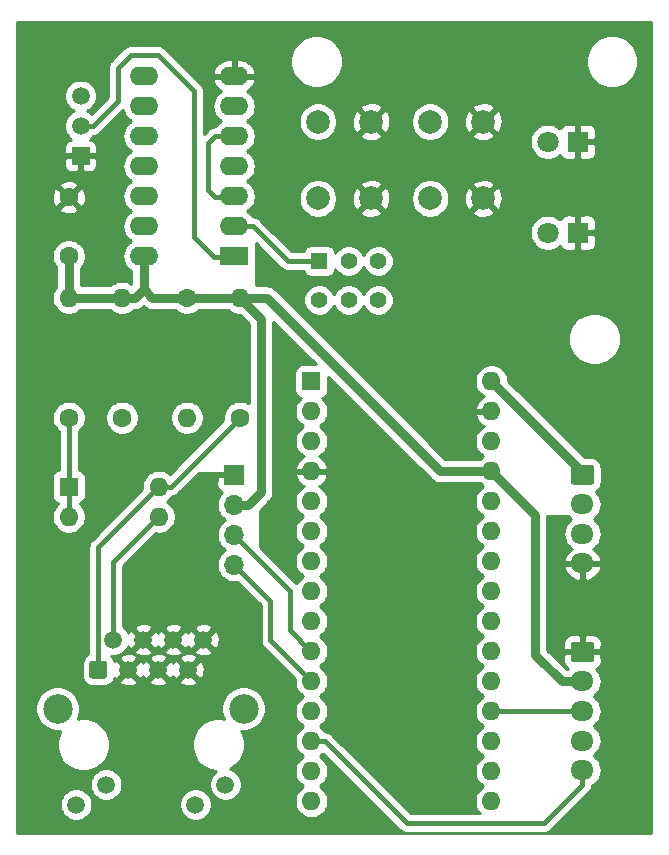
<source format=gtl>
G04 #@! TF.GenerationSoftware,KiCad,Pcbnew,(5.1.5)-2*
G04 #@! TF.CreationDate,2020-03-29T18:21:26+09:00*
G04 #@! TF.ProjectId,circuit_master_ver.2.1.0,63697263-7569-4745-9f6d-61737465725f,rev?*
G04 #@! TF.SameCoordinates,Original*
G04 #@! TF.FileFunction,Copper,L1,Top*
G04 #@! TF.FilePolarity,Positive*
%FSLAX46Y46*%
G04 Gerber Fmt 4.6, Leading zero omitted, Abs format (unit mm)*
G04 Created by KiCad (PCBNEW (5.1.5)-2) date 2020-03-29 18:21:26*
%MOMM*%
%LPD*%
G04 APERTURE LIST*
%ADD10C,0.100000*%
%ADD11C,1.500000*%
%ADD12C,2.500000*%
%ADD13R,1.600000X1.600000*%
%ADD14O,1.600000X1.600000*%
%ADD15C,1.600000*%
%ADD16C,1.800000*%
%ADD17R,1.800000X1.800000*%
%ADD18O,1.950000X1.700000*%
%ADD19R,1.500000X1.500000*%
%ADD20R,1.400000X1.400000*%
%ADD21C,1.400000*%
%ADD22C,2.000000*%
%ADD23O,2.400000X1.600000*%
%ADD24R,2.400000X1.600000*%
%ADD25R,1.700000X1.700000*%
%ADD26O,1.700000X1.700000*%
%ADD27C,1.200000*%
%ADD28C,0.400000*%
%ADD29C,0.800000*%
%ADD30C,0.254000*%
G04 APERTURE END LIST*
G04 #@! TA.AperFunction,ComponentPad*
D10*
G36*
X43024053Y-159751206D02*
G01*
X43048370Y-159754813D01*
X43072216Y-159760786D01*
X43095362Y-159769068D01*
X43117585Y-159779579D01*
X43138670Y-159792217D01*
X43158416Y-159806861D01*
X43176630Y-159823370D01*
X43193139Y-159841584D01*
X43207783Y-159861330D01*
X43220421Y-159882415D01*
X43230932Y-159904638D01*
X43239214Y-159927784D01*
X43245187Y-159951630D01*
X43248794Y-159975947D01*
X43250000Y-160000500D01*
X43250000Y-160999500D01*
X43248794Y-161024053D01*
X43245187Y-161048370D01*
X43239214Y-161072216D01*
X43230932Y-161095362D01*
X43220421Y-161117585D01*
X43207783Y-161138670D01*
X43193139Y-161158416D01*
X43176630Y-161176630D01*
X43158416Y-161193139D01*
X43138670Y-161207783D01*
X43117585Y-161220421D01*
X43095362Y-161230932D01*
X43072216Y-161239214D01*
X43048370Y-161245187D01*
X43024053Y-161248794D01*
X42999500Y-161250000D01*
X42000500Y-161250000D01*
X41975947Y-161248794D01*
X41951630Y-161245187D01*
X41927784Y-161239214D01*
X41904638Y-161230932D01*
X41882415Y-161220421D01*
X41861330Y-161207783D01*
X41841584Y-161193139D01*
X41823370Y-161176630D01*
X41806861Y-161158416D01*
X41792217Y-161138670D01*
X41779579Y-161117585D01*
X41769068Y-161095362D01*
X41760786Y-161072216D01*
X41754813Y-161048370D01*
X41751206Y-161024053D01*
X41750000Y-160999500D01*
X41750000Y-160000500D01*
X41751206Y-159975947D01*
X41754813Y-159951630D01*
X41760786Y-159927784D01*
X41769068Y-159904638D01*
X41779579Y-159882415D01*
X41792217Y-159861330D01*
X41806861Y-159841584D01*
X41823370Y-159823370D01*
X41841584Y-159806861D01*
X41861330Y-159792217D01*
X41882415Y-159779579D01*
X41904638Y-159769068D01*
X41927784Y-159760786D01*
X41951630Y-159754813D01*
X41975947Y-159751206D01*
X42000500Y-159750000D01*
X42999500Y-159750000D01*
X43024053Y-159751206D01*
G37*
G04 #@! TD.AperFunction*
D11*
X43770000Y-157960000D03*
X45040000Y-160500000D03*
X46310000Y-157960000D03*
X47580000Y-160500000D03*
X48850000Y-157960000D03*
X50120000Y-160500000D03*
D12*
X39070000Y-163800000D03*
D11*
X51390000Y-157960000D03*
D12*
X54820000Y-163800000D03*
D11*
X40620000Y-171930000D03*
X43160000Y-170230000D03*
X53270000Y-170230000D03*
X50730000Y-171930000D03*
D13*
X60555001Y-136085001D03*
D14*
X75795001Y-169105001D03*
X60555001Y-138625001D03*
X75795001Y-166565001D03*
X60555001Y-141165001D03*
X75795001Y-164025001D03*
X60555001Y-143705001D03*
X75795001Y-161485001D03*
X60555001Y-146245001D03*
X75795001Y-158945001D03*
X60555001Y-148785001D03*
X75795001Y-156405001D03*
X60555001Y-151325001D03*
X75795001Y-153865001D03*
X60555001Y-153865001D03*
X75795001Y-151325001D03*
X60555001Y-156405001D03*
X75795001Y-148785001D03*
X60555001Y-158945001D03*
X75795001Y-146245001D03*
X60555001Y-161485001D03*
X75795001Y-143705001D03*
X60555001Y-164025001D03*
X75795001Y-141165001D03*
X60555001Y-166565001D03*
X75795001Y-138625001D03*
X60555001Y-169105001D03*
X75795001Y-136085001D03*
X60555001Y-171645001D03*
X75795001Y-171645001D03*
D15*
X40000000Y-125500000D03*
X40000000Y-120500000D03*
D16*
X80560000Y-115800000D03*
D17*
X83100000Y-115800000D03*
X83100000Y-123500000D03*
D16*
X80560000Y-123500000D03*
G04 #@! TA.AperFunction,ComponentPad*
D10*
G36*
X84249504Y-143151204D02*
G01*
X84273773Y-143154804D01*
X84297571Y-143160765D01*
X84320671Y-143169030D01*
X84342849Y-143179520D01*
X84363893Y-143192133D01*
X84383598Y-143206747D01*
X84401777Y-143223223D01*
X84418253Y-143241402D01*
X84432867Y-143261107D01*
X84445480Y-143282151D01*
X84455970Y-143304329D01*
X84464235Y-143327429D01*
X84470196Y-143351227D01*
X84473796Y-143375496D01*
X84475000Y-143400000D01*
X84475000Y-144600000D01*
X84473796Y-144624504D01*
X84470196Y-144648773D01*
X84464235Y-144672571D01*
X84455970Y-144695671D01*
X84445480Y-144717849D01*
X84432867Y-144738893D01*
X84418253Y-144758598D01*
X84401777Y-144776777D01*
X84383598Y-144793253D01*
X84363893Y-144807867D01*
X84342849Y-144820480D01*
X84320671Y-144830970D01*
X84297571Y-144839235D01*
X84273773Y-144845196D01*
X84249504Y-144848796D01*
X84225000Y-144850000D01*
X82775000Y-144850000D01*
X82750496Y-144848796D01*
X82726227Y-144845196D01*
X82702429Y-144839235D01*
X82679329Y-144830970D01*
X82657151Y-144820480D01*
X82636107Y-144807867D01*
X82616402Y-144793253D01*
X82598223Y-144776777D01*
X82581747Y-144758598D01*
X82567133Y-144738893D01*
X82554520Y-144717849D01*
X82544030Y-144695671D01*
X82535765Y-144672571D01*
X82529804Y-144648773D01*
X82526204Y-144624504D01*
X82525000Y-144600000D01*
X82525000Y-143400000D01*
X82526204Y-143375496D01*
X82529804Y-143351227D01*
X82535765Y-143327429D01*
X82544030Y-143304329D01*
X82554520Y-143282151D01*
X82567133Y-143261107D01*
X82581747Y-143241402D01*
X82598223Y-143223223D01*
X82616402Y-143206747D01*
X82636107Y-143192133D01*
X82657151Y-143179520D01*
X82679329Y-143169030D01*
X82702429Y-143160765D01*
X82726227Y-143154804D01*
X82750496Y-143151204D01*
X82775000Y-143150000D01*
X84225000Y-143150000D01*
X84249504Y-143151204D01*
G37*
G04 #@! TD.AperFunction*
D18*
X83500000Y-146500000D03*
X83500000Y-149000000D03*
X83500000Y-151500000D03*
G04 #@! TA.AperFunction,ComponentPad*
D10*
G36*
X84249504Y-158151204D02*
G01*
X84273773Y-158154804D01*
X84297571Y-158160765D01*
X84320671Y-158169030D01*
X84342849Y-158179520D01*
X84363893Y-158192133D01*
X84383598Y-158206747D01*
X84401777Y-158223223D01*
X84418253Y-158241402D01*
X84432867Y-158261107D01*
X84445480Y-158282151D01*
X84455970Y-158304329D01*
X84464235Y-158327429D01*
X84470196Y-158351227D01*
X84473796Y-158375496D01*
X84475000Y-158400000D01*
X84475000Y-159600000D01*
X84473796Y-159624504D01*
X84470196Y-159648773D01*
X84464235Y-159672571D01*
X84455970Y-159695671D01*
X84445480Y-159717849D01*
X84432867Y-159738893D01*
X84418253Y-159758598D01*
X84401777Y-159776777D01*
X84383598Y-159793253D01*
X84363893Y-159807867D01*
X84342849Y-159820480D01*
X84320671Y-159830970D01*
X84297571Y-159839235D01*
X84273773Y-159845196D01*
X84249504Y-159848796D01*
X84225000Y-159850000D01*
X82775000Y-159850000D01*
X82750496Y-159848796D01*
X82726227Y-159845196D01*
X82702429Y-159839235D01*
X82679329Y-159830970D01*
X82657151Y-159820480D01*
X82636107Y-159807867D01*
X82616402Y-159793253D01*
X82598223Y-159776777D01*
X82581747Y-159758598D01*
X82567133Y-159738893D01*
X82554520Y-159717849D01*
X82544030Y-159695671D01*
X82535765Y-159672571D01*
X82529804Y-159648773D01*
X82526204Y-159624504D01*
X82525000Y-159600000D01*
X82525000Y-158400000D01*
X82526204Y-158375496D01*
X82529804Y-158351227D01*
X82535765Y-158327429D01*
X82544030Y-158304329D01*
X82554520Y-158282151D01*
X82567133Y-158261107D01*
X82581747Y-158241402D01*
X82598223Y-158223223D01*
X82616402Y-158206747D01*
X82636107Y-158192133D01*
X82657151Y-158179520D01*
X82679329Y-158169030D01*
X82702429Y-158160765D01*
X82726227Y-158154804D01*
X82750496Y-158151204D01*
X82775000Y-158150000D01*
X84225000Y-158150000D01*
X84249504Y-158151204D01*
G37*
G04 #@! TD.AperFunction*
D18*
X83500000Y-161500000D03*
X83500000Y-164000000D03*
X83500000Y-166500000D03*
X83500000Y-169000000D03*
D19*
X41000000Y-117000000D03*
D11*
X41000000Y-111920000D03*
X41000000Y-114460000D03*
D14*
X44500000Y-129000000D03*
D15*
X44500000Y-139160000D03*
X40000000Y-139160000D03*
D14*
X40000000Y-129000000D03*
D15*
X54500000Y-139160000D03*
D14*
X54500000Y-129000000D03*
X50000000Y-139160000D03*
D15*
X50000000Y-129000000D03*
D13*
X40000000Y-145000000D03*
D14*
X47620000Y-147540000D03*
X40000000Y-147540000D03*
X47620000Y-145000000D03*
D20*
X61200000Y-125900000D03*
D21*
X63700000Y-125900000D03*
X66200000Y-125900000D03*
X61200000Y-129200000D03*
X63700000Y-129200000D03*
X66200000Y-129200000D03*
D22*
X61100000Y-114100000D03*
X65600000Y-114100000D03*
X61100000Y-120600000D03*
X65600000Y-120600000D03*
X75100000Y-120600000D03*
X70600000Y-120600000D03*
X75100000Y-114100000D03*
X70600000Y-114100000D03*
D23*
X46380000Y-125500000D03*
X54000000Y-110260000D03*
X46380000Y-122960000D03*
X54000000Y-112800000D03*
X46380000Y-120420000D03*
X54000000Y-115340000D03*
X46380000Y-117880000D03*
X54000000Y-117880000D03*
X46380000Y-115340000D03*
X54000000Y-120420000D03*
X46380000Y-112800000D03*
X54000000Y-122960000D03*
X46380000Y-110260000D03*
D24*
X54000000Y-125500000D03*
D25*
X54000000Y-144000000D03*
D26*
X54000000Y-146540000D03*
X54000000Y-149080000D03*
X54000000Y-151620000D03*
D27*
X58800000Y-133900000D03*
X65900000Y-133900000D03*
X71200000Y-168700000D03*
X57650000Y-148600000D03*
X52000000Y-134200000D03*
X43050000Y-126200000D03*
D28*
X75795001Y-164025001D02*
X83574999Y-164025001D01*
D29*
X75795001Y-143705001D02*
X79500000Y-147410000D01*
X79500000Y-159275000D02*
X81725000Y-161500000D01*
X79500000Y-147410000D02*
X79500000Y-159275000D01*
X81725000Y-161500000D02*
X83500000Y-161500000D01*
X40000000Y-125500000D02*
X40000000Y-129000000D01*
X40000000Y-129000000D02*
X44400000Y-129000000D01*
X45631370Y-129000000D02*
X46350000Y-128281370D01*
X44500000Y-129000000D02*
X45631370Y-129000000D01*
X46350000Y-128281370D02*
X46350000Y-125500000D01*
X46350000Y-128281370D02*
X47068630Y-129000000D01*
X47068630Y-129000000D02*
X50000000Y-129000000D01*
X50000000Y-129000000D02*
X54500000Y-129000000D01*
X71450000Y-143700000D02*
X75800000Y-143700000D01*
X56750000Y-129000000D02*
X71450000Y-143700000D01*
X54500000Y-129000000D02*
X56750000Y-129000000D01*
X55202081Y-146540000D02*
X56300000Y-145442081D01*
X54000000Y-146540000D02*
X55202081Y-146540000D01*
X56300000Y-145442081D02*
X56300000Y-130800000D01*
X56300000Y-130800000D02*
X54500000Y-129000000D01*
D28*
X61686371Y-166565001D02*
X68621370Y-173500000D01*
X60555001Y-166565001D02*
X61686371Y-166565001D01*
X80250000Y-173500000D02*
X83500000Y-170250000D01*
X68621370Y-173500000D02*
X80250000Y-173500000D01*
X83500000Y-170250000D02*
X83500000Y-169000000D01*
D29*
X75795001Y-136085001D02*
X83500000Y-143790000D01*
X83500000Y-143790000D02*
X83500000Y-144000000D01*
D28*
X42500000Y-160500000D02*
X42500000Y-150100000D01*
X42500000Y-150100000D02*
X47600000Y-145000000D01*
X54500000Y-139160000D02*
X48660000Y-145000000D01*
X48660000Y-145000000D02*
X47650000Y-145000000D01*
X44150000Y-151000000D02*
X43750000Y-151400000D01*
X43750000Y-151400000D02*
X43750000Y-157950000D01*
X46810001Y-148339999D02*
X44150000Y-151000000D01*
X46810001Y-148339999D02*
X47600000Y-147550000D01*
X42060660Y-114460000D02*
X44150000Y-112370660D01*
X41000000Y-114460000D02*
X42060660Y-114460000D01*
X44150000Y-112370660D02*
X44150000Y-109550000D01*
X44150000Y-109550000D02*
X45250000Y-108450000D01*
X45250000Y-108450000D02*
X47550000Y-108450000D01*
X47550000Y-108450000D02*
X50600000Y-111500000D01*
X50600000Y-111500000D02*
X50600000Y-123850000D01*
X50600000Y-123850000D02*
X52300000Y-125550000D01*
X52300000Y-125550000D02*
X54000000Y-125550000D01*
X40000000Y-139160000D02*
X40000000Y-140291370D01*
X40000000Y-140291370D02*
X40000000Y-145000000D01*
X40000000Y-145000000D02*
X40000000Y-147550000D01*
X52400000Y-115340000D02*
X51800000Y-115940000D01*
X54000000Y-115340000D02*
X52400000Y-115340000D01*
X51800000Y-115940000D02*
X51800000Y-119850000D01*
X51800000Y-119850000D02*
X52400000Y-120450000D01*
X52400000Y-120450000D02*
X54000000Y-120450000D01*
X55600000Y-122960000D02*
X58540000Y-125900000D01*
X54000000Y-122960000D02*
X55600000Y-122960000D01*
X58540000Y-125900000D02*
X61200000Y-125900000D01*
X54000000Y-149080000D02*
X58725000Y-153805000D01*
X58725000Y-153805000D02*
X58725000Y-157150000D01*
X58725000Y-157150000D02*
X60550000Y-158975000D01*
X54000000Y-151620000D02*
X57075000Y-154695000D01*
X57075000Y-154695000D02*
X57075000Y-158025000D01*
X57075000Y-158025000D02*
X60550000Y-161500000D01*
D30*
G36*
X89340001Y-109967572D02*
G01*
X89340000Y-109967582D01*
X89340001Y-174340000D01*
X35660000Y-174340000D01*
X35660000Y-171793589D01*
X39235000Y-171793589D01*
X39235000Y-172066411D01*
X39288225Y-172333989D01*
X39392629Y-172586043D01*
X39544201Y-172812886D01*
X39737114Y-173005799D01*
X39963957Y-173157371D01*
X40216011Y-173261775D01*
X40483589Y-173315000D01*
X40756411Y-173315000D01*
X41023989Y-173261775D01*
X41276043Y-173157371D01*
X41502886Y-173005799D01*
X41695799Y-172812886D01*
X41847371Y-172586043D01*
X41951775Y-172333989D01*
X42005000Y-172066411D01*
X42005000Y-171793589D01*
X49345000Y-171793589D01*
X49345000Y-172066411D01*
X49398225Y-172333989D01*
X49502629Y-172586043D01*
X49654201Y-172812886D01*
X49847114Y-173005799D01*
X50073957Y-173157371D01*
X50326011Y-173261775D01*
X50593589Y-173315000D01*
X50866411Y-173315000D01*
X51133989Y-173261775D01*
X51386043Y-173157371D01*
X51612886Y-173005799D01*
X51805799Y-172812886D01*
X51957371Y-172586043D01*
X52061775Y-172333989D01*
X52115000Y-172066411D01*
X52115000Y-171793589D01*
X52061775Y-171526011D01*
X51957371Y-171273957D01*
X51805799Y-171047114D01*
X51612886Y-170854201D01*
X51386043Y-170702629D01*
X51133989Y-170598225D01*
X50866411Y-170545000D01*
X50593589Y-170545000D01*
X50326011Y-170598225D01*
X50073957Y-170702629D01*
X49847114Y-170854201D01*
X49654201Y-171047114D01*
X49502629Y-171273957D01*
X49398225Y-171526011D01*
X49345000Y-171793589D01*
X42005000Y-171793589D01*
X41951775Y-171526011D01*
X41847371Y-171273957D01*
X41695799Y-171047114D01*
X41502886Y-170854201D01*
X41276043Y-170702629D01*
X41023989Y-170598225D01*
X40756411Y-170545000D01*
X40483589Y-170545000D01*
X40216011Y-170598225D01*
X39963957Y-170702629D01*
X39737114Y-170854201D01*
X39544201Y-171047114D01*
X39392629Y-171273957D01*
X39288225Y-171526011D01*
X39235000Y-171793589D01*
X35660000Y-171793589D01*
X35660000Y-170093589D01*
X41775000Y-170093589D01*
X41775000Y-170366411D01*
X41828225Y-170633989D01*
X41932629Y-170886043D01*
X42084201Y-171112886D01*
X42277114Y-171305799D01*
X42503957Y-171457371D01*
X42756011Y-171561775D01*
X43023589Y-171615000D01*
X43296411Y-171615000D01*
X43563989Y-171561775D01*
X43816043Y-171457371D01*
X44042886Y-171305799D01*
X44235799Y-171112886D01*
X44387371Y-170886043D01*
X44491775Y-170633989D01*
X44545000Y-170366411D01*
X44545000Y-170093589D01*
X44491775Y-169826011D01*
X44387371Y-169573957D01*
X44235799Y-169347114D01*
X44042886Y-169154201D01*
X43816043Y-169002629D01*
X43563989Y-168898225D01*
X43296411Y-168845000D01*
X43023589Y-168845000D01*
X42756011Y-168898225D01*
X42503957Y-169002629D01*
X42277114Y-169154201D01*
X42084201Y-169347114D01*
X41932629Y-169573957D01*
X41828225Y-169826011D01*
X41775000Y-170093589D01*
X35660000Y-170093589D01*
X35660000Y-163614344D01*
X37185000Y-163614344D01*
X37185000Y-163985656D01*
X37257439Y-164349834D01*
X37399534Y-164692882D01*
X37605825Y-165001618D01*
X37868382Y-165264175D01*
X38177118Y-165470466D01*
X38520166Y-165612561D01*
X38884344Y-165685000D01*
X39255656Y-165685000D01*
X39295667Y-165677041D01*
X39227214Y-165779489D01*
X39056851Y-166190782D01*
X38970000Y-166627409D01*
X38970000Y-167072591D01*
X39056851Y-167509218D01*
X39227214Y-167920511D01*
X39474544Y-168290666D01*
X39789334Y-168605456D01*
X40159489Y-168852786D01*
X40570782Y-169023149D01*
X41007409Y-169110000D01*
X41452591Y-169110000D01*
X41889218Y-169023149D01*
X42300511Y-168852786D01*
X42670666Y-168605456D01*
X42985456Y-168290666D01*
X43232786Y-167920511D01*
X43403149Y-167509218D01*
X43490000Y-167072591D01*
X43490000Y-166627409D01*
X50400000Y-166627409D01*
X50400000Y-167072591D01*
X50486851Y-167509218D01*
X50657214Y-167920511D01*
X50904544Y-168290666D01*
X51219334Y-168605456D01*
X51589489Y-168852786D01*
X52000782Y-169023149D01*
X52437409Y-169110000D01*
X52453265Y-169110000D01*
X52387114Y-169154201D01*
X52194201Y-169347114D01*
X52042629Y-169573957D01*
X51938225Y-169826011D01*
X51885000Y-170093589D01*
X51885000Y-170366411D01*
X51938225Y-170633989D01*
X52042629Y-170886043D01*
X52194201Y-171112886D01*
X52387114Y-171305799D01*
X52613957Y-171457371D01*
X52866011Y-171561775D01*
X53133589Y-171615000D01*
X53406411Y-171615000D01*
X53673989Y-171561775D01*
X53926043Y-171457371D01*
X54152886Y-171305799D01*
X54345799Y-171112886D01*
X54497371Y-170886043D01*
X54601775Y-170633989D01*
X54655000Y-170366411D01*
X54655000Y-170093589D01*
X54601775Y-169826011D01*
X54497371Y-169573957D01*
X54345799Y-169347114D01*
X54152886Y-169154201D01*
X53926043Y-169002629D01*
X53673989Y-168898225D01*
X53638064Y-168891079D01*
X53730511Y-168852786D01*
X54100666Y-168605456D01*
X54415456Y-168290666D01*
X54662786Y-167920511D01*
X54833149Y-167509218D01*
X54920000Y-167072591D01*
X54920000Y-166627409D01*
X54833149Y-166190782D01*
X54662786Y-165779489D01*
X54594333Y-165677041D01*
X54634344Y-165685000D01*
X55005656Y-165685000D01*
X55369834Y-165612561D01*
X55712882Y-165470466D01*
X56021618Y-165264175D01*
X56284175Y-165001618D01*
X56490466Y-164692882D01*
X56632561Y-164349834D01*
X56705000Y-163985656D01*
X56705000Y-163614344D01*
X56632561Y-163250166D01*
X56490466Y-162907118D01*
X56284175Y-162598382D01*
X56021618Y-162335825D01*
X55712882Y-162129534D01*
X55369834Y-161987439D01*
X55005656Y-161915000D01*
X54634344Y-161915000D01*
X54270166Y-161987439D01*
X53927118Y-162129534D01*
X53618382Y-162335825D01*
X53355825Y-162598382D01*
X53149534Y-162907118D01*
X53007439Y-163250166D01*
X52935000Y-163614344D01*
X52935000Y-163985656D01*
X53007439Y-164349834D01*
X53127061Y-164638628D01*
X52882591Y-164590000D01*
X52437409Y-164590000D01*
X52000782Y-164676851D01*
X51589489Y-164847214D01*
X51219334Y-165094544D01*
X50904544Y-165409334D01*
X50657214Y-165779489D01*
X50486851Y-166190782D01*
X50400000Y-166627409D01*
X43490000Y-166627409D01*
X43403149Y-166190782D01*
X43232786Y-165779489D01*
X42985456Y-165409334D01*
X42670666Y-165094544D01*
X42300511Y-164847214D01*
X41889218Y-164676851D01*
X41452591Y-164590000D01*
X41007409Y-164590000D01*
X40762939Y-164638628D01*
X40882561Y-164349834D01*
X40955000Y-163985656D01*
X40955000Y-163614344D01*
X40882561Y-163250166D01*
X40740466Y-162907118D01*
X40534175Y-162598382D01*
X40271618Y-162335825D01*
X39962882Y-162129534D01*
X39619834Y-161987439D01*
X39255656Y-161915000D01*
X38884344Y-161915000D01*
X38520166Y-161987439D01*
X38177118Y-162129534D01*
X37868382Y-162335825D01*
X37605825Y-162598382D01*
X37399534Y-162907118D01*
X37257439Y-163250166D01*
X37185000Y-163614344D01*
X35660000Y-163614344D01*
X35660000Y-144200000D01*
X38561928Y-144200000D01*
X38561928Y-145800000D01*
X38574188Y-145924482D01*
X38610498Y-146044180D01*
X38669463Y-146154494D01*
X38748815Y-146251185D01*
X38845506Y-146330537D01*
X38955820Y-146389502D01*
X39075518Y-146425812D01*
X39083961Y-146426643D01*
X38885363Y-146625241D01*
X38728320Y-146860273D01*
X38620147Y-147121426D01*
X38565000Y-147398665D01*
X38565000Y-147681335D01*
X38620147Y-147958574D01*
X38728320Y-148219727D01*
X38885363Y-148454759D01*
X39085241Y-148654637D01*
X39320273Y-148811680D01*
X39581426Y-148919853D01*
X39858665Y-148975000D01*
X40141335Y-148975000D01*
X40418574Y-148919853D01*
X40679727Y-148811680D01*
X40914759Y-148654637D01*
X41114637Y-148454759D01*
X41271680Y-148219727D01*
X41379853Y-147958574D01*
X41435000Y-147681335D01*
X41435000Y-147398665D01*
X41379853Y-147121426D01*
X41271680Y-146860273D01*
X41114637Y-146625241D01*
X40916039Y-146426643D01*
X40924482Y-146425812D01*
X41044180Y-146389502D01*
X41154494Y-146330537D01*
X41251185Y-146251185D01*
X41330537Y-146154494D01*
X41389502Y-146044180D01*
X41425812Y-145924482D01*
X41438072Y-145800000D01*
X41438072Y-144200000D01*
X41425812Y-144075518D01*
X41389502Y-143955820D01*
X41330537Y-143845506D01*
X41251185Y-143748815D01*
X41154494Y-143669463D01*
X41044180Y-143610498D01*
X40924482Y-143574188D01*
X40835000Y-143565375D01*
X40835000Y-140327930D01*
X40914759Y-140274637D01*
X41114637Y-140074759D01*
X41271680Y-139839727D01*
X41379853Y-139578574D01*
X41435000Y-139301335D01*
X41435000Y-139018665D01*
X43065000Y-139018665D01*
X43065000Y-139301335D01*
X43120147Y-139578574D01*
X43228320Y-139839727D01*
X43385363Y-140074759D01*
X43585241Y-140274637D01*
X43820273Y-140431680D01*
X44081426Y-140539853D01*
X44358665Y-140595000D01*
X44641335Y-140595000D01*
X44918574Y-140539853D01*
X45179727Y-140431680D01*
X45414759Y-140274637D01*
X45614637Y-140074759D01*
X45771680Y-139839727D01*
X45879853Y-139578574D01*
X45935000Y-139301335D01*
X45935000Y-139018665D01*
X48565000Y-139018665D01*
X48565000Y-139301335D01*
X48620147Y-139578574D01*
X48728320Y-139839727D01*
X48885363Y-140074759D01*
X49085241Y-140274637D01*
X49320273Y-140431680D01*
X49581426Y-140539853D01*
X49858665Y-140595000D01*
X50141335Y-140595000D01*
X50418574Y-140539853D01*
X50679727Y-140431680D01*
X50914759Y-140274637D01*
X51114637Y-140074759D01*
X51271680Y-139839727D01*
X51379853Y-139578574D01*
X51435000Y-139301335D01*
X51435000Y-139018665D01*
X51379853Y-138741426D01*
X51271680Y-138480273D01*
X51114637Y-138245241D01*
X50914759Y-138045363D01*
X50679727Y-137888320D01*
X50418574Y-137780147D01*
X50141335Y-137725000D01*
X49858665Y-137725000D01*
X49581426Y-137780147D01*
X49320273Y-137888320D01*
X49085241Y-138045363D01*
X48885363Y-138245241D01*
X48728320Y-138480273D01*
X48620147Y-138741426D01*
X48565000Y-139018665D01*
X45935000Y-139018665D01*
X45879853Y-138741426D01*
X45771680Y-138480273D01*
X45614637Y-138245241D01*
X45414759Y-138045363D01*
X45179727Y-137888320D01*
X44918574Y-137780147D01*
X44641335Y-137725000D01*
X44358665Y-137725000D01*
X44081426Y-137780147D01*
X43820273Y-137888320D01*
X43585241Y-138045363D01*
X43385363Y-138245241D01*
X43228320Y-138480273D01*
X43120147Y-138741426D01*
X43065000Y-139018665D01*
X41435000Y-139018665D01*
X41379853Y-138741426D01*
X41271680Y-138480273D01*
X41114637Y-138245241D01*
X40914759Y-138045363D01*
X40679727Y-137888320D01*
X40418574Y-137780147D01*
X40141335Y-137725000D01*
X39858665Y-137725000D01*
X39581426Y-137780147D01*
X39320273Y-137888320D01*
X39085241Y-138045363D01*
X38885363Y-138245241D01*
X38728320Y-138480273D01*
X38620147Y-138741426D01*
X38565000Y-139018665D01*
X38565000Y-139301335D01*
X38620147Y-139578574D01*
X38728320Y-139839727D01*
X38885363Y-140074759D01*
X39085241Y-140274637D01*
X39165000Y-140327930D01*
X39165001Y-143565375D01*
X39075518Y-143574188D01*
X38955820Y-143610498D01*
X38845506Y-143669463D01*
X38748815Y-143748815D01*
X38669463Y-143845506D01*
X38610498Y-143955820D01*
X38574188Y-144075518D01*
X38561928Y-144200000D01*
X35660000Y-144200000D01*
X35660000Y-125358665D01*
X38565000Y-125358665D01*
X38565000Y-125641335D01*
X38620147Y-125918574D01*
X38728320Y-126179727D01*
X38885363Y-126414759D01*
X38965000Y-126494396D01*
X38965001Y-128005603D01*
X38885363Y-128085241D01*
X38728320Y-128320273D01*
X38620147Y-128581426D01*
X38565000Y-128858665D01*
X38565000Y-129141335D01*
X38620147Y-129418574D01*
X38728320Y-129679727D01*
X38885363Y-129914759D01*
X39085241Y-130114637D01*
X39320273Y-130271680D01*
X39581426Y-130379853D01*
X39858665Y-130435000D01*
X40141335Y-130435000D01*
X40418574Y-130379853D01*
X40679727Y-130271680D01*
X40914759Y-130114637D01*
X40994396Y-130035000D01*
X43505604Y-130035000D01*
X43585241Y-130114637D01*
X43820273Y-130271680D01*
X44081426Y-130379853D01*
X44358665Y-130435000D01*
X44641335Y-130435000D01*
X44918574Y-130379853D01*
X45179727Y-130271680D01*
X45414759Y-130114637D01*
X45494396Y-130035000D01*
X45580542Y-130035000D01*
X45631370Y-130040006D01*
X45682198Y-130035000D01*
X45682208Y-130035000D01*
X45834265Y-130020024D01*
X46029363Y-129960841D01*
X46209167Y-129864734D01*
X46350000Y-129749155D01*
X46372722Y-129767803D01*
X46490832Y-129864734D01*
X46584423Y-129914759D01*
X46670637Y-129960841D01*
X46865735Y-130020024D01*
X47017792Y-130035000D01*
X47017801Y-130035000D01*
X47068629Y-130040006D01*
X47119457Y-130035000D01*
X49005604Y-130035000D01*
X49085241Y-130114637D01*
X49320273Y-130271680D01*
X49581426Y-130379853D01*
X49858665Y-130435000D01*
X50141335Y-130435000D01*
X50418574Y-130379853D01*
X50679727Y-130271680D01*
X50914759Y-130114637D01*
X50994396Y-130035000D01*
X53505604Y-130035000D01*
X53585241Y-130114637D01*
X53820273Y-130271680D01*
X54081426Y-130379853D01*
X54358665Y-130435000D01*
X54471290Y-130435000D01*
X55265001Y-131228712D01*
X55265001Y-137945298D01*
X55179727Y-137888320D01*
X54918574Y-137780147D01*
X54641335Y-137725000D01*
X54358665Y-137725000D01*
X54081426Y-137780147D01*
X53820273Y-137888320D01*
X53585241Y-138045363D01*
X53385363Y-138245241D01*
X53228320Y-138480273D01*
X53120147Y-138741426D01*
X53065000Y-139018665D01*
X53065000Y-139301335D01*
X53083714Y-139395418D01*
X48564264Y-143914868D01*
X48534759Y-143885363D01*
X48299727Y-143728320D01*
X48038574Y-143620147D01*
X47761335Y-143565000D01*
X47478665Y-143565000D01*
X47201426Y-143620147D01*
X46940273Y-143728320D01*
X46705241Y-143885363D01*
X46505363Y-144085241D01*
X46348320Y-144320273D01*
X46240147Y-144581426D01*
X46185000Y-144858665D01*
X46185000Y-145141335D01*
X46200396Y-145218736D01*
X41938574Y-149480559D01*
X41906710Y-149506709D01*
X41880562Y-149538571D01*
X41802364Y-149633855D01*
X41724828Y-149778914D01*
X41677082Y-149936312D01*
X41660960Y-150100000D01*
X41665001Y-150141029D01*
X41665000Y-159178189D01*
X41660458Y-159179567D01*
X41506836Y-159261679D01*
X41372185Y-159372185D01*
X41261679Y-159506836D01*
X41179567Y-159660458D01*
X41129002Y-159827148D01*
X41111928Y-160000500D01*
X41111928Y-160999500D01*
X41129002Y-161172852D01*
X41179567Y-161339542D01*
X41261679Y-161493164D01*
X41372185Y-161627815D01*
X41506836Y-161738321D01*
X41660458Y-161820433D01*
X41827148Y-161870998D01*
X42000500Y-161888072D01*
X42999500Y-161888072D01*
X43172852Y-161870998D01*
X43339542Y-161820433D01*
X43493164Y-161738321D01*
X43627815Y-161627815D01*
X43738321Y-161493164D01*
X43757654Y-161456993D01*
X44262612Y-161456993D01*
X44328137Y-161695860D01*
X44575116Y-161811760D01*
X44839960Y-161877250D01*
X45112492Y-161889812D01*
X45382238Y-161848965D01*
X45638832Y-161756277D01*
X45751863Y-161695860D01*
X45817388Y-161456993D01*
X46802612Y-161456993D01*
X46868137Y-161695860D01*
X47115116Y-161811760D01*
X47379960Y-161877250D01*
X47652492Y-161889812D01*
X47922238Y-161848965D01*
X48178832Y-161756277D01*
X48291863Y-161695860D01*
X48357388Y-161456993D01*
X49342612Y-161456993D01*
X49408137Y-161695860D01*
X49655116Y-161811760D01*
X49919960Y-161877250D01*
X50192492Y-161889812D01*
X50462238Y-161848965D01*
X50718832Y-161756277D01*
X50831863Y-161695860D01*
X50897388Y-161456993D01*
X50120000Y-160679605D01*
X49342612Y-161456993D01*
X48357388Y-161456993D01*
X47580000Y-160679605D01*
X46802612Y-161456993D01*
X45817388Y-161456993D01*
X45040000Y-160679605D01*
X44262612Y-161456993D01*
X43757654Y-161456993D01*
X43820433Y-161339542D01*
X43858010Y-161215668D01*
X44083007Y-161277388D01*
X44860395Y-160500000D01*
X45219605Y-160500000D01*
X45996993Y-161277388D01*
X46235860Y-161211863D01*
X46308578Y-161056904D01*
X46323723Y-161098832D01*
X46384140Y-161211863D01*
X46623007Y-161277388D01*
X47400395Y-160500000D01*
X47759605Y-160500000D01*
X48536993Y-161277388D01*
X48775860Y-161211863D01*
X48848578Y-161056904D01*
X48863723Y-161098832D01*
X48924140Y-161211863D01*
X49163007Y-161277388D01*
X49940395Y-160500000D01*
X50299605Y-160500000D01*
X51076993Y-161277388D01*
X51315860Y-161211863D01*
X51431760Y-160964884D01*
X51497250Y-160700040D01*
X51509812Y-160427508D01*
X51468965Y-160157762D01*
X51376277Y-159901168D01*
X51315860Y-159788137D01*
X51076993Y-159722612D01*
X50299605Y-160500000D01*
X49940395Y-160500000D01*
X49163007Y-159722612D01*
X48924140Y-159788137D01*
X48851422Y-159943096D01*
X48836277Y-159901168D01*
X48775860Y-159788137D01*
X48536993Y-159722612D01*
X47759605Y-160500000D01*
X47400395Y-160500000D01*
X46623007Y-159722612D01*
X46384140Y-159788137D01*
X46311422Y-159943096D01*
X46296277Y-159901168D01*
X46235860Y-159788137D01*
X45996993Y-159722612D01*
X45219605Y-160500000D01*
X44860395Y-160500000D01*
X44083007Y-159722612D01*
X43858010Y-159784332D01*
X43820433Y-159660458D01*
X43757655Y-159543007D01*
X44262612Y-159543007D01*
X45040000Y-160320395D01*
X45817388Y-159543007D01*
X46802612Y-159543007D01*
X47580000Y-160320395D01*
X48357388Y-159543007D01*
X49342612Y-159543007D01*
X50120000Y-160320395D01*
X50897388Y-159543007D01*
X50831863Y-159304140D01*
X50584884Y-159188240D01*
X50320040Y-159122750D01*
X50047508Y-159110188D01*
X49777762Y-159151035D01*
X49521168Y-159243723D01*
X49408137Y-159304140D01*
X49342612Y-159543007D01*
X48357388Y-159543007D01*
X48291863Y-159304140D01*
X48044884Y-159188240D01*
X47780040Y-159122750D01*
X47507508Y-159110188D01*
X47237762Y-159151035D01*
X46981168Y-159243723D01*
X46868137Y-159304140D01*
X46802612Y-159543007D01*
X45817388Y-159543007D01*
X45751863Y-159304140D01*
X45504884Y-159188240D01*
X45240040Y-159122750D01*
X44967508Y-159110188D01*
X44697762Y-159151035D01*
X44441168Y-159243723D01*
X44328137Y-159304140D01*
X44262612Y-159543007D01*
X43757655Y-159543007D01*
X43738321Y-159506836D01*
X43627815Y-159372185D01*
X43582246Y-159334787D01*
X43633589Y-159345000D01*
X43906411Y-159345000D01*
X44173989Y-159291775D01*
X44426043Y-159187371D01*
X44652886Y-159035799D01*
X44771692Y-158916993D01*
X45532612Y-158916993D01*
X45598137Y-159155860D01*
X45845116Y-159271760D01*
X46109960Y-159337250D01*
X46382492Y-159349812D01*
X46652238Y-159308965D01*
X46908832Y-159216277D01*
X47021863Y-159155860D01*
X47087388Y-158916993D01*
X48072612Y-158916993D01*
X48138137Y-159155860D01*
X48385116Y-159271760D01*
X48649960Y-159337250D01*
X48922492Y-159349812D01*
X49192238Y-159308965D01*
X49448832Y-159216277D01*
X49561863Y-159155860D01*
X49627388Y-158916993D01*
X50612612Y-158916993D01*
X50678137Y-159155860D01*
X50925116Y-159271760D01*
X51189960Y-159337250D01*
X51462492Y-159349812D01*
X51732238Y-159308965D01*
X51988832Y-159216277D01*
X52101863Y-159155860D01*
X52167388Y-158916993D01*
X51390000Y-158139605D01*
X50612612Y-158916993D01*
X49627388Y-158916993D01*
X48850000Y-158139605D01*
X48072612Y-158916993D01*
X47087388Y-158916993D01*
X46310000Y-158139605D01*
X45532612Y-158916993D01*
X44771692Y-158916993D01*
X44845799Y-158842886D01*
X44997371Y-158616043D01*
X45038511Y-158516721D01*
X45053723Y-158558832D01*
X45114140Y-158671863D01*
X45353007Y-158737388D01*
X46130395Y-157960000D01*
X46489605Y-157960000D01*
X47266993Y-158737388D01*
X47505860Y-158671863D01*
X47578578Y-158516904D01*
X47593723Y-158558832D01*
X47654140Y-158671863D01*
X47893007Y-158737388D01*
X48670395Y-157960000D01*
X49029605Y-157960000D01*
X49806993Y-158737388D01*
X50045860Y-158671863D01*
X50118578Y-158516904D01*
X50133723Y-158558832D01*
X50194140Y-158671863D01*
X50433007Y-158737388D01*
X51210395Y-157960000D01*
X51569605Y-157960000D01*
X52346993Y-158737388D01*
X52585860Y-158671863D01*
X52701760Y-158424884D01*
X52767250Y-158160040D01*
X52779812Y-157887508D01*
X52738965Y-157617762D01*
X52646277Y-157361168D01*
X52585860Y-157248137D01*
X52346993Y-157182612D01*
X51569605Y-157960000D01*
X51210395Y-157960000D01*
X50433007Y-157182612D01*
X50194140Y-157248137D01*
X50121422Y-157403096D01*
X50106277Y-157361168D01*
X50045860Y-157248137D01*
X49806993Y-157182612D01*
X49029605Y-157960000D01*
X48670395Y-157960000D01*
X47893007Y-157182612D01*
X47654140Y-157248137D01*
X47581422Y-157403096D01*
X47566277Y-157361168D01*
X47505860Y-157248137D01*
X47266993Y-157182612D01*
X46489605Y-157960000D01*
X46130395Y-157960000D01*
X45353007Y-157182612D01*
X45114140Y-157248137D01*
X45039836Y-157406477D01*
X44997371Y-157303957D01*
X44845799Y-157077114D01*
X44771692Y-157003007D01*
X45532612Y-157003007D01*
X46310000Y-157780395D01*
X47087388Y-157003007D01*
X48072612Y-157003007D01*
X48850000Y-157780395D01*
X49627388Y-157003007D01*
X50612612Y-157003007D01*
X51390000Y-157780395D01*
X52167388Y-157003007D01*
X52101863Y-156764140D01*
X51854884Y-156648240D01*
X51590040Y-156582750D01*
X51317508Y-156570188D01*
X51047762Y-156611035D01*
X50791168Y-156703723D01*
X50678137Y-156764140D01*
X50612612Y-157003007D01*
X49627388Y-157003007D01*
X49561863Y-156764140D01*
X49314884Y-156648240D01*
X49050040Y-156582750D01*
X48777508Y-156570188D01*
X48507762Y-156611035D01*
X48251168Y-156703723D01*
X48138137Y-156764140D01*
X48072612Y-157003007D01*
X47087388Y-157003007D01*
X47021863Y-156764140D01*
X46774884Y-156648240D01*
X46510040Y-156582750D01*
X46237508Y-156570188D01*
X45967762Y-156611035D01*
X45711168Y-156703723D01*
X45598137Y-156764140D01*
X45532612Y-157003007D01*
X44771692Y-157003007D01*
X44652886Y-156884201D01*
X44585000Y-156838841D01*
X44585000Y-151745867D01*
X44769438Y-151561429D01*
X47376242Y-148954626D01*
X47478665Y-148975000D01*
X47761335Y-148975000D01*
X48038574Y-148919853D01*
X48299727Y-148811680D01*
X48534759Y-148654637D01*
X48734637Y-148454759D01*
X48891680Y-148219727D01*
X48999853Y-147958574D01*
X49055000Y-147681335D01*
X49055000Y-147398665D01*
X48999853Y-147121426D01*
X48891680Y-146860273D01*
X48734637Y-146625241D01*
X48534759Y-146425363D01*
X48302241Y-146270000D01*
X48534759Y-146114637D01*
X48734637Y-145914759D01*
X48794053Y-145825837D01*
X48823689Y-145822918D01*
X48981087Y-145775172D01*
X49126146Y-145697636D01*
X49253291Y-145593291D01*
X49279446Y-145561421D01*
X51013867Y-143827000D01*
X52627750Y-143827000D01*
X52673750Y-143873000D01*
X53873000Y-143873000D01*
X53873000Y-143853000D01*
X54127000Y-143853000D01*
X54127000Y-143873000D01*
X54147000Y-143873000D01*
X54147000Y-144127000D01*
X54127000Y-144127000D01*
X54127000Y-144147000D01*
X53873000Y-144147000D01*
X53873000Y-144127000D01*
X52673750Y-144127000D01*
X52515000Y-144285750D01*
X52511928Y-144850000D01*
X52524188Y-144974482D01*
X52560498Y-145094180D01*
X52619463Y-145204494D01*
X52698815Y-145301185D01*
X52795506Y-145380537D01*
X52905820Y-145439502D01*
X52978380Y-145461513D01*
X52846525Y-145593368D01*
X52684010Y-145836589D01*
X52572068Y-146106842D01*
X52515000Y-146393740D01*
X52515000Y-146686260D01*
X52572068Y-146973158D01*
X52684010Y-147243411D01*
X52846525Y-147486632D01*
X53053368Y-147693475D01*
X53227760Y-147810000D01*
X53053368Y-147926525D01*
X52846525Y-148133368D01*
X52684010Y-148376589D01*
X52572068Y-148646842D01*
X52515000Y-148933740D01*
X52515000Y-149226260D01*
X52572068Y-149513158D01*
X52684010Y-149783411D01*
X52846525Y-150026632D01*
X53053368Y-150233475D01*
X53227760Y-150350000D01*
X53053368Y-150466525D01*
X52846525Y-150673368D01*
X52684010Y-150916589D01*
X52572068Y-151186842D01*
X52515000Y-151473740D01*
X52515000Y-151766260D01*
X52572068Y-152053158D01*
X52684010Y-152323411D01*
X52846525Y-152566632D01*
X53053368Y-152773475D01*
X53296589Y-152935990D01*
X53566842Y-153047932D01*
X53853740Y-153105000D01*
X54146260Y-153105000D01*
X54277940Y-153078807D01*
X56240000Y-155040869D01*
X56240001Y-157983972D01*
X56235960Y-158025000D01*
X56252082Y-158188688D01*
X56299828Y-158346086D01*
X56377364Y-158491145D01*
X56400907Y-158519832D01*
X56481710Y-158618291D01*
X56513574Y-158644441D01*
X59135397Y-161266265D01*
X59120001Y-161343666D01*
X59120001Y-161626336D01*
X59175148Y-161903575D01*
X59283321Y-162164728D01*
X59440364Y-162399760D01*
X59640242Y-162599638D01*
X59872760Y-162755001D01*
X59640242Y-162910364D01*
X59440364Y-163110242D01*
X59283321Y-163345274D01*
X59175148Y-163606427D01*
X59120001Y-163883666D01*
X59120001Y-164166336D01*
X59175148Y-164443575D01*
X59283321Y-164704728D01*
X59440364Y-164939760D01*
X59640242Y-165139638D01*
X59872760Y-165295001D01*
X59640242Y-165450364D01*
X59440364Y-165650242D01*
X59283321Y-165885274D01*
X59175148Y-166146427D01*
X59120001Y-166423666D01*
X59120001Y-166706336D01*
X59175148Y-166983575D01*
X59283321Y-167244728D01*
X59440364Y-167479760D01*
X59640242Y-167679638D01*
X59872760Y-167835001D01*
X59640242Y-167990364D01*
X59440364Y-168190242D01*
X59283321Y-168425274D01*
X59175148Y-168686427D01*
X59120001Y-168963666D01*
X59120001Y-169246336D01*
X59175148Y-169523575D01*
X59283321Y-169784728D01*
X59440364Y-170019760D01*
X59640242Y-170219638D01*
X59872760Y-170375001D01*
X59640242Y-170530364D01*
X59440364Y-170730242D01*
X59283321Y-170965274D01*
X59175148Y-171226427D01*
X59120001Y-171503666D01*
X59120001Y-171786336D01*
X59175148Y-172063575D01*
X59283321Y-172324728D01*
X59440364Y-172559760D01*
X59640242Y-172759638D01*
X59875274Y-172916681D01*
X60136427Y-173024854D01*
X60413666Y-173080001D01*
X60696336Y-173080001D01*
X60973575Y-173024854D01*
X61234728Y-172916681D01*
X61469760Y-172759638D01*
X61669638Y-172559760D01*
X61826681Y-172324728D01*
X61934854Y-172063575D01*
X61990001Y-171786336D01*
X61990001Y-171503666D01*
X61934854Y-171226427D01*
X61826681Y-170965274D01*
X61669638Y-170730242D01*
X61469760Y-170530364D01*
X61237242Y-170375001D01*
X61469760Y-170219638D01*
X61669638Y-170019760D01*
X61826681Y-169784728D01*
X61934854Y-169523575D01*
X61990001Y-169246336D01*
X61990001Y-168963666D01*
X61934854Y-168686427D01*
X61826681Y-168425274D01*
X61669638Y-168190242D01*
X61469760Y-167990364D01*
X61237242Y-167835001D01*
X61469760Y-167679638D01*
X61544950Y-167604448D01*
X68001933Y-174061432D01*
X68028079Y-174093291D01*
X68155224Y-174197636D01*
X68300283Y-174275172D01*
X68457681Y-174322918D01*
X68580351Y-174335000D01*
X68580352Y-174335000D01*
X68621370Y-174339040D01*
X68662388Y-174335000D01*
X80208982Y-174335000D01*
X80250000Y-174339040D01*
X80291018Y-174335000D01*
X80291019Y-174335000D01*
X80413689Y-174322918D01*
X80571087Y-174275172D01*
X80716146Y-174197636D01*
X80843291Y-174093291D01*
X80869446Y-174061421D01*
X84061428Y-170869440D01*
X84093291Y-170843291D01*
X84197636Y-170716146D01*
X84275172Y-170571087D01*
X84322918Y-170413689D01*
X84326894Y-170373321D01*
X84333617Y-170305059D01*
X84454014Y-170240706D01*
X84680134Y-170055134D01*
X84865706Y-169829014D01*
X85003599Y-169571034D01*
X85088513Y-169291111D01*
X85117185Y-169000000D01*
X85088513Y-168708889D01*
X85003599Y-168428966D01*
X84865706Y-168170986D01*
X84680134Y-167944866D01*
X84454014Y-167759294D01*
X84436626Y-167750000D01*
X84454014Y-167740706D01*
X84680134Y-167555134D01*
X84865706Y-167329014D01*
X85003599Y-167071034D01*
X85088513Y-166791111D01*
X85117185Y-166500000D01*
X85088513Y-166208889D01*
X85003599Y-165928966D01*
X84865706Y-165670986D01*
X84680134Y-165444866D01*
X84454014Y-165259294D01*
X84436626Y-165250000D01*
X84454014Y-165240706D01*
X84680134Y-165055134D01*
X84865706Y-164829014D01*
X85003599Y-164571034D01*
X85088513Y-164291111D01*
X85117185Y-164000000D01*
X85088513Y-163708889D01*
X85003599Y-163428966D01*
X84865706Y-163170986D01*
X84680134Y-162944866D01*
X84454014Y-162759294D01*
X84436626Y-162750000D01*
X84454014Y-162740706D01*
X84680134Y-162555134D01*
X84865706Y-162329014D01*
X85003599Y-162071034D01*
X85088513Y-161791111D01*
X85117185Y-161500000D01*
X85088513Y-161208889D01*
X85003599Y-160928966D01*
X84865706Y-160670986D01*
X84684392Y-160450055D01*
X84719180Y-160439502D01*
X84829494Y-160380537D01*
X84926185Y-160301185D01*
X85005537Y-160204494D01*
X85064502Y-160094180D01*
X85100812Y-159974482D01*
X85113072Y-159850000D01*
X85110000Y-159285750D01*
X84951250Y-159127000D01*
X83627000Y-159127000D01*
X83627000Y-159147000D01*
X83373000Y-159147000D01*
X83373000Y-159127000D01*
X82048750Y-159127000D01*
X81890000Y-159285750D01*
X81886928Y-159850000D01*
X81899188Y-159974482D01*
X81935498Y-160094180D01*
X81994463Y-160204494D01*
X82073815Y-160301185D01*
X82170506Y-160380537D01*
X82280820Y-160439502D01*
X82315608Y-160450055D01*
X82303342Y-160465000D01*
X82153711Y-160465000D01*
X80535000Y-158846290D01*
X80535000Y-158150000D01*
X81886928Y-158150000D01*
X81890000Y-158714250D01*
X82048750Y-158873000D01*
X83373000Y-158873000D01*
X83373000Y-157673750D01*
X83627000Y-157673750D01*
X83627000Y-158873000D01*
X84951250Y-158873000D01*
X85110000Y-158714250D01*
X85113072Y-158150000D01*
X85100812Y-158025518D01*
X85064502Y-157905820D01*
X85005537Y-157795506D01*
X84926185Y-157698815D01*
X84829494Y-157619463D01*
X84719180Y-157560498D01*
X84599482Y-157524188D01*
X84475000Y-157511928D01*
X83785750Y-157515000D01*
X83627000Y-157673750D01*
X83373000Y-157673750D01*
X83214250Y-157515000D01*
X82525000Y-157511928D01*
X82400518Y-157524188D01*
X82280820Y-157560498D01*
X82170506Y-157619463D01*
X82073815Y-157698815D01*
X81994463Y-157795506D01*
X81935498Y-157905820D01*
X81899188Y-158025518D01*
X81886928Y-158150000D01*
X80535000Y-158150000D01*
X80535000Y-151856890D01*
X81933524Y-151856890D01*
X82025648Y-152119858D01*
X82172504Y-152371193D01*
X82365571Y-152589049D01*
X82597430Y-152765053D01*
X82859170Y-152892442D01*
X83140733Y-152966320D01*
X83373000Y-152826165D01*
X83373000Y-151627000D01*
X83627000Y-151627000D01*
X83627000Y-152826165D01*
X83859267Y-152966320D01*
X84140830Y-152892442D01*
X84402570Y-152765053D01*
X84634429Y-152589049D01*
X84827496Y-152371193D01*
X84974352Y-152119858D01*
X85066476Y-151856890D01*
X84945155Y-151627000D01*
X83627000Y-151627000D01*
X83373000Y-151627000D01*
X82054845Y-151627000D01*
X81933524Y-151856890D01*
X80535000Y-151856890D01*
X80535000Y-147527000D01*
X82296777Y-147527000D01*
X82319866Y-147555134D01*
X82545986Y-147740706D01*
X82563374Y-147750000D01*
X82545986Y-147759294D01*
X82319866Y-147944866D01*
X82134294Y-148170986D01*
X81996401Y-148428966D01*
X81911487Y-148708889D01*
X81882815Y-149000000D01*
X81911487Y-149291111D01*
X81996401Y-149571034D01*
X82134294Y-149829014D01*
X82319866Y-150055134D01*
X82545986Y-150240706D01*
X82571722Y-150254462D01*
X82365571Y-150410951D01*
X82172504Y-150628807D01*
X82025648Y-150880142D01*
X81933524Y-151143110D01*
X82054845Y-151373000D01*
X83373000Y-151373000D01*
X83373000Y-151353000D01*
X83627000Y-151353000D01*
X83627000Y-151373000D01*
X84945155Y-151373000D01*
X85066476Y-151143110D01*
X84974352Y-150880142D01*
X84827496Y-150628807D01*
X84634429Y-150410951D01*
X84428278Y-150254462D01*
X84454014Y-150240706D01*
X84680134Y-150055134D01*
X84865706Y-149829014D01*
X85003599Y-149571034D01*
X85088513Y-149291111D01*
X85117185Y-149000000D01*
X85088513Y-148708889D01*
X85003599Y-148428966D01*
X84865706Y-148170986D01*
X84680134Y-147944866D01*
X84454014Y-147759294D01*
X84436626Y-147750000D01*
X84454014Y-147740706D01*
X84680134Y-147555134D01*
X84865706Y-147329014D01*
X85003599Y-147071034D01*
X85088513Y-146791111D01*
X85117185Y-146500000D01*
X85088513Y-146208889D01*
X85003599Y-145928966D01*
X84865706Y-145670986D01*
X84680134Y-145444866D01*
X84616663Y-145392777D01*
X84718386Y-145338405D01*
X84852962Y-145227962D01*
X84963405Y-145093386D01*
X85045472Y-144939850D01*
X85096008Y-144773254D01*
X85113072Y-144600000D01*
X85113072Y-143400000D01*
X85096008Y-143226746D01*
X85045472Y-143060150D01*
X84963405Y-142906614D01*
X84852962Y-142772038D01*
X84718386Y-142661595D01*
X84564850Y-142579528D01*
X84398254Y-142528992D01*
X84225000Y-142511928D01*
X83685639Y-142511928D01*
X77230001Y-136056291D01*
X77230001Y-135943666D01*
X77174854Y-135666427D01*
X77066681Y-135405274D01*
X76909638Y-135170242D01*
X76709760Y-134970364D01*
X76474728Y-134813321D01*
X76213575Y-134705148D01*
X75936336Y-134650001D01*
X75653666Y-134650001D01*
X75376427Y-134705148D01*
X75115274Y-134813321D01*
X74880242Y-134970364D01*
X74680364Y-135170242D01*
X74523321Y-135405274D01*
X74415148Y-135666427D01*
X74360001Y-135943666D01*
X74360001Y-136226336D01*
X74415148Y-136503575D01*
X74523321Y-136764728D01*
X74680364Y-136999760D01*
X74880242Y-137199638D01*
X75115274Y-137356681D01*
X75125866Y-137361068D01*
X74939870Y-137472616D01*
X74731482Y-137661587D01*
X74563964Y-137887581D01*
X74443755Y-138141914D01*
X74403097Y-138275962D01*
X74525086Y-138498001D01*
X75668001Y-138498001D01*
X75668001Y-138478001D01*
X75922001Y-138478001D01*
X75922001Y-138498001D01*
X75942001Y-138498001D01*
X75942001Y-138752001D01*
X75922001Y-138752001D01*
X75922001Y-138772001D01*
X75668001Y-138772001D01*
X75668001Y-138752001D01*
X74525086Y-138752001D01*
X74403097Y-138974040D01*
X74443755Y-139108088D01*
X74563964Y-139362421D01*
X74731482Y-139588415D01*
X74939870Y-139777386D01*
X75125866Y-139888934D01*
X75115274Y-139893321D01*
X74880242Y-140050364D01*
X74680364Y-140250242D01*
X74523321Y-140485274D01*
X74415148Y-140746427D01*
X74360001Y-141023666D01*
X74360001Y-141306336D01*
X74415148Y-141583575D01*
X74523321Y-141844728D01*
X74680364Y-142079760D01*
X74880242Y-142279638D01*
X75112760Y-142435001D01*
X74880242Y-142590364D01*
X74805606Y-142665000D01*
X71878711Y-142665000D01*
X61493583Y-132279872D01*
X82265000Y-132279872D01*
X82265000Y-132720128D01*
X82350890Y-133151925D01*
X82519369Y-133558669D01*
X82763962Y-133924729D01*
X83075271Y-134236038D01*
X83441331Y-134480631D01*
X83848075Y-134649110D01*
X84279872Y-134735000D01*
X84720128Y-134735000D01*
X85151925Y-134649110D01*
X85558669Y-134480631D01*
X85924729Y-134236038D01*
X86236038Y-133924729D01*
X86480631Y-133558669D01*
X86649110Y-133151925D01*
X86735000Y-132720128D01*
X86735000Y-132279872D01*
X86649110Y-131848075D01*
X86480631Y-131441331D01*
X86236038Y-131075271D01*
X85924729Y-130763962D01*
X85558669Y-130519369D01*
X85151925Y-130350890D01*
X84720128Y-130265000D01*
X84279872Y-130265000D01*
X83848075Y-130350890D01*
X83441331Y-130519369D01*
X83075271Y-130763962D01*
X82763962Y-131075271D01*
X82519369Y-131441331D01*
X82350890Y-131848075D01*
X82265000Y-132279872D01*
X61493583Y-132279872D01*
X58282225Y-129068514D01*
X59865000Y-129068514D01*
X59865000Y-129331486D01*
X59916304Y-129589405D01*
X60016939Y-129832359D01*
X60163038Y-130051013D01*
X60348987Y-130236962D01*
X60567641Y-130383061D01*
X60810595Y-130483696D01*
X61068514Y-130535000D01*
X61331486Y-130535000D01*
X61589405Y-130483696D01*
X61832359Y-130383061D01*
X62051013Y-130236962D01*
X62236962Y-130051013D01*
X62383061Y-129832359D01*
X62450000Y-129670754D01*
X62516939Y-129832359D01*
X62663038Y-130051013D01*
X62848987Y-130236962D01*
X63067641Y-130383061D01*
X63310595Y-130483696D01*
X63568514Y-130535000D01*
X63831486Y-130535000D01*
X64089405Y-130483696D01*
X64332359Y-130383061D01*
X64551013Y-130236962D01*
X64736962Y-130051013D01*
X64883061Y-129832359D01*
X64950000Y-129670754D01*
X65016939Y-129832359D01*
X65163038Y-130051013D01*
X65348987Y-130236962D01*
X65567641Y-130383061D01*
X65810595Y-130483696D01*
X66068514Y-130535000D01*
X66331486Y-130535000D01*
X66589405Y-130483696D01*
X66832359Y-130383061D01*
X67051013Y-130236962D01*
X67236962Y-130051013D01*
X67383061Y-129832359D01*
X67483696Y-129589405D01*
X67535000Y-129331486D01*
X67535000Y-129068514D01*
X67483696Y-128810595D01*
X67383061Y-128567641D01*
X67236962Y-128348987D01*
X67051013Y-128163038D01*
X66832359Y-128016939D01*
X66589405Y-127916304D01*
X66331486Y-127865000D01*
X66068514Y-127865000D01*
X65810595Y-127916304D01*
X65567641Y-128016939D01*
X65348987Y-128163038D01*
X65163038Y-128348987D01*
X65016939Y-128567641D01*
X64950000Y-128729246D01*
X64883061Y-128567641D01*
X64736962Y-128348987D01*
X64551013Y-128163038D01*
X64332359Y-128016939D01*
X64089405Y-127916304D01*
X63831486Y-127865000D01*
X63568514Y-127865000D01*
X63310595Y-127916304D01*
X63067641Y-128016939D01*
X62848987Y-128163038D01*
X62663038Y-128348987D01*
X62516939Y-128567641D01*
X62450000Y-128729246D01*
X62383061Y-128567641D01*
X62236962Y-128348987D01*
X62051013Y-128163038D01*
X61832359Y-128016939D01*
X61589405Y-127916304D01*
X61331486Y-127865000D01*
X61068514Y-127865000D01*
X60810595Y-127916304D01*
X60567641Y-128016939D01*
X60348987Y-128163038D01*
X60163038Y-128348987D01*
X60016939Y-128567641D01*
X59916304Y-128810595D01*
X59865000Y-129068514D01*
X58282225Y-129068514D01*
X57517807Y-128304097D01*
X57485396Y-128264604D01*
X57327797Y-128135266D01*
X57147993Y-128039159D01*
X56952895Y-127979976D01*
X56800838Y-127965000D01*
X56800828Y-127965000D01*
X56750000Y-127959994D01*
X56699172Y-127965000D01*
X55827000Y-127965000D01*
X55827000Y-126412420D01*
X55838072Y-126300000D01*
X55838072Y-124700000D01*
X55827000Y-124587580D01*
X55827000Y-124367868D01*
X57920563Y-126461432D01*
X57946709Y-126493291D01*
X57978568Y-126519437D01*
X57978570Y-126519439D01*
X58073854Y-126597636D01*
X58218913Y-126675172D01*
X58376311Y-126722918D01*
X58392191Y-126724482D01*
X58540000Y-126739040D01*
X58581018Y-126735000D01*
X59877379Y-126735000D01*
X59910498Y-126844180D01*
X59969463Y-126954494D01*
X60048815Y-127051185D01*
X60145506Y-127130537D01*
X60255820Y-127189502D01*
X60375518Y-127225812D01*
X60500000Y-127238072D01*
X61900000Y-127238072D01*
X62024482Y-127225812D01*
X62144180Y-127189502D01*
X62254494Y-127130537D01*
X62351185Y-127051185D01*
X62430537Y-126954494D01*
X62489502Y-126844180D01*
X62525812Y-126724482D01*
X62538072Y-126600000D01*
X62538072Y-126563987D01*
X62663038Y-126751013D01*
X62848987Y-126936962D01*
X63067641Y-127083061D01*
X63310595Y-127183696D01*
X63568514Y-127235000D01*
X63831486Y-127235000D01*
X64089405Y-127183696D01*
X64332359Y-127083061D01*
X64551013Y-126936962D01*
X64736962Y-126751013D01*
X64883061Y-126532359D01*
X64950000Y-126370754D01*
X65016939Y-126532359D01*
X65163038Y-126751013D01*
X65348987Y-126936962D01*
X65567641Y-127083061D01*
X65810595Y-127183696D01*
X66068514Y-127235000D01*
X66331486Y-127235000D01*
X66589405Y-127183696D01*
X66832359Y-127083061D01*
X67051013Y-126936962D01*
X67236962Y-126751013D01*
X67383061Y-126532359D01*
X67483696Y-126289405D01*
X67535000Y-126031486D01*
X67535000Y-125768514D01*
X67483696Y-125510595D01*
X67383061Y-125267641D01*
X67236962Y-125048987D01*
X67051013Y-124863038D01*
X66832359Y-124716939D01*
X66589405Y-124616304D01*
X66331486Y-124565000D01*
X66068514Y-124565000D01*
X65810595Y-124616304D01*
X65567641Y-124716939D01*
X65348987Y-124863038D01*
X65163038Y-125048987D01*
X65016939Y-125267641D01*
X64950000Y-125429246D01*
X64883061Y-125267641D01*
X64736962Y-125048987D01*
X64551013Y-124863038D01*
X64332359Y-124716939D01*
X64089405Y-124616304D01*
X63831486Y-124565000D01*
X63568514Y-124565000D01*
X63310595Y-124616304D01*
X63067641Y-124716939D01*
X62848987Y-124863038D01*
X62663038Y-125048987D01*
X62538072Y-125236013D01*
X62538072Y-125200000D01*
X62525812Y-125075518D01*
X62489502Y-124955820D01*
X62430537Y-124845506D01*
X62351185Y-124748815D01*
X62254494Y-124669463D01*
X62144180Y-124610498D01*
X62024482Y-124574188D01*
X61900000Y-124561928D01*
X60500000Y-124561928D01*
X60375518Y-124574188D01*
X60255820Y-124610498D01*
X60145506Y-124669463D01*
X60048815Y-124748815D01*
X59969463Y-124845506D01*
X59910498Y-124955820D01*
X59877379Y-125065000D01*
X58885869Y-125065000D01*
X57169684Y-123348816D01*
X79025000Y-123348816D01*
X79025000Y-123651184D01*
X79083989Y-123947743D01*
X79199701Y-124227095D01*
X79367688Y-124478505D01*
X79581495Y-124692312D01*
X79832905Y-124860299D01*
X80112257Y-124976011D01*
X80408816Y-125035000D01*
X80711184Y-125035000D01*
X81007743Y-124976011D01*
X81287095Y-124860299D01*
X81538505Y-124692312D01*
X81604944Y-124625873D01*
X81610498Y-124644180D01*
X81669463Y-124754494D01*
X81748815Y-124851185D01*
X81845506Y-124930537D01*
X81955820Y-124989502D01*
X82075518Y-125025812D01*
X82200000Y-125038072D01*
X82814250Y-125035000D01*
X82973000Y-124876250D01*
X82973000Y-123627000D01*
X83227000Y-123627000D01*
X83227000Y-124876250D01*
X83385750Y-125035000D01*
X84000000Y-125038072D01*
X84124482Y-125025812D01*
X84244180Y-124989502D01*
X84354494Y-124930537D01*
X84451185Y-124851185D01*
X84530537Y-124754494D01*
X84589502Y-124644180D01*
X84625812Y-124524482D01*
X84638072Y-124400000D01*
X84635000Y-123785750D01*
X84476250Y-123627000D01*
X83227000Y-123627000D01*
X82973000Y-123627000D01*
X82953000Y-123627000D01*
X82953000Y-123373000D01*
X82973000Y-123373000D01*
X82973000Y-122123750D01*
X83227000Y-122123750D01*
X83227000Y-123373000D01*
X84476250Y-123373000D01*
X84635000Y-123214250D01*
X84638072Y-122600000D01*
X84625812Y-122475518D01*
X84589502Y-122355820D01*
X84530537Y-122245506D01*
X84451185Y-122148815D01*
X84354494Y-122069463D01*
X84244180Y-122010498D01*
X84124482Y-121974188D01*
X84000000Y-121961928D01*
X83385750Y-121965000D01*
X83227000Y-122123750D01*
X82973000Y-122123750D01*
X82814250Y-121965000D01*
X82200000Y-121961928D01*
X82075518Y-121974188D01*
X81955820Y-122010498D01*
X81845506Y-122069463D01*
X81748815Y-122148815D01*
X81669463Y-122245506D01*
X81610498Y-122355820D01*
X81604944Y-122374127D01*
X81538505Y-122307688D01*
X81287095Y-122139701D01*
X81007743Y-122023989D01*
X80711184Y-121965000D01*
X80408816Y-121965000D01*
X80112257Y-122023989D01*
X79832905Y-122139701D01*
X79581495Y-122307688D01*
X79367688Y-122521495D01*
X79199701Y-122772905D01*
X79083989Y-123052257D01*
X79025000Y-123348816D01*
X57169684Y-123348816D01*
X56219446Y-122398579D01*
X56193291Y-122366709D01*
X56066146Y-122262364D01*
X55921087Y-122184828D01*
X55763689Y-122137082D01*
X55641019Y-122125000D01*
X55641018Y-122125000D01*
X55600000Y-122120960D01*
X55570205Y-122123895D01*
X55419608Y-121940392D01*
X55201101Y-121761068D01*
X55068142Y-121690000D01*
X55201101Y-121618932D01*
X55419608Y-121439608D01*
X55598932Y-121221101D01*
X55732182Y-120971808D01*
X55814236Y-120701309D01*
X55840074Y-120438967D01*
X59465000Y-120438967D01*
X59465000Y-120761033D01*
X59527832Y-121076912D01*
X59651082Y-121374463D01*
X59830013Y-121642252D01*
X60057748Y-121869987D01*
X60325537Y-122048918D01*
X60623088Y-122172168D01*
X60938967Y-122235000D01*
X61261033Y-122235000D01*
X61576912Y-122172168D01*
X61874463Y-122048918D01*
X62142252Y-121869987D01*
X62276826Y-121735413D01*
X64644192Y-121735413D01*
X64739956Y-121999814D01*
X65029571Y-122140704D01*
X65341108Y-122222384D01*
X65662595Y-122241718D01*
X65981675Y-122197961D01*
X66286088Y-122092795D01*
X66460044Y-121999814D01*
X66555808Y-121735413D01*
X65600000Y-120779605D01*
X64644192Y-121735413D01*
X62276826Y-121735413D01*
X62369987Y-121642252D01*
X62548918Y-121374463D01*
X62672168Y-121076912D01*
X62735000Y-120761033D01*
X62735000Y-120662595D01*
X63958282Y-120662595D01*
X64002039Y-120981675D01*
X64107205Y-121286088D01*
X64200186Y-121460044D01*
X64464587Y-121555808D01*
X65420395Y-120600000D01*
X65779605Y-120600000D01*
X66735413Y-121555808D01*
X66999814Y-121460044D01*
X67140704Y-121170429D01*
X67222384Y-120858892D01*
X67241718Y-120537405D01*
X67228219Y-120438967D01*
X68965000Y-120438967D01*
X68965000Y-120761033D01*
X69027832Y-121076912D01*
X69151082Y-121374463D01*
X69330013Y-121642252D01*
X69557748Y-121869987D01*
X69825537Y-122048918D01*
X70123088Y-122172168D01*
X70438967Y-122235000D01*
X70761033Y-122235000D01*
X71076912Y-122172168D01*
X71374463Y-122048918D01*
X71642252Y-121869987D01*
X71776826Y-121735413D01*
X74144192Y-121735413D01*
X74239956Y-121999814D01*
X74529571Y-122140704D01*
X74841108Y-122222384D01*
X75162595Y-122241718D01*
X75481675Y-122197961D01*
X75786088Y-122092795D01*
X75960044Y-121999814D01*
X76055808Y-121735413D01*
X75100000Y-120779605D01*
X74144192Y-121735413D01*
X71776826Y-121735413D01*
X71869987Y-121642252D01*
X72048918Y-121374463D01*
X72172168Y-121076912D01*
X72235000Y-120761033D01*
X72235000Y-120662595D01*
X73458282Y-120662595D01*
X73502039Y-120981675D01*
X73607205Y-121286088D01*
X73700186Y-121460044D01*
X73964587Y-121555808D01*
X74920395Y-120600000D01*
X75279605Y-120600000D01*
X76235413Y-121555808D01*
X76499814Y-121460044D01*
X76640704Y-121170429D01*
X76722384Y-120858892D01*
X76741718Y-120537405D01*
X76697961Y-120218325D01*
X76592795Y-119913912D01*
X76499814Y-119739956D01*
X76235413Y-119644192D01*
X75279605Y-120600000D01*
X74920395Y-120600000D01*
X73964587Y-119644192D01*
X73700186Y-119739956D01*
X73559296Y-120029571D01*
X73477616Y-120341108D01*
X73458282Y-120662595D01*
X72235000Y-120662595D01*
X72235000Y-120438967D01*
X72172168Y-120123088D01*
X72048918Y-119825537D01*
X71869987Y-119557748D01*
X71776826Y-119464587D01*
X74144192Y-119464587D01*
X75100000Y-120420395D01*
X76055808Y-119464587D01*
X75960044Y-119200186D01*
X75670429Y-119059296D01*
X75358892Y-118977616D01*
X75037405Y-118958282D01*
X74718325Y-119002039D01*
X74413912Y-119107205D01*
X74239956Y-119200186D01*
X74144192Y-119464587D01*
X71776826Y-119464587D01*
X71642252Y-119330013D01*
X71374463Y-119151082D01*
X71076912Y-119027832D01*
X70761033Y-118965000D01*
X70438967Y-118965000D01*
X70123088Y-119027832D01*
X69825537Y-119151082D01*
X69557748Y-119330013D01*
X69330013Y-119557748D01*
X69151082Y-119825537D01*
X69027832Y-120123088D01*
X68965000Y-120438967D01*
X67228219Y-120438967D01*
X67197961Y-120218325D01*
X67092795Y-119913912D01*
X66999814Y-119739956D01*
X66735413Y-119644192D01*
X65779605Y-120600000D01*
X65420395Y-120600000D01*
X64464587Y-119644192D01*
X64200186Y-119739956D01*
X64059296Y-120029571D01*
X63977616Y-120341108D01*
X63958282Y-120662595D01*
X62735000Y-120662595D01*
X62735000Y-120438967D01*
X62672168Y-120123088D01*
X62548918Y-119825537D01*
X62369987Y-119557748D01*
X62276826Y-119464587D01*
X64644192Y-119464587D01*
X65600000Y-120420395D01*
X66555808Y-119464587D01*
X66460044Y-119200186D01*
X66170429Y-119059296D01*
X65858892Y-118977616D01*
X65537405Y-118958282D01*
X65218325Y-119002039D01*
X64913912Y-119107205D01*
X64739956Y-119200186D01*
X64644192Y-119464587D01*
X62276826Y-119464587D01*
X62142252Y-119330013D01*
X61874463Y-119151082D01*
X61576912Y-119027832D01*
X61261033Y-118965000D01*
X60938967Y-118965000D01*
X60623088Y-119027832D01*
X60325537Y-119151082D01*
X60057748Y-119330013D01*
X59830013Y-119557748D01*
X59651082Y-119825537D01*
X59527832Y-120123088D01*
X59465000Y-120438967D01*
X55840074Y-120438967D01*
X55841943Y-120420000D01*
X55814236Y-120138691D01*
X55732182Y-119868192D01*
X55598932Y-119618899D01*
X55419608Y-119400392D01*
X55201101Y-119221068D01*
X55068142Y-119150000D01*
X55201101Y-119078932D01*
X55419608Y-118899608D01*
X55598932Y-118681101D01*
X55732182Y-118431808D01*
X55814236Y-118161309D01*
X55841943Y-117880000D01*
X55814236Y-117598691D01*
X55732182Y-117328192D01*
X55598932Y-117078899D01*
X55419608Y-116860392D01*
X55201101Y-116681068D01*
X55068142Y-116610000D01*
X55201101Y-116538932D01*
X55419608Y-116359608D01*
X55598932Y-116141101D01*
X55732182Y-115891808D01*
X55814236Y-115621309D01*
X55841943Y-115340000D01*
X55814236Y-115058691D01*
X55732182Y-114788192D01*
X55598932Y-114538899D01*
X55419608Y-114320392D01*
X55201101Y-114141068D01*
X55068142Y-114070000D01*
X55201101Y-113998932D01*
X55274168Y-113938967D01*
X59465000Y-113938967D01*
X59465000Y-114261033D01*
X59527832Y-114576912D01*
X59651082Y-114874463D01*
X59830013Y-115142252D01*
X60057748Y-115369987D01*
X60325537Y-115548918D01*
X60623088Y-115672168D01*
X60938967Y-115735000D01*
X61261033Y-115735000D01*
X61576912Y-115672168D01*
X61874463Y-115548918D01*
X62142252Y-115369987D01*
X62276826Y-115235413D01*
X64644192Y-115235413D01*
X64739956Y-115499814D01*
X65029571Y-115640704D01*
X65341108Y-115722384D01*
X65662595Y-115741718D01*
X65981675Y-115697961D01*
X66286088Y-115592795D01*
X66460044Y-115499814D01*
X66555808Y-115235413D01*
X65600000Y-114279605D01*
X64644192Y-115235413D01*
X62276826Y-115235413D01*
X62369987Y-115142252D01*
X62548918Y-114874463D01*
X62672168Y-114576912D01*
X62735000Y-114261033D01*
X62735000Y-114162595D01*
X63958282Y-114162595D01*
X64002039Y-114481675D01*
X64107205Y-114786088D01*
X64200186Y-114960044D01*
X64464587Y-115055808D01*
X65420395Y-114100000D01*
X65779605Y-114100000D01*
X66735413Y-115055808D01*
X66999814Y-114960044D01*
X67140704Y-114670429D01*
X67222384Y-114358892D01*
X67241718Y-114037405D01*
X67228219Y-113938967D01*
X68965000Y-113938967D01*
X68965000Y-114261033D01*
X69027832Y-114576912D01*
X69151082Y-114874463D01*
X69330013Y-115142252D01*
X69557748Y-115369987D01*
X69825537Y-115548918D01*
X70123088Y-115672168D01*
X70438967Y-115735000D01*
X70761033Y-115735000D01*
X71076912Y-115672168D01*
X71374463Y-115548918D01*
X71642252Y-115369987D01*
X71776826Y-115235413D01*
X74144192Y-115235413D01*
X74239956Y-115499814D01*
X74529571Y-115640704D01*
X74841108Y-115722384D01*
X75162595Y-115741718D01*
X75481675Y-115697961D01*
X75623929Y-115648816D01*
X79025000Y-115648816D01*
X79025000Y-115951184D01*
X79083989Y-116247743D01*
X79199701Y-116527095D01*
X79367688Y-116778505D01*
X79581495Y-116992312D01*
X79832905Y-117160299D01*
X80112257Y-117276011D01*
X80408816Y-117335000D01*
X80711184Y-117335000D01*
X81007743Y-117276011D01*
X81287095Y-117160299D01*
X81538505Y-116992312D01*
X81604944Y-116925873D01*
X81610498Y-116944180D01*
X81669463Y-117054494D01*
X81748815Y-117151185D01*
X81845506Y-117230537D01*
X81955820Y-117289502D01*
X82075518Y-117325812D01*
X82200000Y-117338072D01*
X82814250Y-117335000D01*
X82973000Y-117176250D01*
X82973000Y-115927000D01*
X83227000Y-115927000D01*
X83227000Y-117176250D01*
X83385750Y-117335000D01*
X84000000Y-117338072D01*
X84124482Y-117325812D01*
X84244180Y-117289502D01*
X84354494Y-117230537D01*
X84451185Y-117151185D01*
X84530537Y-117054494D01*
X84589502Y-116944180D01*
X84625812Y-116824482D01*
X84638072Y-116700000D01*
X84635000Y-116085750D01*
X84476250Y-115927000D01*
X83227000Y-115927000D01*
X82973000Y-115927000D01*
X82953000Y-115927000D01*
X82953000Y-115673000D01*
X82973000Y-115673000D01*
X82973000Y-114423750D01*
X83227000Y-114423750D01*
X83227000Y-115673000D01*
X84476250Y-115673000D01*
X84635000Y-115514250D01*
X84638072Y-114900000D01*
X84625812Y-114775518D01*
X84589502Y-114655820D01*
X84530537Y-114545506D01*
X84451185Y-114448815D01*
X84354494Y-114369463D01*
X84244180Y-114310498D01*
X84124482Y-114274188D01*
X84000000Y-114261928D01*
X83385750Y-114265000D01*
X83227000Y-114423750D01*
X82973000Y-114423750D01*
X82814250Y-114265000D01*
X82200000Y-114261928D01*
X82075518Y-114274188D01*
X81955820Y-114310498D01*
X81845506Y-114369463D01*
X81748815Y-114448815D01*
X81669463Y-114545506D01*
X81610498Y-114655820D01*
X81604944Y-114674127D01*
X81538505Y-114607688D01*
X81287095Y-114439701D01*
X81007743Y-114323989D01*
X80711184Y-114265000D01*
X80408816Y-114265000D01*
X80112257Y-114323989D01*
X79832905Y-114439701D01*
X79581495Y-114607688D01*
X79367688Y-114821495D01*
X79199701Y-115072905D01*
X79083989Y-115352257D01*
X79025000Y-115648816D01*
X75623929Y-115648816D01*
X75786088Y-115592795D01*
X75960044Y-115499814D01*
X76055808Y-115235413D01*
X75100000Y-114279605D01*
X74144192Y-115235413D01*
X71776826Y-115235413D01*
X71869987Y-115142252D01*
X72048918Y-114874463D01*
X72172168Y-114576912D01*
X72235000Y-114261033D01*
X72235000Y-114162595D01*
X73458282Y-114162595D01*
X73502039Y-114481675D01*
X73607205Y-114786088D01*
X73700186Y-114960044D01*
X73964587Y-115055808D01*
X74920395Y-114100000D01*
X75279605Y-114100000D01*
X76235413Y-115055808D01*
X76499814Y-114960044D01*
X76640704Y-114670429D01*
X76722384Y-114358892D01*
X76741718Y-114037405D01*
X76697961Y-113718325D01*
X76592795Y-113413912D01*
X76499814Y-113239956D01*
X76235413Y-113144192D01*
X75279605Y-114100000D01*
X74920395Y-114100000D01*
X73964587Y-113144192D01*
X73700186Y-113239956D01*
X73559296Y-113529571D01*
X73477616Y-113841108D01*
X73458282Y-114162595D01*
X72235000Y-114162595D01*
X72235000Y-113938967D01*
X72172168Y-113623088D01*
X72048918Y-113325537D01*
X71869987Y-113057748D01*
X71776826Y-112964587D01*
X74144192Y-112964587D01*
X75100000Y-113920395D01*
X76055808Y-112964587D01*
X75960044Y-112700186D01*
X75670429Y-112559296D01*
X75358892Y-112477616D01*
X75037405Y-112458282D01*
X74718325Y-112502039D01*
X74413912Y-112607205D01*
X74239956Y-112700186D01*
X74144192Y-112964587D01*
X71776826Y-112964587D01*
X71642252Y-112830013D01*
X71374463Y-112651082D01*
X71076912Y-112527832D01*
X70761033Y-112465000D01*
X70438967Y-112465000D01*
X70123088Y-112527832D01*
X69825537Y-112651082D01*
X69557748Y-112830013D01*
X69330013Y-113057748D01*
X69151082Y-113325537D01*
X69027832Y-113623088D01*
X68965000Y-113938967D01*
X67228219Y-113938967D01*
X67197961Y-113718325D01*
X67092795Y-113413912D01*
X66999814Y-113239956D01*
X66735413Y-113144192D01*
X65779605Y-114100000D01*
X65420395Y-114100000D01*
X64464587Y-113144192D01*
X64200186Y-113239956D01*
X64059296Y-113529571D01*
X63977616Y-113841108D01*
X63958282Y-114162595D01*
X62735000Y-114162595D01*
X62735000Y-113938967D01*
X62672168Y-113623088D01*
X62548918Y-113325537D01*
X62369987Y-113057748D01*
X62276826Y-112964587D01*
X64644192Y-112964587D01*
X65600000Y-113920395D01*
X66555808Y-112964587D01*
X66460044Y-112700186D01*
X66170429Y-112559296D01*
X65858892Y-112477616D01*
X65537405Y-112458282D01*
X65218325Y-112502039D01*
X64913912Y-112607205D01*
X64739956Y-112700186D01*
X64644192Y-112964587D01*
X62276826Y-112964587D01*
X62142252Y-112830013D01*
X61874463Y-112651082D01*
X61576912Y-112527832D01*
X61261033Y-112465000D01*
X60938967Y-112465000D01*
X60623088Y-112527832D01*
X60325537Y-112651082D01*
X60057748Y-112830013D01*
X59830013Y-113057748D01*
X59651082Y-113325537D01*
X59527832Y-113623088D01*
X59465000Y-113938967D01*
X55274168Y-113938967D01*
X55419608Y-113819608D01*
X55598932Y-113601101D01*
X55732182Y-113351808D01*
X55814236Y-113081309D01*
X55841943Y-112800000D01*
X55814236Y-112518691D01*
X55732182Y-112248192D01*
X55598932Y-111998899D01*
X55419608Y-111780392D01*
X55201101Y-111601068D01*
X55073259Y-111532735D01*
X55302839Y-111382601D01*
X55504500Y-111184895D01*
X55663715Y-110951646D01*
X55774367Y-110691818D01*
X55791904Y-110609039D01*
X55669915Y-110387000D01*
X54127000Y-110387000D01*
X54127000Y-110407000D01*
X53873000Y-110407000D01*
X53873000Y-110387000D01*
X52330085Y-110387000D01*
X52208096Y-110609039D01*
X52225633Y-110691818D01*
X52336285Y-110951646D01*
X52495500Y-111184895D01*
X52697161Y-111382601D01*
X52926741Y-111532735D01*
X52798899Y-111601068D01*
X52580392Y-111780392D01*
X52401068Y-111998899D01*
X52267818Y-112248192D01*
X52185764Y-112518691D01*
X52158057Y-112800000D01*
X52185764Y-113081309D01*
X52267818Y-113351808D01*
X52401068Y-113601101D01*
X52580392Y-113819608D01*
X52798899Y-113998932D01*
X52931858Y-114070000D01*
X52798899Y-114141068D01*
X52580392Y-114320392D01*
X52429795Y-114503895D01*
X52399999Y-114500960D01*
X52358981Y-114505000D01*
X52236311Y-114517082D01*
X52078913Y-114564828D01*
X51933854Y-114642364D01*
X51806709Y-114746709D01*
X51780558Y-114778574D01*
X51435000Y-115124133D01*
X51435000Y-111541007D01*
X51439039Y-111499999D01*
X51435000Y-111458991D01*
X51435000Y-111458981D01*
X51422918Y-111336311D01*
X51375172Y-111178913D01*
X51297636Y-111033854D01*
X51193291Y-110906709D01*
X51161428Y-110880560D01*
X50191829Y-109910961D01*
X52208096Y-109910961D01*
X52330085Y-110133000D01*
X53873000Y-110133000D01*
X53873000Y-108825000D01*
X54127000Y-108825000D01*
X54127000Y-110133000D01*
X55669915Y-110133000D01*
X55791904Y-109910961D01*
X55774367Y-109828182D01*
X55663715Y-109568354D01*
X55504500Y-109335105D01*
X55302839Y-109137399D01*
X55066483Y-108982834D01*
X54804514Y-108877350D01*
X54527000Y-108825000D01*
X54127000Y-108825000D01*
X53873000Y-108825000D01*
X53473000Y-108825000D01*
X53195486Y-108877350D01*
X52933517Y-108982834D01*
X52697161Y-109137399D01*
X52495500Y-109335105D01*
X52336285Y-109568354D01*
X52225633Y-109828182D01*
X52208096Y-109910961D01*
X50191829Y-109910961D01*
X49060740Y-108779872D01*
X58765000Y-108779872D01*
X58765000Y-109220128D01*
X58850890Y-109651925D01*
X59019369Y-110058669D01*
X59263962Y-110424729D01*
X59575271Y-110736038D01*
X59941331Y-110980631D01*
X60348075Y-111149110D01*
X60779872Y-111235000D01*
X61220128Y-111235000D01*
X61651925Y-111149110D01*
X62058669Y-110980631D01*
X62424729Y-110736038D01*
X62736038Y-110424729D01*
X62980631Y-110058669D01*
X63149110Y-109651925D01*
X63235000Y-109220128D01*
X63235000Y-108779872D01*
X83765000Y-108779872D01*
X83765000Y-109220128D01*
X83850890Y-109651925D01*
X84019369Y-110058669D01*
X84263962Y-110424729D01*
X84575271Y-110736038D01*
X84941331Y-110980631D01*
X85348075Y-111149110D01*
X85779872Y-111235000D01*
X86220128Y-111235000D01*
X86651925Y-111149110D01*
X87058669Y-110980631D01*
X87424729Y-110736038D01*
X87736038Y-110424729D01*
X87980631Y-110058669D01*
X88149110Y-109651925D01*
X88235000Y-109220128D01*
X88235000Y-108779872D01*
X88149110Y-108348075D01*
X87980631Y-107941331D01*
X87736038Y-107575271D01*
X87424729Y-107263962D01*
X87058669Y-107019369D01*
X86651925Y-106850890D01*
X86220128Y-106765000D01*
X85779872Y-106765000D01*
X85348075Y-106850890D01*
X84941331Y-107019369D01*
X84575271Y-107263962D01*
X84263962Y-107575271D01*
X84019369Y-107941331D01*
X83850890Y-108348075D01*
X83765000Y-108779872D01*
X63235000Y-108779872D01*
X63149110Y-108348075D01*
X62980631Y-107941331D01*
X62736038Y-107575271D01*
X62424729Y-107263962D01*
X62058669Y-107019369D01*
X61651925Y-106850890D01*
X61220128Y-106765000D01*
X60779872Y-106765000D01*
X60348075Y-106850890D01*
X59941331Y-107019369D01*
X59575271Y-107263962D01*
X59263962Y-107575271D01*
X59019369Y-107941331D01*
X58850890Y-108348075D01*
X58765000Y-108779872D01*
X49060740Y-108779872D01*
X48169446Y-107888579D01*
X48143291Y-107856709D01*
X48016146Y-107752364D01*
X47871087Y-107674828D01*
X47713689Y-107627082D01*
X47591019Y-107615000D01*
X47591018Y-107615000D01*
X47550000Y-107610960D01*
X47508982Y-107615000D01*
X45291018Y-107615000D01*
X45250000Y-107610960D01*
X45208981Y-107615000D01*
X45086311Y-107627082D01*
X44928913Y-107674828D01*
X44783854Y-107752364D01*
X44656709Y-107856709D01*
X44630563Y-107888568D01*
X43588574Y-108930559D01*
X43556710Y-108956709D01*
X43530562Y-108988571D01*
X43452364Y-109083855D01*
X43374828Y-109228914D01*
X43327082Y-109386312D01*
X43310960Y-109550000D01*
X43315001Y-109591028D01*
X43315000Y-112024791D01*
X41919239Y-113420554D01*
X41882886Y-113384201D01*
X41656043Y-113232629D01*
X41553127Y-113190000D01*
X41656043Y-113147371D01*
X41882886Y-112995799D01*
X42075799Y-112802886D01*
X42227371Y-112576043D01*
X42331775Y-112323989D01*
X42385000Y-112056411D01*
X42385000Y-111783589D01*
X42331775Y-111516011D01*
X42227371Y-111263957D01*
X42075799Y-111037114D01*
X41882886Y-110844201D01*
X41656043Y-110692629D01*
X41403989Y-110588225D01*
X41136411Y-110535000D01*
X40863589Y-110535000D01*
X40596011Y-110588225D01*
X40343957Y-110692629D01*
X40117114Y-110844201D01*
X39924201Y-111037114D01*
X39772629Y-111263957D01*
X39668225Y-111516011D01*
X39615000Y-111783589D01*
X39615000Y-112056411D01*
X39668225Y-112323989D01*
X39772629Y-112576043D01*
X39924201Y-112802886D01*
X40117114Y-112995799D01*
X40343957Y-113147371D01*
X40446873Y-113190000D01*
X40343957Y-113232629D01*
X40117114Y-113384201D01*
X39924201Y-113577114D01*
X39772629Y-113803957D01*
X39668225Y-114056011D01*
X39615000Y-114323589D01*
X39615000Y-114596411D01*
X39668225Y-114863989D01*
X39772629Y-115116043D01*
X39924201Y-115342886D01*
X40117114Y-115535799D01*
X40233483Y-115613555D01*
X40125518Y-115624188D01*
X40005820Y-115660498D01*
X39895506Y-115719463D01*
X39798815Y-115798815D01*
X39719463Y-115895506D01*
X39660498Y-116005820D01*
X39624188Y-116125518D01*
X39611928Y-116250000D01*
X39615000Y-116714250D01*
X39773750Y-116873000D01*
X40873000Y-116873000D01*
X40873000Y-116853000D01*
X41127000Y-116853000D01*
X41127000Y-116873000D01*
X42226250Y-116873000D01*
X42385000Y-116714250D01*
X42388072Y-116250000D01*
X42375812Y-116125518D01*
X42339502Y-116005820D01*
X42280537Y-115895506D01*
X42201185Y-115798815D01*
X42104494Y-115719463D01*
X41994180Y-115660498D01*
X41874482Y-115624188D01*
X41766517Y-115613555D01*
X41882886Y-115535799D01*
X42075799Y-115342886D01*
X42108226Y-115294355D01*
X42224349Y-115282918D01*
X42381747Y-115235172D01*
X42526806Y-115157636D01*
X42653951Y-115053291D01*
X42680106Y-115021421D01*
X44578438Y-113123091D01*
X44647818Y-113351808D01*
X44781068Y-113601101D01*
X44960392Y-113819608D01*
X45178899Y-113998932D01*
X45311858Y-114070000D01*
X45178899Y-114141068D01*
X44960392Y-114320392D01*
X44781068Y-114538899D01*
X44647818Y-114788192D01*
X44565764Y-115058691D01*
X44538057Y-115340000D01*
X44565764Y-115621309D01*
X44647818Y-115891808D01*
X44781068Y-116141101D01*
X44960392Y-116359608D01*
X45178899Y-116538932D01*
X45311858Y-116610000D01*
X45178899Y-116681068D01*
X44960392Y-116860392D01*
X44781068Y-117078899D01*
X44647818Y-117328192D01*
X44565764Y-117598691D01*
X44538057Y-117880000D01*
X44565764Y-118161309D01*
X44647818Y-118431808D01*
X44781068Y-118681101D01*
X44960392Y-118899608D01*
X45178899Y-119078932D01*
X45311858Y-119150000D01*
X45178899Y-119221068D01*
X44960392Y-119400392D01*
X44781068Y-119618899D01*
X44647818Y-119868192D01*
X44565764Y-120138691D01*
X44538057Y-120420000D01*
X44565764Y-120701309D01*
X44647818Y-120971808D01*
X44781068Y-121221101D01*
X44960392Y-121439608D01*
X45178899Y-121618932D01*
X45311858Y-121690000D01*
X45178899Y-121761068D01*
X44960392Y-121940392D01*
X44781068Y-122158899D01*
X44647818Y-122408192D01*
X44565764Y-122678691D01*
X44538057Y-122960000D01*
X44565764Y-123241309D01*
X44647818Y-123511808D01*
X44781068Y-123761101D01*
X44960392Y-123979608D01*
X45178899Y-124158932D01*
X45311858Y-124230000D01*
X45178899Y-124301068D01*
X44960392Y-124480392D01*
X44781068Y-124698899D01*
X44647818Y-124948192D01*
X44565764Y-125218691D01*
X44538057Y-125500000D01*
X44565764Y-125781309D01*
X44647818Y-126051808D01*
X44781068Y-126301101D01*
X44960392Y-126519608D01*
X45178899Y-126698932D01*
X45315001Y-126771680D01*
X45315000Y-127818706D01*
X45179727Y-127728320D01*
X44918574Y-127620147D01*
X44641335Y-127565000D01*
X44358665Y-127565000D01*
X44081426Y-127620147D01*
X43820273Y-127728320D01*
X43585241Y-127885363D01*
X43505604Y-127965000D01*
X41035000Y-127965000D01*
X41035000Y-126494396D01*
X41114637Y-126414759D01*
X41271680Y-126179727D01*
X41379853Y-125918574D01*
X41435000Y-125641335D01*
X41435000Y-125358665D01*
X41379853Y-125081426D01*
X41271680Y-124820273D01*
X41114637Y-124585241D01*
X40914759Y-124385363D01*
X40679727Y-124228320D01*
X40418574Y-124120147D01*
X40141335Y-124065000D01*
X39858665Y-124065000D01*
X39581426Y-124120147D01*
X39320273Y-124228320D01*
X39085241Y-124385363D01*
X38885363Y-124585241D01*
X38728320Y-124820273D01*
X38620147Y-125081426D01*
X38565000Y-125358665D01*
X35660000Y-125358665D01*
X35660000Y-121492702D01*
X39186903Y-121492702D01*
X39258486Y-121736671D01*
X39513996Y-121857571D01*
X39788184Y-121926300D01*
X40070512Y-121940217D01*
X40350130Y-121898787D01*
X40616292Y-121803603D01*
X40741514Y-121736671D01*
X40813097Y-121492702D01*
X40000000Y-120679605D01*
X39186903Y-121492702D01*
X35660000Y-121492702D01*
X35660000Y-120570512D01*
X38559783Y-120570512D01*
X38601213Y-120850130D01*
X38696397Y-121116292D01*
X38763329Y-121241514D01*
X39007298Y-121313097D01*
X39820395Y-120500000D01*
X40179605Y-120500000D01*
X40992702Y-121313097D01*
X41236671Y-121241514D01*
X41357571Y-120986004D01*
X41426300Y-120711816D01*
X41440217Y-120429488D01*
X41398787Y-120149870D01*
X41303603Y-119883708D01*
X41236671Y-119758486D01*
X40992702Y-119686903D01*
X40179605Y-120500000D01*
X39820395Y-120500000D01*
X39007298Y-119686903D01*
X38763329Y-119758486D01*
X38642429Y-120013996D01*
X38573700Y-120288184D01*
X38559783Y-120570512D01*
X35660000Y-120570512D01*
X35660000Y-119507298D01*
X39186903Y-119507298D01*
X40000000Y-120320395D01*
X40813097Y-119507298D01*
X40741514Y-119263329D01*
X40486004Y-119142429D01*
X40211816Y-119073700D01*
X39929488Y-119059783D01*
X39649870Y-119101213D01*
X39383708Y-119196397D01*
X39258486Y-119263329D01*
X39186903Y-119507298D01*
X35660000Y-119507298D01*
X35660000Y-117750000D01*
X39611928Y-117750000D01*
X39624188Y-117874482D01*
X39660498Y-117994180D01*
X39719463Y-118104494D01*
X39798815Y-118201185D01*
X39895506Y-118280537D01*
X40005820Y-118339502D01*
X40125518Y-118375812D01*
X40250000Y-118388072D01*
X40714250Y-118385000D01*
X40873000Y-118226250D01*
X40873000Y-117127000D01*
X41127000Y-117127000D01*
X41127000Y-118226250D01*
X41285750Y-118385000D01*
X41750000Y-118388072D01*
X41874482Y-118375812D01*
X41994180Y-118339502D01*
X42104494Y-118280537D01*
X42201185Y-118201185D01*
X42280537Y-118104494D01*
X42339502Y-117994180D01*
X42375812Y-117874482D01*
X42388072Y-117750000D01*
X42385000Y-117285750D01*
X42226250Y-117127000D01*
X41127000Y-117127000D01*
X40873000Y-117127000D01*
X39773750Y-117127000D01*
X39615000Y-117285750D01*
X39611928Y-117750000D01*
X35660000Y-117750000D01*
X35660000Y-105660000D01*
X89340000Y-105660000D01*
X89340001Y-109967572D01*
G37*
X89340001Y-109967572D02*
X89340000Y-109967582D01*
X89340001Y-174340000D01*
X35660000Y-174340000D01*
X35660000Y-171793589D01*
X39235000Y-171793589D01*
X39235000Y-172066411D01*
X39288225Y-172333989D01*
X39392629Y-172586043D01*
X39544201Y-172812886D01*
X39737114Y-173005799D01*
X39963957Y-173157371D01*
X40216011Y-173261775D01*
X40483589Y-173315000D01*
X40756411Y-173315000D01*
X41023989Y-173261775D01*
X41276043Y-173157371D01*
X41502886Y-173005799D01*
X41695799Y-172812886D01*
X41847371Y-172586043D01*
X41951775Y-172333989D01*
X42005000Y-172066411D01*
X42005000Y-171793589D01*
X49345000Y-171793589D01*
X49345000Y-172066411D01*
X49398225Y-172333989D01*
X49502629Y-172586043D01*
X49654201Y-172812886D01*
X49847114Y-173005799D01*
X50073957Y-173157371D01*
X50326011Y-173261775D01*
X50593589Y-173315000D01*
X50866411Y-173315000D01*
X51133989Y-173261775D01*
X51386043Y-173157371D01*
X51612886Y-173005799D01*
X51805799Y-172812886D01*
X51957371Y-172586043D01*
X52061775Y-172333989D01*
X52115000Y-172066411D01*
X52115000Y-171793589D01*
X52061775Y-171526011D01*
X51957371Y-171273957D01*
X51805799Y-171047114D01*
X51612886Y-170854201D01*
X51386043Y-170702629D01*
X51133989Y-170598225D01*
X50866411Y-170545000D01*
X50593589Y-170545000D01*
X50326011Y-170598225D01*
X50073957Y-170702629D01*
X49847114Y-170854201D01*
X49654201Y-171047114D01*
X49502629Y-171273957D01*
X49398225Y-171526011D01*
X49345000Y-171793589D01*
X42005000Y-171793589D01*
X41951775Y-171526011D01*
X41847371Y-171273957D01*
X41695799Y-171047114D01*
X41502886Y-170854201D01*
X41276043Y-170702629D01*
X41023989Y-170598225D01*
X40756411Y-170545000D01*
X40483589Y-170545000D01*
X40216011Y-170598225D01*
X39963957Y-170702629D01*
X39737114Y-170854201D01*
X39544201Y-171047114D01*
X39392629Y-171273957D01*
X39288225Y-171526011D01*
X39235000Y-171793589D01*
X35660000Y-171793589D01*
X35660000Y-170093589D01*
X41775000Y-170093589D01*
X41775000Y-170366411D01*
X41828225Y-170633989D01*
X41932629Y-170886043D01*
X42084201Y-171112886D01*
X42277114Y-171305799D01*
X42503957Y-171457371D01*
X42756011Y-171561775D01*
X43023589Y-171615000D01*
X43296411Y-171615000D01*
X43563989Y-171561775D01*
X43816043Y-171457371D01*
X44042886Y-171305799D01*
X44235799Y-171112886D01*
X44387371Y-170886043D01*
X44491775Y-170633989D01*
X44545000Y-170366411D01*
X44545000Y-170093589D01*
X44491775Y-169826011D01*
X44387371Y-169573957D01*
X44235799Y-169347114D01*
X44042886Y-169154201D01*
X43816043Y-169002629D01*
X43563989Y-168898225D01*
X43296411Y-168845000D01*
X43023589Y-168845000D01*
X42756011Y-168898225D01*
X42503957Y-169002629D01*
X42277114Y-169154201D01*
X42084201Y-169347114D01*
X41932629Y-169573957D01*
X41828225Y-169826011D01*
X41775000Y-170093589D01*
X35660000Y-170093589D01*
X35660000Y-163614344D01*
X37185000Y-163614344D01*
X37185000Y-163985656D01*
X37257439Y-164349834D01*
X37399534Y-164692882D01*
X37605825Y-165001618D01*
X37868382Y-165264175D01*
X38177118Y-165470466D01*
X38520166Y-165612561D01*
X38884344Y-165685000D01*
X39255656Y-165685000D01*
X39295667Y-165677041D01*
X39227214Y-165779489D01*
X39056851Y-166190782D01*
X38970000Y-166627409D01*
X38970000Y-167072591D01*
X39056851Y-167509218D01*
X39227214Y-167920511D01*
X39474544Y-168290666D01*
X39789334Y-168605456D01*
X40159489Y-168852786D01*
X40570782Y-169023149D01*
X41007409Y-169110000D01*
X41452591Y-169110000D01*
X41889218Y-169023149D01*
X42300511Y-168852786D01*
X42670666Y-168605456D01*
X42985456Y-168290666D01*
X43232786Y-167920511D01*
X43403149Y-167509218D01*
X43490000Y-167072591D01*
X43490000Y-166627409D01*
X50400000Y-166627409D01*
X50400000Y-167072591D01*
X50486851Y-167509218D01*
X50657214Y-167920511D01*
X50904544Y-168290666D01*
X51219334Y-168605456D01*
X51589489Y-168852786D01*
X52000782Y-169023149D01*
X52437409Y-169110000D01*
X52453265Y-169110000D01*
X52387114Y-169154201D01*
X52194201Y-169347114D01*
X52042629Y-169573957D01*
X51938225Y-169826011D01*
X51885000Y-170093589D01*
X51885000Y-170366411D01*
X51938225Y-170633989D01*
X52042629Y-170886043D01*
X52194201Y-171112886D01*
X52387114Y-171305799D01*
X52613957Y-171457371D01*
X52866011Y-171561775D01*
X53133589Y-171615000D01*
X53406411Y-171615000D01*
X53673989Y-171561775D01*
X53926043Y-171457371D01*
X54152886Y-171305799D01*
X54345799Y-171112886D01*
X54497371Y-170886043D01*
X54601775Y-170633989D01*
X54655000Y-170366411D01*
X54655000Y-170093589D01*
X54601775Y-169826011D01*
X54497371Y-169573957D01*
X54345799Y-169347114D01*
X54152886Y-169154201D01*
X53926043Y-169002629D01*
X53673989Y-168898225D01*
X53638064Y-168891079D01*
X53730511Y-168852786D01*
X54100666Y-168605456D01*
X54415456Y-168290666D01*
X54662786Y-167920511D01*
X54833149Y-167509218D01*
X54920000Y-167072591D01*
X54920000Y-166627409D01*
X54833149Y-166190782D01*
X54662786Y-165779489D01*
X54594333Y-165677041D01*
X54634344Y-165685000D01*
X55005656Y-165685000D01*
X55369834Y-165612561D01*
X55712882Y-165470466D01*
X56021618Y-165264175D01*
X56284175Y-165001618D01*
X56490466Y-164692882D01*
X56632561Y-164349834D01*
X56705000Y-163985656D01*
X56705000Y-163614344D01*
X56632561Y-163250166D01*
X56490466Y-162907118D01*
X56284175Y-162598382D01*
X56021618Y-162335825D01*
X55712882Y-162129534D01*
X55369834Y-161987439D01*
X55005656Y-161915000D01*
X54634344Y-161915000D01*
X54270166Y-161987439D01*
X53927118Y-162129534D01*
X53618382Y-162335825D01*
X53355825Y-162598382D01*
X53149534Y-162907118D01*
X53007439Y-163250166D01*
X52935000Y-163614344D01*
X52935000Y-163985656D01*
X53007439Y-164349834D01*
X53127061Y-164638628D01*
X52882591Y-164590000D01*
X52437409Y-164590000D01*
X52000782Y-164676851D01*
X51589489Y-164847214D01*
X51219334Y-165094544D01*
X50904544Y-165409334D01*
X50657214Y-165779489D01*
X50486851Y-166190782D01*
X50400000Y-166627409D01*
X43490000Y-166627409D01*
X43403149Y-166190782D01*
X43232786Y-165779489D01*
X42985456Y-165409334D01*
X42670666Y-165094544D01*
X42300511Y-164847214D01*
X41889218Y-164676851D01*
X41452591Y-164590000D01*
X41007409Y-164590000D01*
X40762939Y-164638628D01*
X40882561Y-164349834D01*
X40955000Y-163985656D01*
X40955000Y-163614344D01*
X40882561Y-163250166D01*
X40740466Y-162907118D01*
X40534175Y-162598382D01*
X40271618Y-162335825D01*
X39962882Y-162129534D01*
X39619834Y-161987439D01*
X39255656Y-161915000D01*
X38884344Y-161915000D01*
X38520166Y-161987439D01*
X38177118Y-162129534D01*
X37868382Y-162335825D01*
X37605825Y-162598382D01*
X37399534Y-162907118D01*
X37257439Y-163250166D01*
X37185000Y-163614344D01*
X35660000Y-163614344D01*
X35660000Y-144200000D01*
X38561928Y-144200000D01*
X38561928Y-145800000D01*
X38574188Y-145924482D01*
X38610498Y-146044180D01*
X38669463Y-146154494D01*
X38748815Y-146251185D01*
X38845506Y-146330537D01*
X38955820Y-146389502D01*
X39075518Y-146425812D01*
X39083961Y-146426643D01*
X38885363Y-146625241D01*
X38728320Y-146860273D01*
X38620147Y-147121426D01*
X38565000Y-147398665D01*
X38565000Y-147681335D01*
X38620147Y-147958574D01*
X38728320Y-148219727D01*
X38885363Y-148454759D01*
X39085241Y-148654637D01*
X39320273Y-148811680D01*
X39581426Y-148919853D01*
X39858665Y-148975000D01*
X40141335Y-148975000D01*
X40418574Y-148919853D01*
X40679727Y-148811680D01*
X40914759Y-148654637D01*
X41114637Y-148454759D01*
X41271680Y-148219727D01*
X41379853Y-147958574D01*
X41435000Y-147681335D01*
X41435000Y-147398665D01*
X41379853Y-147121426D01*
X41271680Y-146860273D01*
X41114637Y-146625241D01*
X40916039Y-146426643D01*
X40924482Y-146425812D01*
X41044180Y-146389502D01*
X41154494Y-146330537D01*
X41251185Y-146251185D01*
X41330537Y-146154494D01*
X41389502Y-146044180D01*
X41425812Y-145924482D01*
X41438072Y-145800000D01*
X41438072Y-144200000D01*
X41425812Y-144075518D01*
X41389502Y-143955820D01*
X41330537Y-143845506D01*
X41251185Y-143748815D01*
X41154494Y-143669463D01*
X41044180Y-143610498D01*
X40924482Y-143574188D01*
X40835000Y-143565375D01*
X40835000Y-140327930D01*
X40914759Y-140274637D01*
X41114637Y-140074759D01*
X41271680Y-139839727D01*
X41379853Y-139578574D01*
X41435000Y-139301335D01*
X41435000Y-139018665D01*
X43065000Y-139018665D01*
X43065000Y-139301335D01*
X43120147Y-139578574D01*
X43228320Y-139839727D01*
X43385363Y-140074759D01*
X43585241Y-140274637D01*
X43820273Y-140431680D01*
X44081426Y-140539853D01*
X44358665Y-140595000D01*
X44641335Y-140595000D01*
X44918574Y-140539853D01*
X45179727Y-140431680D01*
X45414759Y-140274637D01*
X45614637Y-140074759D01*
X45771680Y-139839727D01*
X45879853Y-139578574D01*
X45935000Y-139301335D01*
X45935000Y-139018665D01*
X48565000Y-139018665D01*
X48565000Y-139301335D01*
X48620147Y-139578574D01*
X48728320Y-139839727D01*
X48885363Y-140074759D01*
X49085241Y-140274637D01*
X49320273Y-140431680D01*
X49581426Y-140539853D01*
X49858665Y-140595000D01*
X50141335Y-140595000D01*
X50418574Y-140539853D01*
X50679727Y-140431680D01*
X50914759Y-140274637D01*
X51114637Y-140074759D01*
X51271680Y-139839727D01*
X51379853Y-139578574D01*
X51435000Y-139301335D01*
X51435000Y-139018665D01*
X51379853Y-138741426D01*
X51271680Y-138480273D01*
X51114637Y-138245241D01*
X50914759Y-138045363D01*
X50679727Y-137888320D01*
X50418574Y-137780147D01*
X50141335Y-137725000D01*
X49858665Y-137725000D01*
X49581426Y-137780147D01*
X49320273Y-137888320D01*
X49085241Y-138045363D01*
X48885363Y-138245241D01*
X48728320Y-138480273D01*
X48620147Y-138741426D01*
X48565000Y-139018665D01*
X45935000Y-139018665D01*
X45879853Y-138741426D01*
X45771680Y-138480273D01*
X45614637Y-138245241D01*
X45414759Y-138045363D01*
X45179727Y-137888320D01*
X44918574Y-137780147D01*
X44641335Y-137725000D01*
X44358665Y-137725000D01*
X44081426Y-137780147D01*
X43820273Y-137888320D01*
X43585241Y-138045363D01*
X43385363Y-138245241D01*
X43228320Y-138480273D01*
X43120147Y-138741426D01*
X43065000Y-139018665D01*
X41435000Y-139018665D01*
X41379853Y-138741426D01*
X41271680Y-138480273D01*
X41114637Y-138245241D01*
X40914759Y-138045363D01*
X40679727Y-137888320D01*
X40418574Y-137780147D01*
X40141335Y-137725000D01*
X39858665Y-137725000D01*
X39581426Y-137780147D01*
X39320273Y-137888320D01*
X39085241Y-138045363D01*
X38885363Y-138245241D01*
X38728320Y-138480273D01*
X38620147Y-138741426D01*
X38565000Y-139018665D01*
X38565000Y-139301335D01*
X38620147Y-139578574D01*
X38728320Y-139839727D01*
X38885363Y-140074759D01*
X39085241Y-140274637D01*
X39165000Y-140327930D01*
X39165001Y-143565375D01*
X39075518Y-143574188D01*
X38955820Y-143610498D01*
X38845506Y-143669463D01*
X38748815Y-143748815D01*
X38669463Y-143845506D01*
X38610498Y-143955820D01*
X38574188Y-144075518D01*
X38561928Y-144200000D01*
X35660000Y-144200000D01*
X35660000Y-125358665D01*
X38565000Y-125358665D01*
X38565000Y-125641335D01*
X38620147Y-125918574D01*
X38728320Y-126179727D01*
X38885363Y-126414759D01*
X38965000Y-126494396D01*
X38965001Y-128005603D01*
X38885363Y-128085241D01*
X38728320Y-128320273D01*
X38620147Y-128581426D01*
X38565000Y-128858665D01*
X38565000Y-129141335D01*
X38620147Y-129418574D01*
X38728320Y-129679727D01*
X38885363Y-129914759D01*
X39085241Y-130114637D01*
X39320273Y-130271680D01*
X39581426Y-130379853D01*
X39858665Y-130435000D01*
X40141335Y-130435000D01*
X40418574Y-130379853D01*
X40679727Y-130271680D01*
X40914759Y-130114637D01*
X40994396Y-130035000D01*
X43505604Y-130035000D01*
X43585241Y-130114637D01*
X43820273Y-130271680D01*
X44081426Y-130379853D01*
X44358665Y-130435000D01*
X44641335Y-130435000D01*
X44918574Y-130379853D01*
X45179727Y-130271680D01*
X45414759Y-130114637D01*
X45494396Y-130035000D01*
X45580542Y-130035000D01*
X45631370Y-130040006D01*
X45682198Y-130035000D01*
X45682208Y-130035000D01*
X45834265Y-130020024D01*
X46029363Y-129960841D01*
X46209167Y-129864734D01*
X46350000Y-129749155D01*
X46372722Y-129767803D01*
X46490832Y-129864734D01*
X46584423Y-129914759D01*
X46670637Y-129960841D01*
X46865735Y-130020024D01*
X47017792Y-130035000D01*
X47017801Y-130035000D01*
X47068629Y-130040006D01*
X47119457Y-130035000D01*
X49005604Y-130035000D01*
X49085241Y-130114637D01*
X49320273Y-130271680D01*
X49581426Y-130379853D01*
X49858665Y-130435000D01*
X50141335Y-130435000D01*
X50418574Y-130379853D01*
X50679727Y-130271680D01*
X50914759Y-130114637D01*
X50994396Y-130035000D01*
X53505604Y-130035000D01*
X53585241Y-130114637D01*
X53820273Y-130271680D01*
X54081426Y-130379853D01*
X54358665Y-130435000D01*
X54471290Y-130435000D01*
X55265001Y-131228712D01*
X55265001Y-137945298D01*
X55179727Y-137888320D01*
X54918574Y-137780147D01*
X54641335Y-137725000D01*
X54358665Y-137725000D01*
X54081426Y-137780147D01*
X53820273Y-137888320D01*
X53585241Y-138045363D01*
X53385363Y-138245241D01*
X53228320Y-138480273D01*
X53120147Y-138741426D01*
X53065000Y-139018665D01*
X53065000Y-139301335D01*
X53083714Y-139395418D01*
X48564264Y-143914868D01*
X48534759Y-143885363D01*
X48299727Y-143728320D01*
X48038574Y-143620147D01*
X47761335Y-143565000D01*
X47478665Y-143565000D01*
X47201426Y-143620147D01*
X46940273Y-143728320D01*
X46705241Y-143885363D01*
X46505363Y-144085241D01*
X46348320Y-144320273D01*
X46240147Y-144581426D01*
X46185000Y-144858665D01*
X46185000Y-145141335D01*
X46200396Y-145218736D01*
X41938574Y-149480559D01*
X41906710Y-149506709D01*
X41880562Y-149538571D01*
X41802364Y-149633855D01*
X41724828Y-149778914D01*
X41677082Y-149936312D01*
X41660960Y-150100000D01*
X41665001Y-150141029D01*
X41665000Y-159178189D01*
X41660458Y-159179567D01*
X41506836Y-159261679D01*
X41372185Y-159372185D01*
X41261679Y-159506836D01*
X41179567Y-159660458D01*
X41129002Y-159827148D01*
X41111928Y-160000500D01*
X41111928Y-160999500D01*
X41129002Y-161172852D01*
X41179567Y-161339542D01*
X41261679Y-161493164D01*
X41372185Y-161627815D01*
X41506836Y-161738321D01*
X41660458Y-161820433D01*
X41827148Y-161870998D01*
X42000500Y-161888072D01*
X42999500Y-161888072D01*
X43172852Y-161870998D01*
X43339542Y-161820433D01*
X43493164Y-161738321D01*
X43627815Y-161627815D01*
X43738321Y-161493164D01*
X43757654Y-161456993D01*
X44262612Y-161456993D01*
X44328137Y-161695860D01*
X44575116Y-161811760D01*
X44839960Y-161877250D01*
X45112492Y-161889812D01*
X45382238Y-161848965D01*
X45638832Y-161756277D01*
X45751863Y-161695860D01*
X45817388Y-161456993D01*
X46802612Y-161456993D01*
X46868137Y-161695860D01*
X47115116Y-161811760D01*
X47379960Y-161877250D01*
X47652492Y-161889812D01*
X47922238Y-161848965D01*
X48178832Y-161756277D01*
X48291863Y-161695860D01*
X48357388Y-161456993D01*
X49342612Y-161456993D01*
X49408137Y-161695860D01*
X49655116Y-161811760D01*
X49919960Y-161877250D01*
X50192492Y-161889812D01*
X50462238Y-161848965D01*
X50718832Y-161756277D01*
X50831863Y-161695860D01*
X50897388Y-161456993D01*
X50120000Y-160679605D01*
X49342612Y-161456993D01*
X48357388Y-161456993D01*
X47580000Y-160679605D01*
X46802612Y-161456993D01*
X45817388Y-161456993D01*
X45040000Y-160679605D01*
X44262612Y-161456993D01*
X43757654Y-161456993D01*
X43820433Y-161339542D01*
X43858010Y-161215668D01*
X44083007Y-161277388D01*
X44860395Y-160500000D01*
X45219605Y-160500000D01*
X45996993Y-161277388D01*
X46235860Y-161211863D01*
X46308578Y-161056904D01*
X46323723Y-161098832D01*
X46384140Y-161211863D01*
X46623007Y-161277388D01*
X47400395Y-160500000D01*
X47759605Y-160500000D01*
X48536993Y-161277388D01*
X48775860Y-161211863D01*
X48848578Y-161056904D01*
X48863723Y-161098832D01*
X48924140Y-161211863D01*
X49163007Y-161277388D01*
X49940395Y-160500000D01*
X50299605Y-160500000D01*
X51076993Y-161277388D01*
X51315860Y-161211863D01*
X51431760Y-160964884D01*
X51497250Y-160700040D01*
X51509812Y-160427508D01*
X51468965Y-160157762D01*
X51376277Y-159901168D01*
X51315860Y-159788137D01*
X51076993Y-159722612D01*
X50299605Y-160500000D01*
X49940395Y-160500000D01*
X49163007Y-159722612D01*
X48924140Y-159788137D01*
X48851422Y-159943096D01*
X48836277Y-159901168D01*
X48775860Y-159788137D01*
X48536993Y-159722612D01*
X47759605Y-160500000D01*
X47400395Y-160500000D01*
X46623007Y-159722612D01*
X46384140Y-159788137D01*
X46311422Y-159943096D01*
X46296277Y-159901168D01*
X46235860Y-159788137D01*
X45996993Y-159722612D01*
X45219605Y-160500000D01*
X44860395Y-160500000D01*
X44083007Y-159722612D01*
X43858010Y-159784332D01*
X43820433Y-159660458D01*
X43757655Y-159543007D01*
X44262612Y-159543007D01*
X45040000Y-160320395D01*
X45817388Y-159543007D01*
X46802612Y-159543007D01*
X47580000Y-160320395D01*
X48357388Y-159543007D01*
X49342612Y-159543007D01*
X50120000Y-160320395D01*
X50897388Y-159543007D01*
X50831863Y-159304140D01*
X50584884Y-159188240D01*
X50320040Y-159122750D01*
X50047508Y-159110188D01*
X49777762Y-159151035D01*
X49521168Y-159243723D01*
X49408137Y-159304140D01*
X49342612Y-159543007D01*
X48357388Y-159543007D01*
X48291863Y-159304140D01*
X48044884Y-159188240D01*
X47780040Y-159122750D01*
X47507508Y-159110188D01*
X47237762Y-159151035D01*
X46981168Y-159243723D01*
X46868137Y-159304140D01*
X46802612Y-159543007D01*
X45817388Y-159543007D01*
X45751863Y-159304140D01*
X45504884Y-159188240D01*
X45240040Y-159122750D01*
X44967508Y-159110188D01*
X44697762Y-159151035D01*
X44441168Y-159243723D01*
X44328137Y-159304140D01*
X44262612Y-159543007D01*
X43757655Y-159543007D01*
X43738321Y-159506836D01*
X43627815Y-159372185D01*
X43582246Y-159334787D01*
X43633589Y-159345000D01*
X43906411Y-159345000D01*
X44173989Y-159291775D01*
X44426043Y-159187371D01*
X44652886Y-159035799D01*
X44771692Y-158916993D01*
X45532612Y-158916993D01*
X45598137Y-159155860D01*
X45845116Y-159271760D01*
X46109960Y-159337250D01*
X46382492Y-159349812D01*
X46652238Y-159308965D01*
X46908832Y-159216277D01*
X47021863Y-159155860D01*
X47087388Y-158916993D01*
X48072612Y-158916993D01*
X48138137Y-159155860D01*
X48385116Y-159271760D01*
X48649960Y-159337250D01*
X48922492Y-159349812D01*
X49192238Y-159308965D01*
X49448832Y-159216277D01*
X49561863Y-159155860D01*
X49627388Y-158916993D01*
X50612612Y-158916993D01*
X50678137Y-159155860D01*
X50925116Y-159271760D01*
X51189960Y-159337250D01*
X51462492Y-159349812D01*
X51732238Y-159308965D01*
X51988832Y-159216277D01*
X52101863Y-159155860D01*
X52167388Y-158916993D01*
X51390000Y-158139605D01*
X50612612Y-158916993D01*
X49627388Y-158916993D01*
X48850000Y-158139605D01*
X48072612Y-158916993D01*
X47087388Y-158916993D01*
X46310000Y-158139605D01*
X45532612Y-158916993D01*
X44771692Y-158916993D01*
X44845799Y-158842886D01*
X44997371Y-158616043D01*
X45038511Y-158516721D01*
X45053723Y-158558832D01*
X45114140Y-158671863D01*
X45353007Y-158737388D01*
X46130395Y-157960000D01*
X46489605Y-157960000D01*
X47266993Y-158737388D01*
X47505860Y-158671863D01*
X47578578Y-158516904D01*
X47593723Y-158558832D01*
X47654140Y-158671863D01*
X47893007Y-158737388D01*
X48670395Y-157960000D01*
X49029605Y-157960000D01*
X49806993Y-158737388D01*
X50045860Y-158671863D01*
X50118578Y-158516904D01*
X50133723Y-158558832D01*
X50194140Y-158671863D01*
X50433007Y-158737388D01*
X51210395Y-157960000D01*
X51569605Y-157960000D01*
X52346993Y-158737388D01*
X52585860Y-158671863D01*
X52701760Y-158424884D01*
X52767250Y-158160040D01*
X52779812Y-157887508D01*
X52738965Y-157617762D01*
X52646277Y-157361168D01*
X52585860Y-157248137D01*
X52346993Y-157182612D01*
X51569605Y-157960000D01*
X51210395Y-157960000D01*
X50433007Y-157182612D01*
X50194140Y-157248137D01*
X50121422Y-157403096D01*
X50106277Y-157361168D01*
X50045860Y-157248137D01*
X49806993Y-157182612D01*
X49029605Y-157960000D01*
X48670395Y-157960000D01*
X47893007Y-157182612D01*
X47654140Y-157248137D01*
X47581422Y-157403096D01*
X47566277Y-157361168D01*
X47505860Y-157248137D01*
X47266993Y-157182612D01*
X46489605Y-157960000D01*
X46130395Y-157960000D01*
X45353007Y-157182612D01*
X45114140Y-157248137D01*
X45039836Y-157406477D01*
X44997371Y-157303957D01*
X44845799Y-157077114D01*
X44771692Y-157003007D01*
X45532612Y-157003007D01*
X46310000Y-157780395D01*
X47087388Y-157003007D01*
X48072612Y-157003007D01*
X48850000Y-157780395D01*
X49627388Y-157003007D01*
X50612612Y-157003007D01*
X51390000Y-157780395D01*
X52167388Y-157003007D01*
X52101863Y-156764140D01*
X51854884Y-156648240D01*
X51590040Y-156582750D01*
X51317508Y-156570188D01*
X51047762Y-156611035D01*
X50791168Y-156703723D01*
X50678137Y-156764140D01*
X50612612Y-157003007D01*
X49627388Y-157003007D01*
X49561863Y-156764140D01*
X49314884Y-156648240D01*
X49050040Y-156582750D01*
X48777508Y-156570188D01*
X48507762Y-156611035D01*
X48251168Y-156703723D01*
X48138137Y-156764140D01*
X48072612Y-157003007D01*
X47087388Y-157003007D01*
X47021863Y-156764140D01*
X46774884Y-156648240D01*
X46510040Y-156582750D01*
X46237508Y-156570188D01*
X45967762Y-156611035D01*
X45711168Y-156703723D01*
X45598137Y-156764140D01*
X45532612Y-157003007D01*
X44771692Y-157003007D01*
X44652886Y-156884201D01*
X44585000Y-156838841D01*
X44585000Y-151745867D01*
X44769438Y-151561429D01*
X47376242Y-148954626D01*
X47478665Y-148975000D01*
X47761335Y-148975000D01*
X48038574Y-148919853D01*
X48299727Y-148811680D01*
X48534759Y-148654637D01*
X48734637Y-148454759D01*
X48891680Y-148219727D01*
X48999853Y-147958574D01*
X49055000Y-147681335D01*
X49055000Y-147398665D01*
X48999853Y-147121426D01*
X48891680Y-146860273D01*
X48734637Y-146625241D01*
X48534759Y-146425363D01*
X48302241Y-146270000D01*
X48534759Y-146114637D01*
X48734637Y-145914759D01*
X48794053Y-145825837D01*
X48823689Y-145822918D01*
X48981087Y-145775172D01*
X49126146Y-145697636D01*
X49253291Y-145593291D01*
X49279446Y-145561421D01*
X51013867Y-143827000D01*
X52627750Y-143827000D01*
X52673750Y-143873000D01*
X53873000Y-143873000D01*
X53873000Y-143853000D01*
X54127000Y-143853000D01*
X54127000Y-143873000D01*
X54147000Y-143873000D01*
X54147000Y-144127000D01*
X54127000Y-144127000D01*
X54127000Y-144147000D01*
X53873000Y-144147000D01*
X53873000Y-144127000D01*
X52673750Y-144127000D01*
X52515000Y-144285750D01*
X52511928Y-144850000D01*
X52524188Y-144974482D01*
X52560498Y-145094180D01*
X52619463Y-145204494D01*
X52698815Y-145301185D01*
X52795506Y-145380537D01*
X52905820Y-145439502D01*
X52978380Y-145461513D01*
X52846525Y-145593368D01*
X52684010Y-145836589D01*
X52572068Y-146106842D01*
X52515000Y-146393740D01*
X52515000Y-146686260D01*
X52572068Y-146973158D01*
X52684010Y-147243411D01*
X52846525Y-147486632D01*
X53053368Y-147693475D01*
X53227760Y-147810000D01*
X53053368Y-147926525D01*
X52846525Y-148133368D01*
X52684010Y-148376589D01*
X52572068Y-148646842D01*
X52515000Y-148933740D01*
X52515000Y-149226260D01*
X52572068Y-149513158D01*
X52684010Y-149783411D01*
X52846525Y-150026632D01*
X53053368Y-150233475D01*
X53227760Y-150350000D01*
X53053368Y-150466525D01*
X52846525Y-150673368D01*
X52684010Y-150916589D01*
X52572068Y-151186842D01*
X52515000Y-151473740D01*
X52515000Y-151766260D01*
X52572068Y-152053158D01*
X52684010Y-152323411D01*
X52846525Y-152566632D01*
X53053368Y-152773475D01*
X53296589Y-152935990D01*
X53566842Y-153047932D01*
X53853740Y-153105000D01*
X54146260Y-153105000D01*
X54277940Y-153078807D01*
X56240000Y-155040869D01*
X56240001Y-157983972D01*
X56235960Y-158025000D01*
X56252082Y-158188688D01*
X56299828Y-158346086D01*
X56377364Y-158491145D01*
X56400907Y-158519832D01*
X56481710Y-158618291D01*
X56513574Y-158644441D01*
X59135397Y-161266265D01*
X59120001Y-161343666D01*
X59120001Y-161626336D01*
X59175148Y-161903575D01*
X59283321Y-162164728D01*
X59440364Y-162399760D01*
X59640242Y-162599638D01*
X59872760Y-162755001D01*
X59640242Y-162910364D01*
X59440364Y-163110242D01*
X59283321Y-163345274D01*
X59175148Y-163606427D01*
X59120001Y-163883666D01*
X59120001Y-164166336D01*
X59175148Y-164443575D01*
X59283321Y-164704728D01*
X59440364Y-164939760D01*
X59640242Y-165139638D01*
X59872760Y-165295001D01*
X59640242Y-165450364D01*
X59440364Y-165650242D01*
X59283321Y-165885274D01*
X59175148Y-166146427D01*
X59120001Y-166423666D01*
X59120001Y-166706336D01*
X59175148Y-166983575D01*
X59283321Y-167244728D01*
X59440364Y-167479760D01*
X59640242Y-167679638D01*
X59872760Y-167835001D01*
X59640242Y-167990364D01*
X59440364Y-168190242D01*
X59283321Y-168425274D01*
X59175148Y-168686427D01*
X59120001Y-168963666D01*
X59120001Y-169246336D01*
X59175148Y-169523575D01*
X59283321Y-169784728D01*
X59440364Y-170019760D01*
X59640242Y-170219638D01*
X59872760Y-170375001D01*
X59640242Y-170530364D01*
X59440364Y-170730242D01*
X59283321Y-170965274D01*
X59175148Y-171226427D01*
X59120001Y-171503666D01*
X59120001Y-171786336D01*
X59175148Y-172063575D01*
X59283321Y-172324728D01*
X59440364Y-172559760D01*
X59640242Y-172759638D01*
X59875274Y-172916681D01*
X60136427Y-173024854D01*
X60413666Y-173080001D01*
X60696336Y-173080001D01*
X60973575Y-173024854D01*
X61234728Y-172916681D01*
X61469760Y-172759638D01*
X61669638Y-172559760D01*
X61826681Y-172324728D01*
X61934854Y-172063575D01*
X61990001Y-171786336D01*
X61990001Y-171503666D01*
X61934854Y-171226427D01*
X61826681Y-170965274D01*
X61669638Y-170730242D01*
X61469760Y-170530364D01*
X61237242Y-170375001D01*
X61469760Y-170219638D01*
X61669638Y-170019760D01*
X61826681Y-169784728D01*
X61934854Y-169523575D01*
X61990001Y-169246336D01*
X61990001Y-168963666D01*
X61934854Y-168686427D01*
X61826681Y-168425274D01*
X61669638Y-168190242D01*
X61469760Y-167990364D01*
X61237242Y-167835001D01*
X61469760Y-167679638D01*
X61544950Y-167604448D01*
X68001933Y-174061432D01*
X68028079Y-174093291D01*
X68155224Y-174197636D01*
X68300283Y-174275172D01*
X68457681Y-174322918D01*
X68580351Y-174335000D01*
X68580352Y-174335000D01*
X68621370Y-174339040D01*
X68662388Y-174335000D01*
X80208982Y-174335000D01*
X80250000Y-174339040D01*
X80291018Y-174335000D01*
X80291019Y-174335000D01*
X80413689Y-174322918D01*
X80571087Y-174275172D01*
X80716146Y-174197636D01*
X80843291Y-174093291D01*
X80869446Y-174061421D01*
X84061428Y-170869440D01*
X84093291Y-170843291D01*
X84197636Y-170716146D01*
X84275172Y-170571087D01*
X84322918Y-170413689D01*
X84326894Y-170373321D01*
X84333617Y-170305059D01*
X84454014Y-170240706D01*
X84680134Y-170055134D01*
X84865706Y-169829014D01*
X85003599Y-169571034D01*
X85088513Y-169291111D01*
X85117185Y-169000000D01*
X85088513Y-168708889D01*
X85003599Y-168428966D01*
X84865706Y-168170986D01*
X84680134Y-167944866D01*
X84454014Y-167759294D01*
X84436626Y-167750000D01*
X84454014Y-167740706D01*
X84680134Y-167555134D01*
X84865706Y-167329014D01*
X85003599Y-167071034D01*
X85088513Y-166791111D01*
X85117185Y-166500000D01*
X85088513Y-166208889D01*
X85003599Y-165928966D01*
X84865706Y-165670986D01*
X84680134Y-165444866D01*
X84454014Y-165259294D01*
X84436626Y-165250000D01*
X84454014Y-165240706D01*
X84680134Y-165055134D01*
X84865706Y-164829014D01*
X85003599Y-164571034D01*
X85088513Y-164291111D01*
X85117185Y-164000000D01*
X85088513Y-163708889D01*
X85003599Y-163428966D01*
X84865706Y-163170986D01*
X84680134Y-162944866D01*
X84454014Y-162759294D01*
X84436626Y-162750000D01*
X84454014Y-162740706D01*
X84680134Y-162555134D01*
X84865706Y-162329014D01*
X85003599Y-162071034D01*
X85088513Y-161791111D01*
X85117185Y-161500000D01*
X85088513Y-161208889D01*
X85003599Y-160928966D01*
X84865706Y-160670986D01*
X84684392Y-160450055D01*
X84719180Y-160439502D01*
X84829494Y-160380537D01*
X84926185Y-160301185D01*
X85005537Y-160204494D01*
X85064502Y-160094180D01*
X85100812Y-159974482D01*
X85113072Y-159850000D01*
X85110000Y-159285750D01*
X84951250Y-159127000D01*
X83627000Y-159127000D01*
X83627000Y-159147000D01*
X83373000Y-159147000D01*
X83373000Y-159127000D01*
X82048750Y-159127000D01*
X81890000Y-159285750D01*
X81886928Y-159850000D01*
X81899188Y-159974482D01*
X81935498Y-160094180D01*
X81994463Y-160204494D01*
X82073815Y-160301185D01*
X82170506Y-160380537D01*
X82280820Y-160439502D01*
X82315608Y-160450055D01*
X82303342Y-160465000D01*
X82153711Y-160465000D01*
X80535000Y-158846290D01*
X80535000Y-158150000D01*
X81886928Y-158150000D01*
X81890000Y-158714250D01*
X82048750Y-158873000D01*
X83373000Y-158873000D01*
X83373000Y-157673750D01*
X83627000Y-157673750D01*
X83627000Y-158873000D01*
X84951250Y-158873000D01*
X85110000Y-158714250D01*
X85113072Y-158150000D01*
X85100812Y-158025518D01*
X85064502Y-157905820D01*
X85005537Y-157795506D01*
X84926185Y-157698815D01*
X84829494Y-157619463D01*
X84719180Y-157560498D01*
X84599482Y-157524188D01*
X84475000Y-157511928D01*
X83785750Y-157515000D01*
X83627000Y-157673750D01*
X83373000Y-157673750D01*
X83214250Y-157515000D01*
X82525000Y-157511928D01*
X82400518Y-157524188D01*
X82280820Y-157560498D01*
X82170506Y-157619463D01*
X82073815Y-157698815D01*
X81994463Y-157795506D01*
X81935498Y-157905820D01*
X81899188Y-158025518D01*
X81886928Y-158150000D01*
X80535000Y-158150000D01*
X80535000Y-151856890D01*
X81933524Y-151856890D01*
X82025648Y-152119858D01*
X82172504Y-152371193D01*
X82365571Y-152589049D01*
X82597430Y-152765053D01*
X82859170Y-152892442D01*
X83140733Y-152966320D01*
X83373000Y-152826165D01*
X83373000Y-151627000D01*
X83627000Y-151627000D01*
X83627000Y-152826165D01*
X83859267Y-152966320D01*
X84140830Y-152892442D01*
X84402570Y-152765053D01*
X84634429Y-152589049D01*
X84827496Y-152371193D01*
X84974352Y-152119858D01*
X85066476Y-151856890D01*
X84945155Y-151627000D01*
X83627000Y-151627000D01*
X83373000Y-151627000D01*
X82054845Y-151627000D01*
X81933524Y-151856890D01*
X80535000Y-151856890D01*
X80535000Y-147527000D01*
X82296777Y-147527000D01*
X82319866Y-147555134D01*
X82545986Y-147740706D01*
X82563374Y-147750000D01*
X82545986Y-147759294D01*
X82319866Y-147944866D01*
X82134294Y-148170986D01*
X81996401Y-148428966D01*
X81911487Y-148708889D01*
X81882815Y-149000000D01*
X81911487Y-149291111D01*
X81996401Y-149571034D01*
X82134294Y-149829014D01*
X82319866Y-150055134D01*
X82545986Y-150240706D01*
X82571722Y-150254462D01*
X82365571Y-150410951D01*
X82172504Y-150628807D01*
X82025648Y-150880142D01*
X81933524Y-151143110D01*
X82054845Y-151373000D01*
X83373000Y-151373000D01*
X83373000Y-151353000D01*
X83627000Y-151353000D01*
X83627000Y-151373000D01*
X84945155Y-151373000D01*
X85066476Y-151143110D01*
X84974352Y-150880142D01*
X84827496Y-150628807D01*
X84634429Y-150410951D01*
X84428278Y-150254462D01*
X84454014Y-150240706D01*
X84680134Y-150055134D01*
X84865706Y-149829014D01*
X85003599Y-149571034D01*
X85088513Y-149291111D01*
X85117185Y-149000000D01*
X85088513Y-148708889D01*
X85003599Y-148428966D01*
X84865706Y-148170986D01*
X84680134Y-147944866D01*
X84454014Y-147759294D01*
X84436626Y-147750000D01*
X84454014Y-147740706D01*
X84680134Y-147555134D01*
X84865706Y-147329014D01*
X85003599Y-147071034D01*
X85088513Y-146791111D01*
X85117185Y-146500000D01*
X85088513Y-146208889D01*
X85003599Y-145928966D01*
X84865706Y-145670986D01*
X84680134Y-145444866D01*
X84616663Y-145392777D01*
X84718386Y-145338405D01*
X84852962Y-145227962D01*
X84963405Y-145093386D01*
X85045472Y-144939850D01*
X85096008Y-144773254D01*
X85113072Y-144600000D01*
X85113072Y-143400000D01*
X85096008Y-143226746D01*
X85045472Y-143060150D01*
X84963405Y-142906614D01*
X84852962Y-142772038D01*
X84718386Y-142661595D01*
X84564850Y-142579528D01*
X84398254Y-142528992D01*
X84225000Y-142511928D01*
X83685639Y-142511928D01*
X77230001Y-136056291D01*
X77230001Y-135943666D01*
X77174854Y-135666427D01*
X77066681Y-135405274D01*
X76909638Y-135170242D01*
X76709760Y-134970364D01*
X76474728Y-134813321D01*
X76213575Y-134705148D01*
X75936336Y-134650001D01*
X75653666Y-134650001D01*
X75376427Y-134705148D01*
X75115274Y-134813321D01*
X74880242Y-134970364D01*
X74680364Y-135170242D01*
X74523321Y-135405274D01*
X74415148Y-135666427D01*
X74360001Y-135943666D01*
X74360001Y-136226336D01*
X74415148Y-136503575D01*
X74523321Y-136764728D01*
X74680364Y-136999760D01*
X74880242Y-137199638D01*
X75115274Y-137356681D01*
X75125866Y-137361068D01*
X74939870Y-137472616D01*
X74731482Y-137661587D01*
X74563964Y-137887581D01*
X74443755Y-138141914D01*
X74403097Y-138275962D01*
X74525086Y-138498001D01*
X75668001Y-138498001D01*
X75668001Y-138478001D01*
X75922001Y-138478001D01*
X75922001Y-138498001D01*
X75942001Y-138498001D01*
X75942001Y-138752001D01*
X75922001Y-138752001D01*
X75922001Y-138772001D01*
X75668001Y-138772001D01*
X75668001Y-138752001D01*
X74525086Y-138752001D01*
X74403097Y-138974040D01*
X74443755Y-139108088D01*
X74563964Y-139362421D01*
X74731482Y-139588415D01*
X74939870Y-139777386D01*
X75125866Y-139888934D01*
X75115274Y-139893321D01*
X74880242Y-140050364D01*
X74680364Y-140250242D01*
X74523321Y-140485274D01*
X74415148Y-140746427D01*
X74360001Y-141023666D01*
X74360001Y-141306336D01*
X74415148Y-141583575D01*
X74523321Y-141844728D01*
X74680364Y-142079760D01*
X74880242Y-142279638D01*
X75112760Y-142435001D01*
X74880242Y-142590364D01*
X74805606Y-142665000D01*
X71878711Y-142665000D01*
X61493583Y-132279872D01*
X82265000Y-132279872D01*
X82265000Y-132720128D01*
X82350890Y-133151925D01*
X82519369Y-133558669D01*
X82763962Y-133924729D01*
X83075271Y-134236038D01*
X83441331Y-134480631D01*
X83848075Y-134649110D01*
X84279872Y-134735000D01*
X84720128Y-134735000D01*
X85151925Y-134649110D01*
X85558669Y-134480631D01*
X85924729Y-134236038D01*
X86236038Y-133924729D01*
X86480631Y-133558669D01*
X86649110Y-133151925D01*
X86735000Y-132720128D01*
X86735000Y-132279872D01*
X86649110Y-131848075D01*
X86480631Y-131441331D01*
X86236038Y-131075271D01*
X85924729Y-130763962D01*
X85558669Y-130519369D01*
X85151925Y-130350890D01*
X84720128Y-130265000D01*
X84279872Y-130265000D01*
X83848075Y-130350890D01*
X83441331Y-130519369D01*
X83075271Y-130763962D01*
X82763962Y-131075271D01*
X82519369Y-131441331D01*
X82350890Y-131848075D01*
X82265000Y-132279872D01*
X61493583Y-132279872D01*
X58282225Y-129068514D01*
X59865000Y-129068514D01*
X59865000Y-129331486D01*
X59916304Y-129589405D01*
X60016939Y-129832359D01*
X60163038Y-130051013D01*
X60348987Y-130236962D01*
X60567641Y-130383061D01*
X60810595Y-130483696D01*
X61068514Y-130535000D01*
X61331486Y-130535000D01*
X61589405Y-130483696D01*
X61832359Y-130383061D01*
X62051013Y-130236962D01*
X62236962Y-130051013D01*
X62383061Y-129832359D01*
X62450000Y-129670754D01*
X62516939Y-129832359D01*
X62663038Y-130051013D01*
X62848987Y-130236962D01*
X63067641Y-130383061D01*
X63310595Y-130483696D01*
X63568514Y-130535000D01*
X63831486Y-130535000D01*
X64089405Y-130483696D01*
X64332359Y-130383061D01*
X64551013Y-130236962D01*
X64736962Y-130051013D01*
X64883061Y-129832359D01*
X64950000Y-129670754D01*
X65016939Y-129832359D01*
X65163038Y-130051013D01*
X65348987Y-130236962D01*
X65567641Y-130383061D01*
X65810595Y-130483696D01*
X66068514Y-130535000D01*
X66331486Y-130535000D01*
X66589405Y-130483696D01*
X66832359Y-130383061D01*
X67051013Y-130236962D01*
X67236962Y-130051013D01*
X67383061Y-129832359D01*
X67483696Y-129589405D01*
X67535000Y-129331486D01*
X67535000Y-129068514D01*
X67483696Y-128810595D01*
X67383061Y-128567641D01*
X67236962Y-128348987D01*
X67051013Y-128163038D01*
X66832359Y-128016939D01*
X66589405Y-127916304D01*
X66331486Y-127865000D01*
X66068514Y-127865000D01*
X65810595Y-127916304D01*
X65567641Y-128016939D01*
X65348987Y-128163038D01*
X65163038Y-128348987D01*
X65016939Y-128567641D01*
X64950000Y-128729246D01*
X64883061Y-128567641D01*
X64736962Y-128348987D01*
X64551013Y-128163038D01*
X64332359Y-128016939D01*
X64089405Y-127916304D01*
X63831486Y-127865000D01*
X63568514Y-127865000D01*
X63310595Y-127916304D01*
X63067641Y-128016939D01*
X62848987Y-128163038D01*
X62663038Y-128348987D01*
X62516939Y-128567641D01*
X62450000Y-128729246D01*
X62383061Y-128567641D01*
X62236962Y-128348987D01*
X62051013Y-128163038D01*
X61832359Y-128016939D01*
X61589405Y-127916304D01*
X61331486Y-127865000D01*
X61068514Y-127865000D01*
X60810595Y-127916304D01*
X60567641Y-128016939D01*
X60348987Y-128163038D01*
X60163038Y-128348987D01*
X60016939Y-128567641D01*
X59916304Y-128810595D01*
X59865000Y-129068514D01*
X58282225Y-129068514D01*
X57517807Y-128304097D01*
X57485396Y-128264604D01*
X57327797Y-128135266D01*
X57147993Y-128039159D01*
X56952895Y-127979976D01*
X56800838Y-127965000D01*
X56800828Y-127965000D01*
X56750000Y-127959994D01*
X56699172Y-127965000D01*
X55827000Y-127965000D01*
X55827000Y-126412420D01*
X55838072Y-126300000D01*
X55838072Y-124700000D01*
X55827000Y-124587580D01*
X55827000Y-124367868D01*
X57920563Y-126461432D01*
X57946709Y-126493291D01*
X57978568Y-126519437D01*
X57978570Y-126519439D01*
X58073854Y-126597636D01*
X58218913Y-126675172D01*
X58376311Y-126722918D01*
X58392191Y-126724482D01*
X58540000Y-126739040D01*
X58581018Y-126735000D01*
X59877379Y-126735000D01*
X59910498Y-126844180D01*
X59969463Y-126954494D01*
X60048815Y-127051185D01*
X60145506Y-127130537D01*
X60255820Y-127189502D01*
X60375518Y-127225812D01*
X60500000Y-127238072D01*
X61900000Y-127238072D01*
X62024482Y-127225812D01*
X62144180Y-127189502D01*
X62254494Y-127130537D01*
X62351185Y-127051185D01*
X62430537Y-126954494D01*
X62489502Y-126844180D01*
X62525812Y-126724482D01*
X62538072Y-126600000D01*
X62538072Y-126563987D01*
X62663038Y-126751013D01*
X62848987Y-126936962D01*
X63067641Y-127083061D01*
X63310595Y-127183696D01*
X63568514Y-127235000D01*
X63831486Y-127235000D01*
X64089405Y-127183696D01*
X64332359Y-127083061D01*
X64551013Y-126936962D01*
X64736962Y-126751013D01*
X64883061Y-126532359D01*
X64950000Y-126370754D01*
X65016939Y-126532359D01*
X65163038Y-126751013D01*
X65348987Y-126936962D01*
X65567641Y-127083061D01*
X65810595Y-127183696D01*
X66068514Y-127235000D01*
X66331486Y-127235000D01*
X66589405Y-127183696D01*
X66832359Y-127083061D01*
X67051013Y-126936962D01*
X67236962Y-126751013D01*
X67383061Y-126532359D01*
X67483696Y-126289405D01*
X67535000Y-126031486D01*
X67535000Y-125768514D01*
X67483696Y-125510595D01*
X67383061Y-125267641D01*
X67236962Y-125048987D01*
X67051013Y-124863038D01*
X66832359Y-124716939D01*
X66589405Y-124616304D01*
X66331486Y-124565000D01*
X66068514Y-124565000D01*
X65810595Y-124616304D01*
X65567641Y-124716939D01*
X65348987Y-124863038D01*
X65163038Y-125048987D01*
X65016939Y-125267641D01*
X64950000Y-125429246D01*
X64883061Y-125267641D01*
X64736962Y-125048987D01*
X64551013Y-124863038D01*
X64332359Y-124716939D01*
X64089405Y-124616304D01*
X63831486Y-124565000D01*
X63568514Y-124565000D01*
X63310595Y-124616304D01*
X63067641Y-124716939D01*
X62848987Y-124863038D01*
X62663038Y-125048987D01*
X62538072Y-125236013D01*
X62538072Y-125200000D01*
X62525812Y-125075518D01*
X62489502Y-124955820D01*
X62430537Y-124845506D01*
X62351185Y-124748815D01*
X62254494Y-124669463D01*
X62144180Y-124610498D01*
X62024482Y-124574188D01*
X61900000Y-124561928D01*
X60500000Y-124561928D01*
X60375518Y-124574188D01*
X60255820Y-124610498D01*
X60145506Y-124669463D01*
X60048815Y-124748815D01*
X59969463Y-124845506D01*
X59910498Y-124955820D01*
X59877379Y-125065000D01*
X58885869Y-125065000D01*
X57169684Y-123348816D01*
X79025000Y-123348816D01*
X79025000Y-123651184D01*
X79083989Y-123947743D01*
X79199701Y-124227095D01*
X79367688Y-124478505D01*
X79581495Y-124692312D01*
X79832905Y-124860299D01*
X80112257Y-124976011D01*
X80408816Y-125035000D01*
X80711184Y-125035000D01*
X81007743Y-124976011D01*
X81287095Y-124860299D01*
X81538505Y-124692312D01*
X81604944Y-124625873D01*
X81610498Y-124644180D01*
X81669463Y-124754494D01*
X81748815Y-124851185D01*
X81845506Y-124930537D01*
X81955820Y-124989502D01*
X82075518Y-125025812D01*
X82200000Y-125038072D01*
X82814250Y-125035000D01*
X82973000Y-124876250D01*
X82973000Y-123627000D01*
X83227000Y-123627000D01*
X83227000Y-124876250D01*
X83385750Y-125035000D01*
X84000000Y-125038072D01*
X84124482Y-125025812D01*
X84244180Y-124989502D01*
X84354494Y-124930537D01*
X84451185Y-124851185D01*
X84530537Y-124754494D01*
X84589502Y-124644180D01*
X84625812Y-124524482D01*
X84638072Y-124400000D01*
X84635000Y-123785750D01*
X84476250Y-123627000D01*
X83227000Y-123627000D01*
X82973000Y-123627000D01*
X82953000Y-123627000D01*
X82953000Y-123373000D01*
X82973000Y-123373000D01*
X82973000Y-122123750D01*
X83227000Y-122123750D01*
X83227000Y-123373000D01*
X84476250Y-123373000D01*
X84635000Y-123214250D01*
X84638072Y-122600000D01*
X84625812Y-122475518D01*
X84589502Y-122355820D01*
X84530537Y-122245506D01*
X84451185Y-122148815D01*
X84354494Y-122069463D01*
X84244180Y-122010498D01*
X84124482Y-121974188D01*
X84000000Y-121961928D01*
X83385750Y-121965000D01*
X83227000Y-122123750D01*
X82973000Y-122123750D01*
X82814250Y-121965000D01*
X82200000Y-121961928D01*
X82075518Y-121974188D01*
X81955820Y-122010498D01*
X81845506Y-122069463D01*
X81748815Y-122148815D01*
X81669463Y-122245506D01*
X81610498Y-122355820D01*
X81604944Y-122374127D01*
X81538505Y-122307688D01*
X81287095Y-122139701D01*
X81007743Y-122023989D01*
X80711184Y-121965000D01*
X80408816Y-121965000D01*
X80112257Y-122023989D01*
X79832905Y-122139701D01*
X79581495Y-122307688D01*
X79367688Y-122521495D01*
X79199701Y-122772905D01*
X79083989Y-123052257D01*
X79025000Y-123348816D01*
X57169684Y-123348816D01*
X56219446Y-122398579D01*
X56193291Y-122366709D01*
X56066146Y-122262364D01*
X55921087Y-122184828D01*
X55763689Y-122137082D01*
X55641019Y-122125000D01*
X55641018Y-122125000D01*
X55600000Y-122120960D01*
X55570205Y-122123895D01*
X55419608Y-121940392D01*
X55201101Y-121761068D01*
X55068142Y-121690000D01*
X55201101Y-121618932D01*
X55419608Y-121439608D01*
X55598932Y-121221101D01*
X55732182Y-120971808D01*
X55814236Y-120701309D01*
X55840074Y-120438967D01*
X59465000Y-120438967D01*
X59465000Y-120761033D01*
X59527832Y-121076912D01*
X59651082Y-121374463D01*
X59830013Y-121642252D01*
X60057748Y-121869987D01*
X60325537Y-122048918D01*
X60623088Y-122172168D01*
X60938967Y-122235000D01*
X61261033Y-122235000D01*
X61576912Y-122172168D01*
X61874463Y-122048918D01*
X62142252Y-121869987D01*
X62276826Y-121735413D01*
X64644192Y-121735413D01*
X64739956Y-121999814D01*
X65029571Y-122140704D01*
X65341108Y-122222384D01*
X65662595Y-122241718D01*
X65981675Y-122197961D01*
X66286088Y-122092795D01*
X66460044Y-121999814D01*
X66555808Y-121735413D01*
X65600000Y-120779605D01*
X64644192Y-121735413D01*
X62276826Y-121735413D01*
X62369987Y-121642252D01*
X62548918Y-121374463D01*
X62672168Y-121076912D01*
X62735000Y-120761033D01*
X62735000Y-120662595D01*
X63958282Y-120662595D01*
X64002039Y-120981675D01*
X64107205Y-121286088D01*
X64200186Y-121460044D01*
X64464587Y-121555808D01*
X65420395Y-120600000D01*
X65779605Y-120600000D01*
X66735413Y-121555808D01*
X66999814Y-121460044D01*
X67140704Y-121170429D01*
X67222384Y-120858892D01*
X67241718Y-120537405D01*
X67228219Y-120438967D01*
X68965000Y-120438967D01*
X68965000Y-120761033D01*
X69027832Y-121076912D01*
X69151082Y-121374463D01*
X69330013Y-121642252D01*
X69557748Y-121869987D01*
X69825537Y-122048918D01*
X70123088Y-122172168D01*
X70438967Y-122235000D01*
X70761033Y-122235000D01*
X71076912Y-122172168D01*
X71374463Y-122048918D01*
X71642252Y-121869987D01*
X71776826Y-121735413D01*
X74144192Y-121735413D01*
X74239956Y-121999814D01*
X74529571Y-122140704D01*
X74841108Y-122222384D01*
X75162595Y-122241718D01*
X75481675Y-122197961D01*
X75786088Y-122092795D01*
X75960044Y-121999814D01*
X76055808Y-121735413D01*
X75100000Y-120779605D01*
X74144192Y-121735413D01*
X71776826Y-121735413D01*
X71869987Y-121642252D01*
X72048918Y-121374463D01*
X72172168Y-121076912D01*
X72235000Y-120761033D01*
X72235000Y-120662595D01*
X73458282Y-120662595D01*
X73502039Y-120981675D01*
X73607205Y-121286088D01*
X73700186Y-121460044D01*
X73964587Y-121555808D01*
X74920395Y-120600000D01*
X75279605Y-120600000D01*
X76235413Y-121555808D01*
X76499814Y-121460044D01*
X76640704Y-121170429D01*
X76722384Y-120858892D01*
X76741718Y-120537405D01*
X76697961Y-120218325D01*
X76592795Y-119913912D01*
X76499814Y-119739956D01*
X76235413Y-119644192D01*
X75279605Y-120600000D01*
X74920395Y-120600000D01*
X73964587Y-119644192D01*
X73700186Y-119739956D01*
X73559296Y-120029571D01*
X73477616Y-120341108D01*
X73458282Y-120662595D01*
X72235000Y-120662595D01*
X72235000Y-120438967D01*
X72172168Y-120123088D01*
X72048918Y-119825537D01*
X71869987Y-119557748D01*
X71776826Y-119464587D01*
X74144192Y-119464587D01*
X75100000Y-120420395D01*
X76055808Y-119464587D01*
X75960044Y-119200186D01*
X75670429Y-119059296D01*
X75358892Y-118977616D01*
X75037405Y-118958282D01*
X74718325Y-119002039D01*
X74413912Y-119107205D01*
X74239956Y-119200186D01*
X74144192Y-119464587D01*
X71776826Y-119464587D01*
X71642252Y-119330013D01*
X71374463Y-119151082D01*
X71076912Y-119027832D01*
X70761033Y-118965000D01*
X70438967Y-118965000D01*
X70123088Y-119027832D01*
X69825537Y-119151082D01*
X69557748Y-119330013D01*
X69330013Y-119557748D01*
X69151082Y-119825537D01*
X69027832Y-120123088D01*
X68965000Y-120438967D01*
X67228219Y-120438967D01*
X67197961Y-120218325D01*
X67092795Y-119913912D01*
X66999814Y-119739956D01*
X66735413Y-119644192D01*
X65779605Y-120600000D01*
X65420395Y-120600000D01*
X64464587Y-119644192D01*
X64200186Y-119739956D01*
X64059296Y-120029571D01*
X63977616Y-120341108D01*
X63958282Y-120662595D01*
X62735000Y-120662595D01*
X62735000Y-120438967D01*
X62672168Y-120123088D01*
X62548918Y-119825537D01*
X62369987Y-119557748D01*
X62276826Y-119464587D01*
X64644192Y-119464587D01*
X65600000Y-120420395D01*
X66555808Y-119464587D01*
X66460044Y-119200186D01*
X66170429Y-119059296D01*
X65858892Y-118977616D01*
X65537405Y-118958282D01*
X65218325Y-119002039D01*
X64913912Y-119107205D01*
X64739956Y-119200186D01*
X64644192Y-119464587D01*
X62276826Y-119464587D01*
X62142252Y-119330013D01*
X61874463Y-119151082D01*
X61576912Y-119027832D01*
X61261033Y-118965000D01*
X60938967Y-118965000D01*
X60623088Y-119027832D01*
X60325537Y-119151082D01*
X60057748Y-119330013D01*
X59830013Y-119557748D01*
X59651082Y-119825537D01*
X59527832Y-120123088D01*
X59465000Y-120438967D01*
X55840074Y-120438967D01*
X55841943Y-120420000D01*
X55814236Y-120138691D01*
X55732182Y-119868192D01*
X55598932Y-119618899D01*
X55419608Y-119400392D01*
X55201101Y-119221068D01*
X55068142Y-119150000D01*
X55201101Y-119078932D01*
X55419608Y-118899608D01*
X55598932Y-118681101D01*
X55732182Y-118431808D01*
X55814236Y-118161309D01*
X55841943Y-117880000D01*
X55814236Y-117598691D01*
X55732182Y-117328192D01*
X55598932Y-117078899D01*
X55419608Y-116860392D01*
X55201101Y-116681068D01*
X55068142Y-116610000D01*
X55201101Y-116538932D01*
X55419608Y-116359608D01*
X55598932Y-116141101D01*
X55732182Y-115891808D01*
X55814236Y-115621309D01*
X55841943Y-115340000D01*
X55814236Y-115058691D01*
X55732182Y-114788192D01*
X55598932Y-114538899D01*
X55419608Y-114320392D01*
X55201101Y-114141068D01*
X55068142Y-114070000D01*
X55201101Y-113998932D01*
X55274168Y-113938967D01*
X59465000Y-113938967D01*
X59465000Y-114261033D01*
X59527832Y-114576912D01*
X59651082Y-114874463D01*
X59830013Y-115142252D01*
X60057748Y-115369987D01*
X60325537Y-115548918D01*
X60623088Y-115672168D01*
X60938967Y-115735000D01*
X61261033Y-115735000D01*
X61576912Y-115672168D01*
X61874463Y-115548918D01*
X62142252Y-115369987D01*
X62276826Y-115235413D01*
X64644192Y-115235413D01*
X64739956Y-115499814D01*
X65029571Y-115640704D01*
X65341108Y-115722384D01*
X65662595Y-115741718D01*
X65981675Y-115697961D01*
X66286088Y-115592795D01*
X66460044Y-115499814D01*
X66555808Y-115235413D01*
X65600000Y-114279605D01*
X64644192Y-115235413D01*
X62276826Y-115235413D01*
X62369987Y-115142252D01*
X62548918Y-114874463D01*
X62672168Y-114576912D01*
X62735000Y-114261033D01*
X62735000Y-114162595D01*
X63958282Y-114162595D01*
X64002039Y-114481675D01*
X64107205Y-114786088D01*
X64200186Y-114960044D01*
X64464587Y-115055808D01*
X65420395Y-114100000D01*
X65779605Y-114100000D01*
X66735413Y-115055808D01*
X66999814Y-114960044D01*
X67140704Y-114670429D01*
X67222384Y-114358892D01*
X67241718Y-114037405D01*
X67228219Y-113938967D01*
X68965000Y-113938967D01*
X68965000Y-114261033D01*
X69027832Y-114576912D01*
X69151082Y-114874463D01*
X69330013Y-115142252D01*
X69557748Y-115369987D01*
X69825537Y-115548918D01*
X70123088Y-115672168D01*
X70438967Y-115735000D01*
X70761033Y-115735000D01*
X71076912Y-115672168D01*
X71374463Y-115548918D01*
X71642252Y-115369987D01*
X71776826Y-115235413D01*
X74144192Y-115235413D01*
X74239956Y-115499814D01*
X74529571Y-115640704D01*
X74841108Y-115722384D01*
X75162595Y-115741718D01*
X75481675Y-115697961D01*
X75623929Y-115648816D01*
X79025000Y-115648816D01*
X79025000Y-115951184D01*
X79083989Y-116247743D01*
X79199701Y-116527095D01*
X79367688Y-116778505D01*
X79581495Y-116992312D01*
X79832905Y-117160299D01*
X80112257Y-117276011D01*
X80408816Y-117335000D01*
X80711184Y-117335000D01*
X81007743Y-117276011D01*
X81287095Y-117160299D01*
X81538505Y-116992312D01*
X81604944Y-116925873D01*
X81610498Y-116944180D01*
X81669463Y-117054494D01*
X81748815Y-117151185D01*
X81845506Y-117230537D01*
X81955820Y-117289502D01*
X82075518Y-117325812D01*
X82200000Y-117338072D01*
X82814250Y-117335000D01*
X82973000Y-117176250D01*
X82973000Y-115927000D01*
X83227000Y-115927000D01*
X83227000Y-117176250D01*
X83385750Y-117335000D01*
X84000000Y-117338072D01*
X84124482Y-117325812D01*
X84244180Y-117289502D01*
X84354494Y-117230537D01*
X84451185Y-117151185D01*
X84530537Y-117054494D01*
X84589502Y-116944180D01*
X84625812Y-116824482D01*
X84638072Y-116700000D01*
X84635000Y-116085750D01*
X84476250Y-115927000D01*
X83227000Y-115927000D01*
X82973000Y-115927000D01*
X82953000Y-115927000D01*
X82953000Y-115673000D01*
X82973000Y-115673000D01*
X82973000Y-114423750D01*
X83227000Y-114423750D01*
X83227000Y-115673000D01*
X84476250Y-115673000D01*
X84635000Y-115514250D01*
X84638072Y-114900000D01*
X84625812Y-114775518D01*
X84589502Y-114655820D01*
X84530537Y-114545506D01*
X84451185Y-114448815D01*
X84354494Y-114369463D01*
X84244180Y-114310498D01*
X84124482Y-114274188D01*
X84000000Y-114261928D01*
X83385750Y-114265000D01*
X83227000Y-114423750D01*
X82973000Y-114423750D01*
X82814250Y-114265000D01*
X82200000Y-114261928D01*
X82075518Y-114274188D01*
X81955820Y-114310498D01*
X81845506Y-114369463D01*
X81748815Y-114448815D01*
X81669463Y-114545506D01*
X81610498Y-114655820D01*
X81604944Y-114674127D01*
X81538505Y-114607688D01*
X81287095Y-114439701D01*
X81007743Y-114323989D01*
X80711184Y-114265000D01*
X80408816Y-114265000D01*
X80112257Y-114323989D01*
X79832905Y-114439701D01*
X79581495Y-114607688D01*
X79367688Y-114821495D01*
X79199701Y-115072905D01*
X79083989Y-115352257D01*
X79025000Y-115648816D01*
X75623929Y-115648816D01*
X75786088Y-115592795D01*
X75960044Y-115499814D01*
X76055808Y-115235413D01*
X75100000Y-114279605D01*
X74144192Y-115235413D01*
X71776826Y-115235413D01*
X71869987Y-115142252D01*
X72048918Y-114874463D01*
X72172168Y-114576912D01*
X72235000Y-114261033D01*
X72235000Y-114162595D01*
X73458282Y-114162595D01*
X73502039Y-114481675D01*
X73607205Y-114786088D01*
X73700186Y-114960044D01*
X73964587Y-115055808D01*
X74920395Y-114100000D01*
X75279605Y-114100000D01*
X76235413Y-115055808D01*
X76499814Y-114960044D01*
X76640704Y-114670429D01*
X76722384Y-114358892D01*
X76741718Y-114037405D01*
X76697961Y-113718325D01*
X76592795Y-113413912D01*
X76499814Y-113239956D01*
X76235413Y-113144192D01*
X75279605Y-114100000D01*
X74920395Y-114100000D01*
X73964587Y-113144192D01*
X73700186Y-113239956D01*
X73559296Y-113529571D01*
X73477616Y-113841108D01*
X73458282Y-114162595D01*
X72235000Y-114162595D01*
X72235000Y-113938967D01*
X72172168Y-113623088D01*
X72048918Y-113325537D01*
X71869987Y-113057748D01*
X71776826Y-112964587D01*
X74144192Y-112964587D01*
X75100000Y-113920395D01*
X76055808Y-112964587D01*
X75960044Y-112700186D01*
X75670429Y-112559296D01*
X75358892Y-112477616D01*
X75037405Y-112458282D01*
X74718325Y-112502039D01*
X74413912Y-112607205D01*
X74239956Y-112700186D01*
X74144192Y-112964587D01*
X71776826Y-112964587D01*
X71642252Y-112830013D01*
X71374463Y-112651082D01*
X71076912Y-112527832D01*
X70761033Y-112465000D01*
X70438967Y-112465000D01*
X70123088Y-112527832D01*
X69825537Y-112651082D01*
X69557748Y-112830013D01*
X69330013Y-113057748D01*
X69151082Y-113325537D01*
X69027832Y-113623088D01*
X68965000Y-113938967D01*
X67228219Y-113938967D01*
X67197961Y-113718325D01*
X67092795Y-113413912D01*
X66999814Y-113239956D01*
X66735413Y-113144192D01*
X65779605Y-114100000D01*
X65420395Y-114100000D01*
X64464587Y-113144192D01*
X64200186Y-113239956D01*
X64059296Y-113529571D01*
X63977616Y-113841108D01*
X63958282Y-114162595D01*
X62735000Y-114162595D01*
X62735000Y-113938967D01*
X62672168Y-113623088D01*
X62548918Y-113325537D01*
X62369987Y-113057748D01*
X62276826Y-112964587D01*
X64644192Y-112964587D01*
X65600000Y-113920395D01*
X66555808Y-112964587D01*
X66460044Y-112700186D01*
X66170429Y-112559296D01*
X65858892Y-112477616D01*
X65537405Y-112458282D01*
X65218325Y-112502039D01*
X64913912Y-112607205D01*
X64739956Y-112700186D01*
X64644192Y-112964587D01*
X62276826Y-112964587D01*
X62142252Y-112830013D01*
X61874463Y-112651082D01*
X61576912Y-112527832D01*
X61261033Y-112465000D01*
X60938967Y-112465000D01*
X60623088Y-112527832D01*
X60325537Y-112651082D01*
X60057748Y-112830013D01*
X59830013Y-113057748D01*
X59651082Y-113325537D01*
X59527832Y-113623088D01*
X59465000Y-113938967D01*
X55274168Y-113938967D01*
X55419608Y-113819608D01*
X55598932Y-113601101D01*
X55732182Y-113351808D01*
X55814236Y-113081309D01*
X55841943Y-112800000D01*
X55814236Y-112518691D01*
X55732182Y-112248192D01*
X55598932Y-111998899D01*
X55419608Y-111780392D01*
X55201101Y-111601068D01*
X55073259Y-111532735D01*
X55302839Y-111382601D01*
X55504500Y-111184895D01*
X55663715Y-110951646D01*
X55774367Y-110691818D01*
X55791904Y-110609039D01*
X55669915Y-110387000D01*
X54127000Y-110387000D01*
X54127000Y-110407000D01*
X53873000Y-110407000D01*
X53873000Y-110387000D01*
X52330085Y-110387000D01*
X52208096Y-110609039D01*
X52225633Y-110691818D01*
X52336285Y-110951646D01*
X52495500Y-111184895D01*
X52697161Y-111382601D01*
X52926741Y-111532735D01*
X52798899Y-111601068D01*
X52580392Y-111780392D01*
X52401068Y-111998899D01*
X52267818Y-112248192D01*
X52185764Y-112518691D01*
X52158057Y-112800000D01*
X52185764Y-113081309D01*
X52267818Y-113351808D01*
X52401068Y-113601101D01*
X52580392Y-113819608D01*
X52798899Y-113998932D01*
X52931858Y-114070000D01*
X52798899Y-114141068D01*
X52580392Y-114320392D01*
X52429795Y-114503895D01*
X52399999Y-114500960D01*
X52358981Y-114505000D01*
X52236311Y-114517082D01*
X52078913Y-114564828D01*
X51933854Y-114642364D01*
X51806709Y-114746709D01*
X51780558Y-114778574D01*
X51435000Y-115124133D01*
X51435000Y-111541007D01*
X51439039Y-111499999D01*
X51435000Y-111458991D01*
X51435000Y-111458981D01*
X51422918Y-111336311D01*
X51375172Y-111178913D01*
X51297636Y-111033854D01*
X51193291Y-110906709D01*
X51161428Y-110880560D01*
X50191829Y-109910961D01*
X52208096Y-109910961D01*
X52330085Y-110133000D01*
X53873000Y-110133000D01*
X53873000Y-108825000D01*
X54127000Y-108825000D01*
X54127000Y-110133000D01*
X55669915Y-110133000D01*
X55791904Y-109910961D01*
X55774367Y-109828182D01*
X55663715Y-109568354D01*
X55504500Y-109335105D01*
X55302839Y-109137399D01*
X55066483Y-108982834D01*
X54804514Y-108877350D01*
X54527000Y-108825000D01*
X54127000Y-108825000D01*
X53873000Y-108825000D01*
X53473000Y-108825000D01*
X53195486Y-108877350D01*
X52933517Y-108982834D01*
X52697161Y-109137399D01*
X52495500Y-109335105D01*
X52336285Y-109568354D01*
X52225633Y-109828182D01*
X52208096Y-109910961D01*
X50191829Y-109910961D01*
X49060740Y-108779872D01*
X58765000Y-108779872D01*
X58765000Y-109220128D01*
X58850890Y-109651925D01*
X59019369Y-110058669D01*
X59263962Y-110424729D01*
X59575271Y-110736038D01*
X59941331Y-110980631D01*
X60348075Y-111149110D01*
X60779872Y-111235000D01*
X61220128Y-111235000D01*
X61651925Y-111149110D01*
X62058669Y-110980631D01*
X62424729Y-110736038D01*
X62736038Y-110424729D01*
X62980631Y-110058669D01*
X63149110Y-109651925D01*
X63235000Y-109220128D01*
X63235000Y-108779872D01*
X83765000Y-108779872D01*
X83765000Y-109220128D01*
X83850890Y-109651925D01*
X84019369Y-110058669D01*
X84263962Y-110424729D01*
X84575271Y-110736038D01*
X84941331Y-110980631D01*
X85348075Y-111149110D01*
X85779872Y-111235000D01*
X86220128Y-111235000D01*
X86651925Y-111149110D01*
X87058669Y-110980631D01*
X87424729Y-110736038D01*
X87736038Y-110424729D01*
X87980631Y-110058669D01*
X88149110Y-109651925D01*
X88235000Y-109220128D01*
X88235000Y-108779872D01*
X88149110Y-108348075D01*
X87980631Y-107941331D01*
X87736038Y-107575271D01*
X87424729Y-107263962D01*
X87058669Y-107019369D01*
X86651925Y-106850890D01*
X86220128Y-106765000D01*
X85779872Y-106765000D01*
X85348075Y-106850890D01*
X84941331Y-107019369D01*
X84575271Y-107263962D01*
X84263962Y-107575271D01*
X84019369Y-107941331D01*
X83850890Y-108348075D01*
X83765000Y-108779872D01*
X63235000Y-108779872D01*
X63149110Y-108348075D01*
X62980631Y-107941331D01*
X62736038Y-107575271D01*
X62424729Y-107263962D01*
X62058669Y-107019369D01*
X61651925Y-106850890D01*
X61220128Y-106765000D01*
X60779872Y-106765000D01*
X60348075Y-106850890D01*
X59941331Y-107019369D01*
X59575271Y-107263962D01*
X59263962Y-107575271D01*
X59019369Y-107941331D01*
X58850890Y-108348075D01*
X58765000Y-108779872D01*
X49060740Y-108779872D01*
X48169446Y-107888579D01*
X48143291Y-107856709D01*
X48016146Y-107752364D01*
X47871087Y-107674828D01*
X47713689Y-107627082D01*
X47591019Y-107615000D01*
X47591018Y-107615000D01*
X47550000Y-107610960D01*
X47508982Y-107615000D01*
X45291018Y-107615000D01*
X45250000Y-107610960D01*
X45208981Y-107615000D01*
X45086311Y-107627082D01*
X44928913Y-107674828D01*
X44783854Y-107752364D01*
X44656709Y-107856709D01*
X44630563Y-107888568D01*
X43588574Y-108930559D01*
X43556710Y-108956709D01*
X43530562Y-108988571D01*
X43452364Y-109083855D01*
X43374828Y-109228914D01*
X43327082Y-109386312D01*
X43310960Y-109550000D01*
X43315001Y-109591028D01*
X43315000Y-112024791D01*
X41919239Y-113420554D01*
X41882886Y-113384201D01*
X41656043Y-113232629D01*
X41553127Y-113190000D01*
X41656043Y-113147371D01*
X41882886Y-112995799D01*
X42075799Y-112802886D01*
X42227371Y-112576043D01*
X42331775Y-112323989D01*
X42385000Y-112056411D01*
X42385000Y-111783589D01*
X42331775Y-111516011D01*
X42227371Y-111263957D01*
X42075799Y-111037114D01*
X41882886Y-110844201D01*
X41656043Y-110692629D01*
X41403989Y-110588225D01*
X41136411Y-110535000D01*
X40863589Y-110535000D01*
X40596011Y-110588225D01*
X40343957Y-110692629D01*
X40117114Y-110844201D01*
X39924201Y-111037114D01*
X39772629Y-111263957D01*
X39668225Y-111516011D01*
X39615000Y-111783589D01*
X39615000Y-112056411D01*
X39668225Y-112323989D01*
X39772629Y-112576043D01*
X39924201Y-112802886D01*
X40117114Y-112995799D01*
X40343957Y-113147371D01*
X40446873Y-113190000D01*
X40343957Y-113232629D01*
X40117114Y-113384201D01*
X39924201Y-113577114D01*
X39772629Y-113803957D01*
X39668225Y-114056011D01*
X39615000Y-114323589D01*
X39615000Y-114596411D01*
X39668225Y-114863989D01*
X39772629Y-115116043D01*
X39924201Y-115342886D01*
X40117114Y-115535799D01*
X40233483Y-115613555D01*
X40125518Y-115624188D01*
X40005820Y-115660498D01*
X39895506Y-115719463D01*
X39798815Y-115798815D01*
X39719463Y-115895506D01*
X39660498Y-116005820D01*
X39624188Y-116125518D01*
X39611928Y-116250000D01*
X39615000Y-116714250D01*
X39773750Y-116873000D01*
X40873000Y-116873000D01*
X40873000Y-116853000D01*
X41127000Y-116853000D01*
X41127000Y-116873000D01*
X42226250Y-116873000D01*
X42385000Y-116714250D01*
X42388072Y-116250000D01*
X42375812Y-116125518D01*
X42339502Y-116005820D01*
X42280537Y-115895506D01*
X42201185Y-115798815D01*
X42104494Y-115719463D01*
X41994180Y-115660498D01*
X41874482Y-115624188D01*
X41766517Y-115613555D01*
X41882886Y-115535799D01*
X42075799Y-115342886D01*
X42108226Y-115294355D01*
X42224349Y-115282918D01*
X42381747Y-115235172D01*
X42526806Y-115157636D01*
X42653951Y-115053291D01*
X42680106Y-115021421D01*
X44578438Y-113123091D01*
X44647818Y-113351808D01*
X44781068Y-113601101D01*
X44960392Y-113819608D01*
X45178899Y-113998932D01*
X45311858Y-114070000D01*
X45178899Y-114141068D01*
X44960392Y-114320392D01*
X44781068Y-114538899D01*
X44647818Y-114788192D01*
X44565764Y-115058691D01*
X44538057Y-115340000D01*
X44565764Y-115621309D01*
X44647818Y-115891808D01*
X44781068Y-116141101D01*
X44960392Y-116359608D01*
X45178899Y-116538932D01*
X45311858Y-116610000D01*
X45178899Y-116681068D01*
X44960392Y-116860392D01*
X44781068Y-117078899D01*
X44647818Y-117328192D01*
X44565764Y-117598691D01*
X44538057Y-117880000D01*
X44565764Y-118161309D01*
X44647818Y-118431808D01*
X44781068Y-118681101D01*
X44960392Y-118899608D01*
X45178899Y-119078932D01*
X45311858Y-119150000D01*
X45178899Y-119221068D01*
X44960392Y-119400392D01*
X44781068Y-119618899D01*
X44647818Y-119868192D01*
X44565764Y-120138691D01*
X44538057Y-120420000D01*
X44565764Y-120701309D01*
X44647818Y-120971808D01*
X44781068Y-121221101D01*
X44960392Y-121439608D01*
X45178899Y-121618932D01*
X45311858Y-121690000D01*
X45178899Y-121761068D01*
X44960392Y-121940392D01*
X44781068Y-122158899D01*
X44647818Y-122408192D01*
X44565764Y-122678691D01*
X44538057Y-122960000D01*
X44565764Y-123241309D01*
X44647818Y-123511808D01*
X44781068Y-123761101D01*
X44960392Y-123979608D01*
X45178899Y-124158932D01*
X45311858Y-124230000D01*
X45178899Y-124301068D01*
X44960392Y-124480392D01*
X44781068Y-124698899D01*
X44647818Y-124948192D01*
X44565764Y-125218691D01*
X44538057Y-125500000D01*
X44565764Y-125781309D01*
X44647818Y-126051808D01*
X44781068Y-126301101D01*
X44960392Y-126519608D01*
X45178899Y-126698932D01*
X45315001Y-126771680D01*
X45315000Y-127818706D01*
X45179727Y-127728320D01*
X44918574Y-127620147D01*
X44641335Y-127565000D01*
X44358665Y-127565000D01*
X44081426Y-127620147D01*
X43820273Y-127728320D01*
X43585241Y-127885363D01*
X43505604Y-127965000D01*
X41035000Y-127965000D01*
X41035000Y-126494396D01*
X41114637Y-126414759D01*
X41271680Y-126179727D01*
X41379853Y-125918574D01*
X41435000Y-125641335D01*
X41435000Y-125358665D01*
X41379853Y-125081426D01*
X41271680Y-124820273D01*
X41114637Y-124585241D01*
X40914759Y-124385363D01*
X40679727Y-124228320D01*
X40418574Y-124120147D01*
X40141335Y-124065000D01*
X39858665Y-124065000D01*
X39581426Y-124120147D01*
X39320273Y-124228320D01*
X39085241Y-124385363D01*
X38885363Y-124585241D01*
X38728320Y-124820273D01*
X38620147Y-125081426D01*
X38565000Y-125358665D01*
X35660000Y-125358665D01*
X35660000Y-121492702D01*
X39186903Y-121492702D01*
X39258486Y-121736671D01*
X39513996Y-121857571D01*
X39788184Y-121926300D01*
X40070512Y-121940217D01*
X40350130Y-121898787D01*
X40616292Y-121803603D01*
X40741514Y-121736671D01*
X40813097Y-121492702D01*
X40000000Y-120679605D01*
X39186903Y-121492702D01*
X35660000Y-121492702D01*
X35660000Y-120570512D01*
X38559783Y-120570512D01*
X38601213Y-120850130D01*
X38696397Y-121116292D01*
X38763329Y-121241514D01*
X39007298Y-121313097D01*
X39820395Y-120500000D01*
X40179605Y-120500000D01*
X40992702Y-121313097D01*
X41236671Y-121241514D01*
X41357571Y-120986004D01*
X41426300Y-120711816D01*
X41440217Y-120429488D01*
X41398787Y-120149870D01*
X41303603Y-119883708D01*
X41236671Y-119758486D01*
X40992702Y-119686903D01*
X40179605Y-120500000D01*
X39820395Y-120500000D01*
X39007298Y-119686903D01*
X38763329Y-119758486D01*
X38642429Y-120013996D01*
X38573700Y-120288184D01*
X38559783Y-120570512D01*
X35660000Y-120570512D01*
X35660000Y-119507298D01*
X39186903Y-119507298D01*
X40000000Y-120320395D01*
X40813097Y-119507298D01*
X40741514Y-119263329D01*
X40486004Y-119142429D01*
X40211816Y-119073700D01*
X39929488Y-119059783D01*
X39649870Y-119101213D01*
X39383708Y-119196397D01*
X39258486Y-119263329D01*
X39186903Y-119507298D01*
X35660000Y-119507298D01*
X35660000Y-117750000D01*
X39611928Y-117750000D01*
X39624188Y-117874482D01*
X39660498Y-117994180D01*
X39719463Y-118104494D01*
X39798815Y-118201185D01*
X39895506Y-118280537D01*
X40005820Y-118339502D01*
X40125518Y-118375812D01*
X40250000Y-118388072D01*
X40714250Y-118385000D01*
X40873000Y-118226250D01*
X40873000Y-117127000D01*
X41127000Y-117127000D01*
X41127000Y-118226250D01*
X41285750Y-118385000D01*
X41750000Y-118388072D01*
X41874482Y-118375812D01*
X41994180Y-118339502D01*
X42104494Y-118280537D01*
X42201185Y-118201185D01*
X42280537Y-118104494D01*
X42339502Y-117994180D01*
X42375812Y-117874482D01*
X42388072Y-117750000D01*
X42385000Y-117285750D01*
X42226250Y-117127000D01*
X41127000Y-117127000D01*
X40873000Y-117127000D01*
X39773750Y-117127000D01*
X39615000Y-117285750D01*
X39611928Y-117750000D01*
X35660000Y-117750000D01*
X35660000Y-105660000D01*
X89340000Y-105660000D01*
X89340001Y-109967572D01*
G36*
X60933219Y-134646929D02*
G01*
X59755001Y-134646929D01*
X59630519Y-134659189D01*
X59510821Y-134695499D01*
X59400507Y-134754464D01*
X59303816Y-134833816D01*
X59224464Y-134930507D01*
X59165499Y-135040821D01*
X59129189Y-135160519D01*
X59116929Y-135285001D01*
X59116929Y-136885001D01*
X59129189Y-137009483D01*
X59165499Y-137129181D01*
X59224464Y-137239495D01*
X59303816Y-137336186D01*
X59400507Y-137415538D01*
X59510821Y-137474503D01*
X59630519Y-137510813D01*
X59638962Y-137511644D01*
X59440364Y-137710242D01*
X59283321Y-137945274D01*
X59175148Y-138206427D01*
X59120001Y-138483666D01*
X59120001Y-138766336D01*
X59175148Y-139043575D01*
X59283321Y-139304728D01*
X59440364Y-139539760D01*
X59640242Y-139739638D01*
X59872760Y-139895001D01*
X59640242Y-140050364D01*
X59440364Y-140250242D01*
X59283321Y-140485274D01*
X59175148Y-140746427D01*
X59120001Y-141023666D01*
X59120001Y-141306336D01*
X59175148Y-141583575D01*
X59283321Y-141844728D01*
X59440364Y-142079760D01*
X59640242Y-142279638D01*
X59875274Y-142436681D01*
X59885866Y-142441068D01*
X59699870Y-142552616D01*
X59491482Y-142741587D01*
X59323964Y-142967581D01*
X59203755Y-143221914D01*
X59163097Y-143355962D01*
X59285086Y-143578001D01*
X60428001Y-143578001D01*
X60428001Y-143558001D01*
X60682001Y-143558001D01*
X60682001Y-143578001D01*
X61824916Y-143578001D01*
X61946905Y-143355962D01*
X61906247Y-143221914D01*
X61786038Y-142967581D01*
X61618520Y-142741587D01*
X61410132Y-142552616D01*
X61224136Y-142441068D01*
X61234728Y-142436681D01*
X61469760Y-142279638D01*
X61669638Y-142079760D01*
X61826681Y-141844728D01*
X61934854Y-141583575D01*
X61990001Y-141306336D01*
X61990001Y-141023666D01*
X61934854Y-140746427D01*
X61826681Y-140485274D01*
X61669638Y-140250242D01*
X61469760Y-140050364D01*
X61237242Y-139895001D01*
X61469760Y-139739638D01*
X61669638Y-139539760D01*
X61826681Y-139304728D01*
X61934854Y-139043575D01*
X61990001Y-138766336D01*
X61990001Y-138483666D01*
X61934854Y-138206427D01*
X61826681Y-137945274D01*
X61669638Y-137710242D01*
X61471040Y-137511644D01*
X61479483Y-137510813D01*
X61599181Y-137474503D01*
X61709495Y-137415538D01*
X61806186Y-137336186D01*
X61885538Y-137239495D01*
X61944503Y-137129181D01*
X61980813Y-137009483D01*
X61993073Y-136885001D01*
X61993073Y-135706783D01*
X70682197Y-144395908D01*
X70714604Y-144435396D01*
X70754092Y-144467803D01*
X70872202Y-144564734D01*
X70938181Y-144600000D01*
X71052007Y-144660841D01*
X71247105Y-144720024D01*
X71399162Y-144735000D01*
X71399171Y-144735000D01*
X71449999Y-144740006D01*
X71500827Y-144735000D01*
X74795604Y-144735000D01*
X74880242Y-144819638D01*
X75112760Y-144975001D01*
X74880242Y-145130364D01*
X74680364Y-145330242D01*
X74523321Y-145565274D01*
X74415148Y-145826427D01*
X74360001Y-146103666D01*
X74360001Y-146386336D01*
X74415148Y-146663575D01*
X74523321Y-146924728D01*
X74680364Y-147159760D01*
X74880242Y-147359638D01*
X75112760Y-147515001D01*
X74880242Y-147670364D01*
X74680364Y-147870242D01*
X74523321Y-148105274D01*
X74415148Y-148366427D01*
X74360001Y-148643666D01*
X74360001Y-148926336D01*
X74415148Y-149203575D01*
X74523321Y-149464728D01*
X74680364Y-149699760D01*
X74880242Y-149899638D01*
X75112760Y-150055001D01*
X74880242Y-150210364D01*
X74680364Y-150410242D01*
X74523321Y-150645274D01*
X74415148Y-150906427D01*
X74360001Y-151183666D01*
X74360001Y-151466336D01*
X74415148Y-151743575D01*
X74523321Y-152004728D01*
X74680364Y-152239760D01*
X74880242Y-152439638D01*
X75112760Y-152595001D01*
X74880242Y-152750364D01*
X74680364Y-152950242D01*
X74523321Y-153185274D01*
X74415148Y-153446427D01*
X74360001Y-153723666D01*
X74360001Y-154006336D01*
X74415148Y-154283575D01*
X74523321Y-154544728D01*
X74680364Y-154779760D01*
X74880242Y-154979638D01*
X75112760Y-155135001D01*
X74880242Y-155290364D01*
X74680364Y-155490242D01*
X74523321Y-155725274D01*
X74415148Y-155986427D01*
X74360001Y-156263666D01*
X74360001Y-156546336D01*
X74415148Y-156823575D01*
X74523321Y-157084728D01*
X74680364Y-157319760D01*
X74880242Y-157519638D01*
X75112760Y-157675001D01*
X74880242Y-157830364D01*
X74680364Y-158030242D01*
X74523321Y-158265274D01*
X74415148Y-158526427D01*
X74360001Y-158803666D01*
X74360001Y-159086336D01*
X74415148Y-159363575D01*
X74523321Y-159624728D01*
X74680364Y-159859760D01*
X74880242Y-160059638D01*
X75112760Y-160215001D01*
X74880242Y-160370364D01*
X74680364Y-160570242D01*
X74523321Y-160805274D01*
X74415148Y-161066427D01*
X74360001Y-161343666D01*
X74360001Y-161626336D01*
X74415148Y-161903575D01*
X74523321Y-162164728D01*
X74680364Y-162399760D01*
X74880242Y-162599638D01*
X75112760Y-162755001D01*
X74880242Y-162910364D01*
X74680364Y-163110242D01*
X74523321Y-163345274D01*
X74415148Y-163606427D01*
X74360001Y-163883666D01*
X74360001Y-164166336D01*
X74415148Y-164443575D01*
X74523321Y-164704728D01*
X74680364Y-164939760D01*
X74880242Y-165139638D01*
X75112760Y-165295001D01*
X74880242Y-165450364D01*
X74680364Y-165650242D01*
X74523321Y-165885274D01*
X74415148Y-166146427D01*
X74360001Y-166423666D01*
X74360001Y-166706336D01*
X74415148Y-166983575D01*
X74523321Y-167244728D01*
X74680364Y-167479760D01*
X74880242Y-167679638D01*
X75112760Y-167835001D01*
X74880242Y-167990364D01*
X74680364Y-168190242D01*
X74523321Y-168425274D01*
X74415148Y-168686427D01*
X74360001Y-168963666D01*
X74360001Y-169246336D01*
X74415148Y-169523575D01*
X74523321Y-169784728D01*
X74680364Y-170019760D01*
X74880242Y-170219638D01*
X75112760Y-170375001D01*
X74880242Y-170530364D01*
X74680364Y-170730242D01*
X74523321Y-170965274D01*
X74415148Y-171226427D01*
X74360001Y-171503666D01*
X74360001Y-171786336D01*
X74415148Y-172063575D01*
X74523321Y-172324728D01*
X74680364Y-172559760D01*
X74785604Y-172665000D01*
X68967239Y-172665000D01*
X62305817Y-166003580D01*
X62279662Y-165971710D01*
X62152517Y-165867365D01*
X62007458Y-165789829D01*
X61850060Y-165742083D01*
X61727390Y-165730001D01*
X61727389Y-165730001D01*
X61722617Y-165729531D01*
X61669638Y-165650242D01*
X61469760Y-165450364D01*
X61237242Y-165295001D01*
X61469760Y-165139638D01*
X61669638Y-164939760D01*
X61826681Y-164704728D01*
X61934854Y-164443575D01*
X61990001Y-164166336D01*
X61990001Y-163883666D01*
X61934854Y-163606427D01*
X61826681Y-163345274D01*
X61669638Y-163110242D01*
X61469760Y-162910364D01*
X61237242Y-162755001D01*
X61469760Y-162599638D01*
X61669638Y-162399760D01*
X61826681Y-162164728D01*
X61934854Y-161903575D01*
X61990001Y-161626336D01*
X61990001Y-161343666D01*
X61934854Y-161066427D01*
X61826681Y-160805274D01*
X61669638Y-160570242D01*
X61469760Y-160370364D01*
X61237242Y-160215001D01*
X61469760Y-160059638D01*
X61669638Y-159859760D01*
X61826681Y-159624728D01*
X61934854Y-159363575D01*
X61990001Y-159086336D01*
X61990001Y-158803666D01*
X61934854Y-158526427D01*
X61826681Y-158265274D01*
X61669638Y-158030242D01*
X61469760Y-157830364D01*
X61237242Y-157675001D01*
X61469760Y-157519638D01*
X61669638Y-157319760D01*
X61826681Y-157084728D01*
X61934854Y-156823575D01*
X61990001Y-156546336D01*
X61990001Y-156263666D01*
X61934854Y-155986427D01*
X61826681Y-155725274D01*
X61669638Y-155490242D01*
X61469760Y-155290364D01*
X61237242Y-155135001D01*
X61469760Y-154979638D01*
X61669638Y-154779760D01*
X61826681Y-154544728D01*
X61934854Y-154283575D01*
X61990001Y-154006336D01*
X61990001Y-153723666D01*
X61934854Y-153446427D01*
X61826681Y-153185274D01*
X61669638Y-152950242D01*
X61469760Y-152750364D01*
X61237242Y-152595001D01*
X61469760Y-152439638D01*
X61669638Y-152239760D01*
X61826681Y-152004728D01*
X61934854Y-151743575D01*
X61990001Y-151466336D01*
X61990001Y-151183666D01*
X61934854Y-150906427D01*
X61826681Y-150645274D01*
X61669638Y-150410242D01*
X61469760Y-150210364D01*
X61237242Y-150055001D01*
X61469760Y-149899638D01*
X61669638Y-149699760D01*
X61826681Y-149464728D01*
X61934854Y-149203575D01*
X61990001Y-148926336D01*
X61990001Y-148643666D01*
X61934854Y-148366427D01*
X61826681Y-148105274D01*
X61669638Y-147870242D01*
X61469760Y-147670364D01*
X61237242Y-147515001D01*
X61469760Y-147359638D01*
X61669638Y-147159760D01*
X61826681Y-146924728D01*
X61934854Y-146663575D01*
X61990001Y-146386336D01*
X61990001Y-146103666D01*
X61934854Y-145826427D01*
X61826681Y-145565274D01*
X61669638Y-145330242D01*
X61469760Y-145130364D01*
X61234728Y-144973321D01*
X61224136Y-144968934D01*
X61410132Y-144857386D01*
X61618520Y-144668415D01*
X61786038Y-144442421D01*
X61906247Y-144188088D01*
X61946905Y-144054040D01*
X61824916Y-143832001D01*
X60682001Y-143832001D01*
X60682001Y-143852001D01*
X60428001Y-143852001D01*
X60428001Y-143832001D01*
X59285086Y-143832001D01*
X59163097Y-144054040D01*
X59203755Y-144188088D01*
X59323964Y-144442421D01*
X59491482Y-144668415D01*
X59699870Y-144857386D01*
X59885866Y-144968934D01*
X59875274Y-144973321D01*
X59640242Y-145130364D01*
X59440364Y-145330242D01*
X59283321Y-145565274D01*
X59175148Y-145826427D01*
X59120001Y-146103666D01*
X59120001Y-146386336D01*
X59175148Y-146663575D01*
X59283321Y-146924728D01*
X59440364Y-147159760D01*
X59640242Y-147359638D01*
X59872760Y-147515001D01*
X59640242Y-147670364D01*
X59440364Y-147870242D01*
X59283321Y-148105274D01*
X59175148Y-148366427D01*
X59120001Y-148643666D01*
X59120001Y-148926336D01*
X59175148Y-149203575D01*
X59283321Y-149464728D01*
X59440364Y-149699760D01*
X59640242Y-149899638D01*
X59872760Y-150055001D01*
X59640242Y-150210364D01*
X59440364Y-150410242D01*
X59283321Y-150645274D01*
X59175148Y-150906427D01*
X59120001Y-151183666D01*
X59120001Y-151466336D01*
X59175148Y-151743575D01*
X59283321Y-152004728D01*
X59440364Y-152239760D01*
X59640242Y-152439638D01*
X59872760Y-152595001D01*
X59640242Y-152750364D01*
X59440364Y-152950242D01*
X59284451Y-153183583D01*
X56177000Y-150076133D01*
X56177000Y-147100000D01*
X56174560Y-147075224D01*
X56167333Y-147051399D01*
X56162825Y-147042966D01*
X56995908Y-146209884D01*
X57035396Y-146177477D01*
X57067803Y-146137989D01*
X57164734Y-146019879D01*
X57220921Y-145914759D01*
X57260841Y-145840074D01*
X57320024Y-145644976D01*
X57335000Y-145492919D01*
X57335000Y-145492917D01*
X57340007Y-145442081D01*
X57335000Y-145391246D01*
X57335000Y-131048710D01*
X60933219Y-134646929D01*
G37*
X60933219Y-134646929D02*
X59755001Y-134646929D01*
X59630519Y-134659189D01*
X59510821Y-134695499D01*
X59400507Y-134754464D01*
X59303816Y-134833816D01*
X59224464Y-134930507D01*
X59165499Y-135040821D01*
X59129189Y-135160519D01*
X59116929Y-135285001D01*
X59116929Y-136885001D01*
X59129189Y-137009483D01*
X59165499Y-137129181D01*
X59224464Y-137239495D01*
X59303816Y-137336186D01*
X59400507Y-137415538D01*
X59510821Y-137474503D01*
X59630519Y-137510813D01*
X59638962Y-137511644D01*
X59440364Y-137710242D01*
X59283321Y-137945274D01*
X59175148Y-138206427D01*
X59120001Y-138483666D01*
X59120001Y-138766336D01*
X59175148Y-139043575D01*
X59283321Y-139304728D01*
X59440364Y-139539760D01*
X59640242Y-139739638D01*
X59872760Y-139895001D01*
X59640242Y-140050364D01*
X59440364Y-140250242D01*
X59283321Y-140485274D01*
X59175148Y-140746427D01*
X59120001Y-141023666D01*
X59120001Y-141306336D01*
X59175148Y-141583575D01*
X59283321Y-141844728D01*
X59440364Y-142079760D01*
X59640242Y-142279638D01*
X59875274Y-142436681D01*
X59885866Y-142441068D01*
X59699870Y-142552616D01*
X59491482Y-142741587D01*
X59323964Y-142967581D01*
X59203755Y-143221914D01*
X59163097Y-143355962D01*
X59285086Y-143578001D01*
X60428001Y-143578001D01*
X60428001Y-143558001D01*
X60682001Y-143558001D01*
X60682001Y-143578001D01*
X61824916Y-143578001D01*
X61946905Y-143355962D01*
X61906247Y-143221914D01*
X61786038Y-142967581D01*
X61618520Y-142741587D01*
X61410132Y-142552616D01*
X61224136Y-142441068D01*
X61234728Y-142436681D01*
X61469760Y-142279638D01*
X61669638Y-142079760D01*
X61826681Y-141844728D01*
X61934854Y-141583575D01*
X61990001Y-141306336D01*
X61990001Y-141023666D01*
X61934854Y-140746427D01*
X61826681Y-140485274D01*
X61669638Y-140250242D01*
X61469760Y-140050364D01*
X61237242Y-139895001D01*
X61469760Y-139739638D01*
X61669638Y-139539760D01*
X61826681Y-139304728D01*
X61934854Y-139043575D01*
X61990001Y-138766336D01*
X61990001Y-138483666D01*
X61934854Y-138206427D01*
X61826681Y-137945274D01*
X61669638Y-137710242D01*
X61471040Y-137511644D01*
X61479483Y-137510813D01*
X61599181Y-137474503D01*
X61709495Y-137415538D01*
X61806186Y-137336186D01*
X61885538Y-137239495D01*
X61944503Y-137129181D01*
X61980813Y-137009483D01*
X61993073Y-136885001D01*
X61993073Y-135706783D01*
X70682197Y-144395908D01*
X70714604Y-144435396D01*
X70754092Y-144467803D01*
X70872202Y-144564734D01*
X70938181Y-144600000D01*
X71052007Y-144660841D01*
X71247105Y-144720024D01*
X71399162Y-144735000D01*
X71399171Y-144735000D01*
X71449999Y-144740006D01*
X71500827Y-144735000D01*
X74795604Y-144735000D01*
X74880242Y-144819638D01*
X75112760Y-144975001D01*
X74880242Y-145130364D01*
X74680364Y-145330242D01*
X74523321Y-145565274D01*
X74415148Y-145826427D01*
X74360001Y-146103666D01*
X74360001Y-146386336D01*
X74415148Y-146663575D01*
X74523321Y-146924728D01*
X74680364Y-147159760D01*
X74880242Y-147359638D01*
X75112760Y-147515001D01*
X74880242Y-147670364D01*
X74680364Y-147870242D01*
X74523321Y-148105274D01*
X74415148Y-148366427D01*
X74360001Y-148643666D01*
X74360001Y-148926336D01*
X74415148Y-149203575D01*
X74523321Y-149464728D01*
X74680364Y-149699760D01*
X74880242Y-149899638D01*
X75112760Y-150055001D01*
X74880242Y-150210364D01*
X74680364Y-150410242D01*
X74523321Y-150645274D01*
X74415148Y-150906427D01*
X74360001Y-151183666D01*
X74360001Y-151466336D01*
X74415148Y-151743575D01*
X74523321Y-152004728D01*
X74680364Y-152239760D01*
X74880242Y-152439638D01*
X75112760Y-152595001D01*
X74880242Y-152750364D01*
X74680364Y-152950242D01*
X74523321Y-153185274D01*
X74415148Y-153446427D01*
X74360001Y-153723666D01*
X74360001Y-154006336D01*
X74415148Y-154283575D01*
X74523321Y-154544728D01*
X74680364Y-154779760D01*
X74880242Y-154979638D01*
X75112760Y-155135001D01*
X74880242Y-155290364D01*
X74680364Y-155490242D01*
X74523321Y-155725274D01*
X74415148Y-155986427D01*
X74360001Y-156263666D01*
X74360001Y-156546336D01*
X74415148Y-156823575D01*
X74523321Y-157084728D01*
X74680364Y-157319760D01*
X74880242Y-157519638D01*
X75112760Y-157675001D01*
X74880242Y-157830364D01*
X74680364Y-158030242D01*
X74523321Y-158265274D01*
X74415148Y-158526427D01*
X74360001Y-158803666D01*
X74360001Y-159086336D01*
X74415148Y-159363575D01*
X74523321Y-159624728D01*
X74680364Y-159859760D01*
X74880242Y-160059638D01*
X75112760Y-160215001D01*
X74880242Y-160370364D01*
X74680364Y-160570242D01*
X74523321Y-160805274D01*
X74415148Y-161066427D01*
X74360001Y-161343666D01*
X74360001Y-161626336D01*
X74415148Y-161903575D01*
X74523321Y-162164728D01*
X74680364Y-162399760D01*
X74880242Y-162599638D01*
X75112760Y-162755001D01*
X74880242Y-162910364D01*
X74680364Y-163110242D01*
X74523321Y-163345274D01*
X74415148Y-163606427D01*
X74360001Y-163883666D01*
X74360001Y-164166336D01*
X74415148Y-164443575D01*
X74523321Y-164704728D01*
X74680364Y-164939760D01*
X74880242Y-165139638D01*
X75112760Y-165295001D01*
X74880242Y-165450364D01*
X74680364Y-165650242D01*
X74523321Y-165885274D01*
X74415148Y-166146427D01*
X74360001Y-166423666D01*
X74360001Y-166706336D01*
X74415148Y-166983575D01*
X74523321Y-167244728D01*
X74680364Y-167479760D01*
X74880242Y-167679638D01*
X75112760Y-167835001D01*
X74880242Y-167990364D01*
X74680364Y-168190242D01*
X74523321Y-168425274D01*
X74415148Y-168686427D01*
X74360001Y-168963666D01*
X74360001Y-169246336D01*
X74415148Y-169523575D01*
X74523321Y-169784728D01*
X74680364Y-170019760D01*
X74880242Y-170219638D01*
X75112760Y-170375001D01*
X74880242Y-170530364D01*
X74680364Y-170730242D01*
X74523321Y-170965274D01*
X74415148Y-171226427D01*
X74360001Y-171503666D01*
X74360001Y-171786336D01*
X74415148Y-172063575D01*
X74523321Y-172324728D01*
X74680364Y-172559760D01*
X74785604Y-172665000D01*
X68967239Y-172665000D01*
X62305817Y-166003580D01*
X62279662Y-165971710D01*
X62152517Y-165867365D01*
X62007458Y-165789829D01*
X61850060Y-165742083D01*
X61727390Y-165730001D01*
X61727389Y-165730001D01*
X61722617Y-165729531D01*
X61669638Y-165650242D01*
X61469760Y-165450364D01*
X61237242Y-165295001D01*
X61469760Y-165139638D01*
X61669638Y-164939760D01*
X61826681Y-164704728D01*
X61934854Y-164443575D01*
X61990001Y-164166336D01*
X61990001Y-163883666D01*
X61934854Y-163606427D01*
X61826681Y-163345274D01*
X61669638Y-163110242D01*
X61469760Y-162910364D01*
X61237242Y-162755001D01*
X61469760Y-162599638D01*
X61669638Y-162399760D01*
X61826681Y-162164728D01*
X61934854Y-161903575D01*
X61990001Y-161626336D01*
X61990001Y-161343666D01*
X61934854Y-161066427D01*
X61826681Y-160805274D01*
X61669638Y-160570242D01*
X61469760Y-160370364D01*
X61237242Y-160215001D01*
X61469760Y-160059638D01*
X61669638Y-159859760D01*
X61826681Y-159624728D01*
X61934854Y-159363575D01*
X61990001Y-159086336D01*
X61990001Y-158803666D01*
X61934854Y-158526427D01*
X61826681Y-158265274D01*
X61669638Y-158030242D01*
X61469760Y-157830364D01*
X61237242Y-157675001D01*
X61469760Y-157519638D01*
X61669638Y-157319760D01*
X61826681Y-157084728D01*
X61934854Y-156823575D01*
X61990001Y-156546336D01*
X61990001Y-156263666D01*
X61934854Y-155986427D01*
X61826681Y-155725274D01*
X61669638Y-155490242D01*
X61469760Y-155290364D01*
X61237242Y-155135001D01*
X61469760Y-154979638D01*
X61669638Y-154779760D01*
X61826681Y-154544728D01*
X61934854Y-154283575D01*
X61990001Y-154006336D01*
X61990001Y-153723666D01*
X61934854Y-153446427D01*
X61826681Y-153185274D01*
X61669638Y-152950242D01*
X61469760Y-152750364D01*
X61237242Y-152595001D01*
X61469760Y-152439638D01*
X61669638Y-152239760D01*
X61826681Y-152004728D01*
X61934854Y-151743575D01*
X61990001Y-151466336D01*
X61990001Y-151183666D01*
X61934854Y-150906427D01*
X61826681Y-150645274D01*
X61669638Y-150410242D01*
X61469760Y-150210364D01*
X61237242Y-150055001D01*
X61469760Y-149899638D01*
X61669638Y-149699760D01*
X61826681Y-149464728D01*
X61934854Y-149203575D01*
X61990001Y-148926336D01*
X61990001Y-148643666D01*
X61934854Y-148366427D01*
X61826681Y-148105274D01*
X61669638Y-147870242D01*
X61469760Y-147670364D01*
X61237242Y-147515001D01*
X61469760Y-147359638D01*
X61669638Y-147159760D01*
X61826681Y-146924728D01*
X61934854Y-146663575D01*
X61990001Y-146386336D01*
X61990001Y-146103666D01*
X61934854Y-145826427D01*
X61826681Y-145565274D01*
X61669638Y-145330242D01*
X61469760Y-145130364D01*
X61234728Y-144973321D01*
X61224136Y-144968934D01*
X61410132Y-144857386D01*
X61618520Y-144668415D01*
X61786038Y-144442421D01*
X61906247Y-144188088D01*
X61946905Y-144054040D01*
X61824916Y-143832001D01*
X60682001Y-143832001D01*
X60682001Y-143852001D01*
X60428001Y-143852001D01*
X60428001Y-143832001D01*
X59285086Y-143832001D01*
X59163097Y-144054040D01*
X59203755Y-144188088D01*
X59323964Y-144442421D01*
X59491482Y-144668415D01*
X59699870Y-144857386D01*
X59885866Y-144968934D01*
X59875274Y-144973321D01*
X59640242Y-145130364D01*
X59440364Y-145330242D01*
X59283321Y-145565274D01*
X59175148Y-145826427D01*
X59120001Y-146103666D01*
X59120001Y-146386336D01*
X59175148Y-146663575D01*
X59283321Y-146924728D01*
X59440364Y-147159760D01*
X59640242Y-147359638D01*
X59872760Y-147515001D01*
X59640242Y-147670364D01*
X59440364Y-147870242D01*
X59283321Y-148105274D01*
X59175148Y-148366427D01*
X59120001Y-148643666D01*
X59120001Y-148926336D01*
X59175148Y-149203575D01*
X59283321Y-149464728D01*
X59440364Y-149699760D01*
X59640242Y-149899638D01*
X59872760Y-150055001D01*
X59640242Y-150210364D01*
X59440364Y-150410242D01*
X59283321Y-150645274D01*
X59175148Y-150906427D01*
X59120001Y-151183666D01*
X59120001Y-151466336D01*
X59175148Y-151743575D01*
X59283321Y-152004728D01*
X59440364Y-152239760D01*
X59640242Y-152439638D01*
X59872760Y-152595001D01*
X59640242Y-152750364D01*
X59440364Y-152950242D01*
X59284451Y-153183583D01*
X56177000Y-150076133D01*
X56177000Y-147100000D01*
X56174560Y-147075224D01*
X56167333Y-147051399D01*
X56162825Y-147042966D01*
X56995908Y-146209884D01*
X57035396Y-146177477D01*
X57067803Y-146137989D01*
X57164734Y-146019879D01*
X57220921Y-145914759D01*
X57260841Y-145840074D01*
X57320024Y-145644976D01*
X57335000Y-145492919D01*
X57335000Y-145492917D01*
X57340007Y-145442081D01*
X57335000Y-145391246D01*
X57335000Y-131048710D01*
X60933219Y-134646929D01*
M02*

</source>
